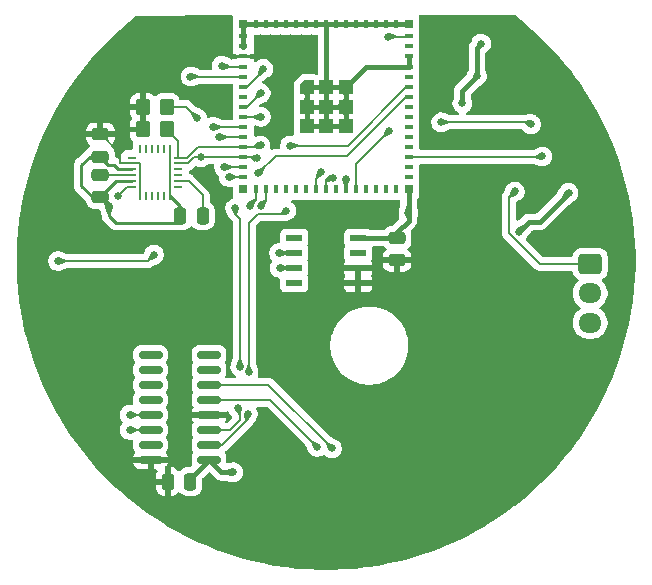
<source format=gbr>
%TF.GenerationSoftware,KiCad,Pcbnew,8.99.0-3406-g49ffbf5b50*%
%TF.CreationDate,2025-01-20T10:30:06+05:30*%
%TF.ProjectId,knob,6b6e6f62-2e6b-4696-9361-645f70636258,rev?*%
%TF.SameCoordinates,Original*%
%TF.FileFunction,Copper,L1,Top*%
%TF.FilePolarity,Positive*%
%FSLAX46Y46*%
G04 Gerber Fmt 4.6, Leading zero omitted, Abs format (unit mm)*
G04 Created by KiCad (PCBNEW 8.99.0-3406-g49ffbf5b50) date 2025-01-20 10:30:06*
%MOMM*%
%LPD*%
G01*
G04 APERTURE LIST*
G04 Aperture macros list*
%AMRoundRect*
0 Rectangle with rounded corners*
0 $1 Rounding radius*
0 $2 $3 $4 $5 $6 $7 $8 $9 X,Y pos of 4 corners*
0 Add a 4 corners polygon primitive as box body*
4,1,4,$2,$3,$4,$5,$6,$7,$8,$9,$2,$3,0*
0 Add four circle primitives for the rounded corners*
1,1,$1+$1,$2,$3*
1,1,$1+$1,$4,$5*
1,1,$1+$1,$6,$7*
1,1,$1+$1,$8,$9*
0 Add four rect primitives between the rounded corners*
20,1,$1+$1,$2,$3,$4,$5,0*
20,1,$1+$1,$4,$5,$6,$7,0*
20,1,$1+$1,$6,$7,$8,$9,0*
20,1,$1+$1,$8,$9,$2,$3,0*%
%AMOutline5P*
0 Free polygon, 5 corners , with rotation*
0 The origin of the aperture is its center*
0 number of corners: always 5*
0 $1 to $10 corner X, Y*
0 $11 Rotation angle, in degrees counterclockwise*
0 create outline with 5 corners*
4,1,5,$1,$2,$3,$4,$5,$6,$7,$8,$9,$10,$1,$2,$11*%
%AMOutline6P*
0 Free polygon, 6 corners , with rotation*
0 The origin of the aperture is its center*
0 number of corners: always 6*
0 $1 to $12 corner X, Y*
0 $13 Rotation angle, in degrees counterclockwise*
0 create outline with 6 corners*
4,1,6,$1,$2,$3,$4,$5,$6,$7,$8,$9,$10,$11,$12,$1,$2,$13*%
%AMOutline7P*
0 Free polygon, 7 corners , with rotation*
0 The origin of the aperture is its center*
0 number of corners: always 7*
0 $1 to $14 corner X, Y*
0 $15 Rotation angle, in degrees counterclockwise*
0 create outline with 7 corners*
4,1,7,$1,$2,$3,$4,$5,$6,$7,$8,$9,$10,$11,$12,$13,$14,$1,$2,$15*%
%AMOutline8P*
0 Free polygon, 8 corners , with rotation*
0 The origin of the aperture is its center*
0 number of corners: always 8*
0 $1 to $16 corner X, Y*
0 $17 Rotation angle, in degrees counterclockwise*
0 create outline with 8 corners*
4,1,8,$1,$2,$3,$4,$5,$6,$7,$8,$9,$10,$11,$12,$13,$14,$15,$16,$1,$2,$17*%
G04 Aperture macros list end*
%TA.AperFunction,SMDPad,CuDef*%
%ADD10RoundRect,0.250000X0.350000X0.450000X-0.350000X0.450000X-0.350000X-0.450000X0.350000X-0.450000X0*%
%TD*%
%TA.AperFunction,SMDPad,CuDef*%
%ADD11R,1.400000X0.600000*%
%TD*%
%TA.AperFunction,SMDPad,CuDef*%
%ADD12RoundRect,0.250000X-0.475000X0.250000X-0.475000X-0.250000X0.475000X-0.250000X0.475000X0.250000X0*%
%TD*%
%TA.AperFunction,SMDPad,CuDef*%
%ADD13RoundRect,0.250000X0.475000X-0.250000X0.475000X0.250000X-0.475000X0.250000X-0.475000X-0.250000X0*%
%TD*%
%TA.AperFunction,SMDPad,CuDef*%
%ADD14R,0.800000X0.400000*%
%TD*%
%TA.AperFunction,SMDPad,CuDef*%
%ADD15R,0.400000X0.800000*%
%TD*%
%TA.AperFunction,SMDPad,CuDef*%
%ADD16Outline5P,-0.600000X0.204000X-0.204000X0.600000X0.600000X0.600000X0.600000X-0.600000X-0.600000X-0.600000X0.000000*%
%TD*%
%TA.AperFunction,SMDPad,CuDef*%
%ADD17R,1.200000X1.200000*%
%TD*%
%TA.AperFunction,SMDPad,CuDef*%
%ADD18R,0.800000X0.800000*%
%TD*%
%TA.AperFunction,SMDPad,CuDef*%
%ADD19RoundRect,0.250000X-0.250000X-0.475000X0.250000X-0.475000X0.250000X0.475000X-0.250000X0.475000X0*%
%TD*%
%TA.AperFunction,SMDPad,CuDef*%
%ADD20RoundRect,0.250000X0.250000X0.475000X-0.250000X0.475000X-0.250000X-0.475000X0.250000X-0.475000X0*%
%TD*%
%TA.AperFunction,SMDPad,CuDef*%
%ADD21R,0.280000X0.790000*%
%TD*%
%TA.AperFunction,SMDPad,CuDef*%
%ADD22R,0.790000X0.280000*%
%TD*%
%TA.AperFunction,SMDPad,CuDef*%
%ADD23RoundRect,0.150000X0.825000X0.150000X-0.825000X0.150000X-0.825000X-0.150000X0.825000X-0.150000X0*%
%TD*%
%TA.AperFunction,ComponentPad*%
%ADD24RoundRect,0.250000X-0.725000X0.600000X-0.725000X-0.600000X0.725000X-0.600000X0.725000X0.600000X0*%
%TD*%
%TA.AperFunction,ComponentPad*%
%ADD25O,1.950000X1.700000*%
%TD*%
%TA.AperFunction,ViaPad*%
%ADD26C,0.660400*%
%TD*%
%TA.AperFunction,Conductor*%
%ADD27C,0.203200*%
%TD*%
%TA.AperFunction,Conductor*%
%ADD28C,0.200000*%
%TD*%
%TA.AperFunction,Conductor*%
%ADD29C,0.406400*%
%TD*%
%TA.AperFunction,Conductor*%
%ADD30C,0.190000*%
%TD*%
%TA.AperFunction,Conductor*%
%ADD31C,0.292100*%
%TD*%
G04 APERTURE END LIST*
D10*
%TO.P,R11,1*%
%TO.N,SDA*%
X86500000Y-88910000D03*
%TO.P,R11,2*%
%TO.N,3V3*%
X84500000Y-88910000D03*
%TD*%
D11*
%TO.P,U2,1,VDD5V*%
%TO.N,3V3*%
X102700000Y-101905000D03*
%TO.P,U2,2,VDD3V3*%
X102700000Y-100635000D03*
%TO.P,U2,3,OUT*%
%TO.N,unconnected-(U2-OUT-Pad3)*%
X102700000Y-99365000D03*
%TO.P,U2,4,GND*%
%TO.N,GND*%
X102700000Y-98095000D03*
%TO.P,U2,5,PGO*%
%TO.N,unconnected-(U2-PGO-Pad5)*%
X97300000Y-98095000D03*
%TO.P,U2,6,SDA*%
%TO.N,SDA*%
X97300000Y-99365000D03*
%TO.P,U2,7,SCL*%
%TO.N,SCL*%
X97300000Y-100635000D03*
%TO.P,U2,8,DIR*%
%TO.N,unconnected-(U2-DIR-Pad8)*%
X97300000Y-101905000D03*
%TD*%
D12*
%TO.P,C1,1,1*%
%TO.N,GND*%
X106000000Y-98095000D03*
%TO.P,C1,2,2*%
%TO.N,3V3*%
X106000000Y-99995000D03*
%TD*%
D13*
%TO.P,C9,1,1*%
%TO.N,GND*%
X80890000Y-94650000D03*
%TO.P,C9,2,2*%
%TO.N,Net-(U5-REGOUT)*%
X80890000Y-92750000D03*
%TD*%
D14*
%TO.P,U1,1,GND*%
%TO.N,GND*%
X93000000Y-81030000D03*
%TO.P,U1,2,GND*%
X93000000Y-81880000D03*
%TO.P,U1,3,3V3*%
%TO.N,3V3*%
X93000000Y-82730000D03*
%TO.P,U1,4,IO0*%
%TO.N,ESP_BOOT*%
X93000000Y-83580000D03*
%TO.P,U1,5,IO1*%
%TO.N,MPU_INT*%
X93000000Y-84430000D03*
%TO.P,U1,6,IO2*%
%TO.N,VL*%
X93000000Y-85280000D03*
%TO.P,U1,7,IO3*%
%TO.N,unconnected-(U1-IO3-Pad7)*%
X93000000Y-86130000D03*
%TO.P,U1,8,IO4*%
%TO.N,WL*%
X93000000Y-86980000D03*
%TO.P,U1,9,IO5*%
%TO.N,UL*%
X93000000Y-87830000D03*
%TO.P,U1,10,IO6*%
%TO.N,DIN*%
X93000000Y-88680000D03*
%TO.P,U1,11,IO7*%
%TO.N,CLK*%
X93000000Y-89530000D03*
%TO.P,U1,12,IO8*%
%TO.N,SDA*%
X93000000Y-90380000D03*
%TO.P,U1,13,IO9*%
%TO.N,SCL*%
X93000000Y-91230000D03*
%TO.P,U1,14,IO10*%
%TO.N,CS*%
X93000000Y-92080000D03*
%TO.P,U1,15,IO11*%
%TO.N,DC*%
X93000000Y-92930000D03*
D15*
%TO.P,U1,16,IO12*%
%TO.N,RST*%
X94050000Y-93980000D03*
%TO.P,U1,17,IO13*%
%TO.N,BL*%
X94900000Y-93980000D03*
%TO.P,U1,18,IO14*%
%TO.N,unconnected-(U1-IO14-Pad18)*%
X95750000Y-93980000D03*
%TO.P,U1,19,IO15*%
%TO.N,unconnected-(U1-IO15-Pad19)*%
X96600000Y-93980000D03*
%TO.P,U1,20,IO16*%
%TO.N,unconnected-(U1-IO16-Pad20)*%
X97450000Y-93980000D03*
%TO.P,U1,21,IO17*%
%TO.N,unconnected-(U1-IO17-Pad21)*%
X98300000Y-93980000D03*
%TO.P,U1,22,IO18*%
%TO.N,WH*%
X99150000Y-93980000D03*
%TO.P,U1,23,IO19*%
%TO.N,VH*%
X100000000Y-93980000D03*
%TO.P,U1,24,IO20*%
%TO.N,unconnected-(U1-IO20-Pad24)*%
X100850000Y-93980000D03*
%TO.P,U1,25,IO21*%
%TO.N,UH*%
X101700000Y-93980000D03*
%TO.P,U1,26,IO26*%
%TO.N,VIO*%
X102550000Y-93980000D03*
%TO.P,U1,27,IO47*%
%TO.N,unconnected-(U1-IO47-Pad27)*%
X103400000Y-93980000D03*
%TO.P,U1,28,IO33*%
%TO.N,unconnected-(U1-IO33-Pad28)*%
X104250000Y-93980000D03*
%TO.P,U1,29,IO34*%
%TO.N,unconnected-(U1-IO34-Pad29)*%
X105100000Y-93980000D03*
%TO.P,U1,30,IO48*%
%TO.N,unconnected-(U1-IO48-Pad30)*%
X105950000Y-93980000D03*
D14*
%TO.P,U1,31,IO35*%
%TO.N,unconnected-(U1-IO35-Pad31)*%
X107000000Y-92930000D03*
%TO.P,U1,32,IO36*%
%TO.N,unconnected-(U1-IO36-Pad32)*%
X107000000Y-92080000D03*
%TO.P,U1,33,IO37*%
%TO.N,TMC_DIAG*%
X107000000Y-91230000D03*
%TO.P,U1,34,IO38*%
%TO.N,unconnected-(U1-IO38-Pad34)*%
X107000000Y-90380000D03*
%TO.P,U1,35,IO39*%
%TO.N,unconnected-(U1-IO39-Pad35)*%
X107000000Y-89530000D03*
%TO.P,U1,36,IO40*%
%TO.N,unconnected-(U1-IO40-Pad36)*%
X107000000Y-88680000D03*
%TO.P,U1,37,IO41*%
%TO.N,unconnected-(U1-IO41-Pad37)*%
X107000000Y-87830000D03*
%TO.P,U1,38,IO42*%
%TO.N,unconnected-(U1-IO42-Pad38)*%
X107000000Y-86980000D03*
%TO.P,U1,39,TXD0*%
%TO.N,TX*%
X107000000Y-86130000D03*
%TO.P,U1,40,RXD0*%
%TO.N,RX*%
X107000000Y-85280000D03*
%TO.P,U1,41,IO45*%
%TO.N,unconnected-(U1-IO45-Pad41)*%
X107000000Y-84430000D03*
%TO.P,U1,42,GND*%
%TO.N,GND*%
X107000000Y-83580000D03*
%TO.P,U1,43,GND*%
X107000000Y-82730000D03*
%TO.P,U1,44,IO46*%
%TO.N,unconnected-(U1-IO46-Pad44)*%
X107000000Y-81880000D03*
%TO.P,U1,45,EN*%
%TO.N,ESP_EN*%
X107000000Y-81030000D03*
D15*
%TO.P,U1,46,GND*%
%TO.N,GND*%
X105950000Y-79980000D03*
%TO.P,U1,47,GND*%
X105100000Y-79980000D03*
%TO.P,U1,48,GND*%
X104250000Y-79980000D03*
%TO.P,U1,49,GND*%
X103400000Y-79980000D03*
%TO.P,U1,50,GND*%
X102550000Y-79980000D03*
%TO.P,U1,51,GND*%
X101700000Y-79980000D03*
%TO.P,U1,52,GND*%
X100850000Y-79980000D03*
%TO.P,U1,53,GND*%
X100000000Y-79980000D03*
%TO.P,U1,54,GND*%
X99150000Y-79980000D03*
%TO.P,U1,55,GND*%
X98300000Y-79980000D03*
%TO.P,U1,56,GND*%
X97450000Y-79980000D03*
%TO.P,U1,57,GND*%
X96600000Y-79980000D03*
%TO.P,U1,58,GND*%
X95750000Y-79980000D03*
%TO.P,U1,59,GND*%
X94900000Y-79980000D03*
%TO.P,U1,60,GND*%
X94050000Y-79980000D03*
D16*
%TO.P,U1,61,GND*%
X98350000Y-85330000D03*
D17*
X98350000Y-86980000D03*
X98350000Y-88630000D03*
X100000000Y-85330000D03*
X100000000Y-86980000D03*
X100000000Y-88630000D03*
X101650000Y-85330000D03*
X101650000Y-86980000D03*
X101650000Y-88630000D03*
D18*
%TO.P,U1,62,GND*%
X93000000Y-79980000D03*
%TO.P,U1,63,GND*%
X93000000Y-93980000D03*
%TO.P,U1,64,GND*%
X107000000Y-93980000D03*
%TO.P,U1,65,GND*%
X107000000Y-79980000D03*
%TD*%
D19*
%TO.P,C8,1,1*%
%TO.N,GND*%
X87650000Y-96210000D03*
%TO.P,C8,2,2*%
%TO.N,Net-(U5-CPOUT)*%
X89550000Y-96210000D03*
%TD*%
D20*
%TO.P,C5,1,1*%
%TO.N,GND*%
X88500000Y-118740000D03*
%TO.P,C5,2,2*%
%TO.N,3V3*%
X86600000Y-118740000D03*
%TD*%
D10*
%TO.P,R12,1*%
%TO.N,SCL*%
X86510000Y-87010000D03*
%TO.P,R12,2*%
%TO.N,3V3*%
X84510000Y-87010000D03*
%TD*%
D21*
%TO.P,U5,1,CLKIN*%
%TO.N,GND*%
X86750000Y-90570000D03*
%TO.P,U5,2,NC*%
%TO.N,Net-(U5-NC-Pad14)*%
X86250000Y-90570000D03*
%TO.P,U5,3,NC*%
X85750000Y-90570000D03*
%TO.P,U5,4,NC*%
X85250000Y-90570000D03*
%TO.P,U5,5,NC*%
X84750000Y-90570000D03*
%TO.P,U5,6,AUX_DA*%
%TO.N,unconnected-(U5-AUX_DA-Pad6)*%
X84250000Y-90570000D03*
D22*
%TO.P,U5,7,AUX_CL*%
%TO.N,unconnected-(U5-AUX_CL-Pad7)*%
X83530000Y-91290000D03*
%TO.P,U5,8,VLOGIC*%
%TO.N,3V3*%
X83530000Y-91790000D03*
%TO.P,U5,9,AD0*%
%TO.N,GND*%
X83530000Y-92290000D03*
%TO.P,U5,10,REGOUT*%
%TO.N,Net-(U5-REGOUT)*%
X83530000Y-92790000D03*
%TO.P,U5,11,FSYNC*%
%TO.N,GND*%
X83530000Y-93290000D03*
%TO.P,U5,12,INT*%
%TO.N,MPU_INT*%
X83530000Y-93790000D03*
D21*
%TO.P,U5,13,VDD*%
%TO.N,3V3*%
X84250000Y-94510000D03*
%TO.P,U5,14,NC*%
%TO.N,Net-(U5-NC-Pad14)*%
X84750000Y-94510000D03*
%TO.P,U5,15,NC*%
X85250000Y-94510000D03*
%TO.P,U5,16,NC*%
X85750000Y-94510000D03*
%TO.P,U5,17,NC*%
X86250000Y-94510000D03*
%TO.P,U5,18,GND*%
%TO.N,GND*%
X86750000Y-94510000D03*
D22*
%TO.P,U5,19,RESV*%
%TO.N,unconnected-(U5-RESV-Pad19)*%
X87470000Y-93790000D03*
%TO.P,U5,20,CPOUT*%
%TO.N,Net-(U5-CPOUT)*%
X87470000Y-93290000D03*
%TO.P,U5,21,RESV*%
%TO.N,unconnected-(U5-RESV-Pad21)*%
X87470000Y-92790000D03*
%TO.P,U5,22,RESV*%
%TO.N,unconnected-(U5-RESV-Pad22)*%
X87470000Y-92290000D03*
%TO.P,U5,23,SCL*%
%TO.N,SCL*%
X87470000Y-91790000D03*
%TO.P,U5,24,SDA*%
%TO.N,SDA*%
X87470000Y-91290000D03*
%TD*%
D23*
%TO.P,U4,1,GND*%
%TO.N,GND*%
X90085000Y-116885000D03*
%TO.P,U4,2,TXD*%
%TO.N,RX*%
X90085000Y-115615000D03*
%TO.P,U4,3,RXD*%
%TO.N,TX*%
X90085000Y-114345000D03*
%TO.P,U4,4,V3*%
%TO.N,3V3*%
X90085000Y-113075000D03*
%TO.P,U4,5,UD+*%
%TO.N,USB_D+*%
X90085000Y-111805000D03*
%TO.P,U4,6,UD-*%
%TO.N,USB_D-*%
X90085000Y-110535000D03*
%TO.P,U4,7,NC*%
%TO.N,unconnected-(U4-NC-Pad7)*%
X90085000Y-109265000D03*
%TO.P,U4,8,NC*%
%TO.N,unconnected-(U4-NC-Pad8)*%
X90085000Y-107995000D03*
%TO.P,U4,9,~{CTS}*%
%TO.N,unconnected-(U4-~{CTS}-Pad9)*%
X85135000Y-107995000D03*
%TO.P,U4,10,~{DSR}*%
%TO.N,unconnected-(U4-~{DSR}-Pad10)*%
X85135000Y-109265000D03*
%TO.P,U4,11,~{RI}*%
%TO.N,unconnected-(U4-~{RI}-Pad11)*%
X85135000Y-110535000D03*
%TO.P,U4,12,~{DCD}*%
%TO.N,unconnected-(U4-~{DCD}-Pad12)*%
X85135000Y-111805000D03*
%TO.P,U4,13,~{DTR}*%
%TO.N,DTR*%
X85135000Y-113075000D03*
%TO.P,U4,14,~{RTS}*%
%TO.N,RTS*%
X85135000Y-114345000D03*
%TO.P,U4,15,R232*%
%TO.N,unconnected-(U4-R232-Pad15)*%
X85135000Y-115615000D03*
%TO.P,U4,16,VCC*%
%TO.N,3V3*%
X85135000Y-116885000D03*
%TD*%
D13*
%TO.P,C10,1,1*%
%TO.N,GND*%
X80890000Y-91220000D03*
%TO.P,C10,2,2*%
%TO.N,3V3*%
X80890000Y-89320000D03*
%TD*%
D24*
%TO.P,J3,1,Pin_1*%
%TO.N,W*%
X122352500Y-100280000D03*
D25*
%TO.P,J3,2,Pin_2*%
%TO.N,V*%
X122352500Y-102780000D03*
%TO.P,J3,3,Pin_3*%
%TO.N,U*%
X122352500Y-105280000D03*
%TD*%
D26*
%TO.N,3V3*%
X112100000Y-105650000D03*
X100590000Y-105020000D03*
X87710000Y-120680000D03*
%TO.N,UH*%
X101700000Y-93120000D03*
%TO.N,UL*%
X94470000Y-87840000D03*
%TO.N,VH*%
X100561730Y-92976823D03*
%TO.N,VL*%
X94670000Y-83780000D03*
%TO.N,WH*%
X99560000Y-92520000D03*
%TO.N,WL*%
X94465002Y-85835000D03*
%TO.N,VIO*%
X105355000Y-89035000D03*
X117340000Y-88460000D03*
X109740000Y-88300000D03*
%TO.N,SDA*%
X94450000Y-90260000D03*
X96010000Y-99365000D03*
%TO.N,CS*%
X91354800Y-92080000D03*
%TO.N,SCL*%
X96060000Y-100635000D03*
X94150000Y-91360000D03*
X89393082Y-91264611D03*
X89090000Y-87960000D03*
%TO.N,TX*%
X92530000Y-112500000D03*
X92730000Y-108990000D03*
X92300000Y-95570000D03*
X94270000Y-92590000D03*
%TO.N,RX*%
X93440000Y-109480000D03*
X96640000Y-95790000D03*
X93360000Y-113000000D03*
X96940000Y-90270000D03*
%TO.N,TMC_DIAG*%
X118310000Y-91190000D03*
%TO.N,W*%
X115980000Y-94150000D03*
%TO.N,USB_D-*%
X100490000Y-115920000D03*
%TO.N,USB_D+*%
X99230000Y-115780000D03*
%TO.N,5V*%
X116340000Y-97560000D03*
X120530000Y-94280000D03*
%TO.N,RST*%
X93550000Y-95350000D03*
%TO.N,DTR*%
X83360000Y-113075000D03*
%TO.N,RTS*%
X83360000Y-114345000D03*
%TO.N,ESP_EN*%
X105230000Y-81040000D03*
X85420000Y-99510000D03*
X77300000Y-100050000D03*
%TO.N,ESP_BOOT*%
X91160000Y-83520000D03*
%TO.N,MPU_INT*%
X82420000Y-94520000D03*
X88510000Y-84430000D03*
%TO.N,DC*%
X91758000Y-92930000D03*
%TO.N,BL*%
X94520000Y-95360000D03*
%TO.N,GND*%
X80890000Y-91220000D03*
X101650000Y-85329998D03*
X112760000Y-84390000D03*
X92949431Y-93937093D03*
X111530000Y-86700000D03*
X106970000Y-96020000D03*
X87650002Y-96210000D03*
X113120000Y-81650000D03*
X100000000Y-86979998D03*
X99999998Y-85330000D03*
X101650000Y-87000000D03*
X92150000Y-117930000D03*
X98370000Y-88640000D03*
X100000002Y-88630000D03*
X101620000Y-88640000D03*
X81630000Y-95390000D03*
X98349998Y-85330000D03*
X98350000Y-86930000D03*
%TO.N,DIN*%
X90450000Y-88680000D03*
%TO.N,CLK*%
X90951600Y-89530000D03*
%TD*%
D27*
%TO.N,3V3*%
X84250000Y-91790000D02*
X83530000Y-91790000D01*
X84250000Y-94510000D02*
X84250000Y-91790000D01*
D28*
X82580000Y-91731000D02*
X82580000Y-90970000D01*
X80930000Y-89320000D02*
X80890000Y-89320000D01*
X83010000Y-91731000D02*
X82580000Y-91731000D01*
X83010000Y-91732600D02*
X83010000Y-91731000D01*
X82580000Y-90970000D02*
X80930000Y-89320000D01*
D29*
X102700000Y-100635000D02*
X102700000Y-101905000D01*
D27*
X80890000Y-89320000D02*
X81480000Y-89320000D01*
D29*
X84500000Y-88910000D02*
X84090000Y-89320000D01*
D27*
X83472600Y-91732600D02*
X83530000Y-91790000D01*
D29*
X84510000Y-87010000D02*
X84510000Y-88900000D01*
D27*
X83010000Y-91732600D02*
X83472600Y-91732600D01*
D29*
X102705000Y-100640000D02*
X102700000Y-100635000D01*
D27*
X86600000Y-118740000D02*
X86600000Y-118350000D01*
D29*
X106000000Y-99995000D02*
X106000000Y-100069200D01*
D30*
%TO.N,UH*%
X101700000Y-93980000D02*
X101700000Y-93390000D01*
X101700000Y-93390000D02*
X101700000Y-93120000D01*
%TO.N,UL*%
X93000000Y-87830000D02*
X94220000Y-87830000D01*
X94230000Y-87840000D02*
X94470000Y-87840000D01*
X94220000Y-87830000D02*
X94230000Y-87840000D01*
%TO.N,VH*%
X100000000Y-93270000D02*
X100100000Y-93170000D01*
X100000000Y-93980000D02*
X100000000Y-93270000D01*
X100100000Y-93170000D02*
X100368553Y-93170000D01*
X100368553Y-93170000D02*
X100561730Y-92976823D01*
%TO.N,VL*%
X93310000Y-85280000D02*
X94670000Y-83920000D01*
X94670000Y-83920000D02*
X94670000Y-83780000D01*
X93000000Y-85280000D02*
X93310000Y-85280000D01*
%TO.N,WH*%
X99560000Y-92520000D02*
X99560000Y-92680000D01*
X99150000Y-93090000D02*
X99150000Y-93980000D01*
X99560000Y-92680000D02*
X99150000Y-93090000D01*
%TO.N,WL*%
X93000000Y-86980000D02*
X93320000Y-86980000D01*
X93320000Y-86980000D02*
X94465002Y-85835000D01*
%TO.N,VIO*%
X102550000Y-91840000D02*
X105355000Y-89035000D01*
X109740000Y-88300000D02*
X109760000Y-88280000D01*
X117160000Y-88280000D02*
X117340000Y-88460000D01*
X102550000Y-93980000D02*
X102550000Y-91840000D01*
X109760000Y-88280000D02*
X117160000Y-88280000D01*
D27*
%TO.N,SDA*%
X88230000Y-91290000D02*
X87470000Y-91290000D01*
X93000000Y-90390000D02*
X89130000Y-90390000D01*
X89130000Y-90390000D02*
X88230000Y-91290000D01*
X87470000Y-89880000D02*
X86500000Y-88910000D01*
X97300000Y-99365000D02*
X96010000Y-99365000D01*
X94130000Y-90380000D02*
X93000000Y-90380000D01*
X87470000Y-91290000D02*
X87470000Y-89880000D01*
X94450000Y-90260000D02*
X94250000Y-90260000D01*
X94250000Y-90260000D02*
X94130000Y-90380000D01*
%TO.N,CS*%
X91354800Y-92080000D02*
X93000000Y-92080000D01*
%TO.N,SCL*%
X88300210Y-91790000D02*
X88850210Y-91240000D01*
X88850210Y-91240000D02*
X93000000Y-91240000D01*
X87470000Y-91740000D02*
X87470000Y-91790000D01*
X97300000Y-100635000D02*
X96060000Y-100635000D01*
X93000000Y-91230000D02*
X94020000Y-91230000D01*
X87520000Y-91740000D02*
X87470000Y-91740000D01*
D30*
X88140000Y-87010000D02*
X86510000Y-87010000D01*
X89090000Y-87960000D02*
X88140000Y-87010000D01*
D27*
X87470000Y-91790000D02*
X87520000Y-91740000D01*
X94020000Y-91230000D02*
X94150000Y-91360000D01*
X87470000Y-91790000D02*
X88300210Y-91790000D01*
D30*
%TO.N,TX*%
X91895000Y-114345000D02*
X90085000Y-114345000D01*
X92730000Y-108990000D02*
X92730000Y-96500000D01*
X92300000Y-96070000D02*
X92300000Y-95570000D01*
D28*
X107000000Y-86130000D02*
X106800000Y-86130000D01*
D30*
X92530000Y-112500000D02*
X92730000Y-112700000D01*
D28*
X106800000Y-86130000D02*
X101790000Y-91140000D01*
D30*
X92730000Y-96500000D02*
X92300000Y-96070000D01*
D28*
X95720000Y-91140000D02*
X94270000Y-92590000D01*
D30*
X92730000Y-113510000D02*
X91895000Y-114345000D01*
X92730000Y-112700000D02*
X92730000Y-113510000D01*
D28*
X101790000Y-91140000D02*
X95720000Y-91140000D01*
%TO.N,RX*%
X106800000Y-85280000D02*
X101810000Y-90270000D01*
D30*
X93440000Y-109480000D02*
X93440000Y-96820000D01*
X93360000Y-113461543D02*
X93360000Y-113000000D01*
X93440000Y-96820000D02*
X94210000Y-96050000D01*
X94210000Y-96050000D02*
X96380000Y-96050000D01*
X90085000Y-115615000D02*
X91206544Y-115615000D01*
X91206544Y-115615000D02*
X93360000Y-113461543D01*
X96380000Y-96050000D02*
X96640000Y-95790000D01*
D28*
X101810000Y-90270000D02*
X96940000Y-90270000D01*
X107000000Y-85280000D02*
X106800000Y-85280000D01*
D30*
%TO.N,TMC_DIAG*%
X118270000Y-91230000D02*
X118310000Y-91190000D01*
X107000000Y-91230000D02*
X118270000Y-91230000D01*
D27*
%TO.N,W*%
X118070000Y-100280000D02*
X122352500Y-100280000D01*
X115980000Y-94150000D02*
X115480000Y-94650000D01*
X115480000Y-94650000D02*
X115480000Y-97690000D01*
X115480000Y-97690000D02*
X118070000Y-100280000D01*
%TO.N,USB_D-*%
X100490000Y-115920000D02*
X95105000Y-110535000D01*
X95105000Y-110535000D02*
X90085000Y-110535000D01*
%TO.N,USB_D+*%
X99230000Y-115780000D02*
X95255000Y-111805000D01*
X95255000Y-111805000D02*
X90085000Y-111805000D01*
D29*
%TO.N,5V*%
X118080000Y-96730000D02*
X117170000Y-96730000D01*
X120530000Y-94280000D02*
X118080000Y-96730000D01*
X117170000Y-96730000D02*
X116340000Y-97560000D01*
D27*
%TO.N,RST*%
X94050000Y-93980000D02*
X94050000Y-94850000D01*
X94050000Y-94850000D02*
X93550000Y-95350000D01*
%TO.N,Net-(U5-CPOUT)*%
X88350000Y-93290000D02*
X89550000Y-94490000D01*
X87470000Y-93290000D02*
X88350000Y-93290000D01*
X89550000Y-94490000D02*
X89550000Y-96210000D01*
%TO.N,Net-(U5-REGOUT)*%
X83530000Y-92790000D02*
X80930000Y-92790000D01*
X80930000Y-92790000D02*
X80890000Y-92750000D01*
%TO.N,DTR*%
X85135000Y-113075000D02*
X83360000Y-113075000D01*
%TO.N,RTS*%
X85135000Y-114345000D02*
X83360000Y-114345000D01*
%TO.N,ESP_EN*%
X105230000Y-81040000D02*
X107000000Y-81040000D01*
X77300000Y-100050000D02*
X84880000Y-100050000D01*
X84880000Y-100050000D02*
X85420000Y-99510000D01*
%TO.N,ESP_BOOT*%
X91160000Y-83520000D02*
X91230000Y-83590000D01*
X91230000Y-83590000D02*
X93000000Y-83590000D01*
D30*
%TO.N,MPU_INT*%
X83530000Y-93790000D02*
X83150000Y-93790000D01*
X83150000Y-93790000D02*
X82420000Y-94520000D01*
X93000000Y-84430000D02*
X88510000Y-84430000D01*
D27*
%TO.N,DC*%
X93000000Y-92930000D02*
X91758000Y-92930000D01*
%TO.N,BL*%
X94900000Y-93980000D02*
X94900000Y-94980000D01*
X94900000Y-94980000D02*
X94520000Y-95360000D01*
D31*
%TO.N,GND*%
X83530000Y-93290000D02*
X83360000Y-93290000D01*
D29*
X99989998Y-85340000D02*
X99999998Y-85330000D01*
X93000000Y-79990000D02*
X107000000Y-79990000D01*
X93000000Y-81890000D02*
X93000000Y-79990000D01*
X107000000Y-93990000D02*
X107000000Y-95990000D01*
X102700000Y-98095000D02*
X106000000Y-98095000D01*
D31*
X83360000Y-93290000D02*
X83347050Y-93302950D01*
D29*
X100000002Y-88630000D02*
X100010002Y-88640000D01*
X101650000Y-88640000D02*
X101620000Y-88640000D01*
D31*
X80890000Y-91220000D02*
X81572950Y-91902950D01*
X80240000Y-94650000D02*
X80890000Y-94650000D01*
D29*
X98350000Y-86930000D02*
X98350000Y-85330002D01*
X100009998Y-85340000D02*
X99999998Y-85330000D01*
D31*
X87650002Y-96529998D02*
X87650002Y-96210000D01*
X79270000Y-93680000D02*
X80240000Y-94650000D01*
D29*
X91130000Y-117930000D02*
X90085000Y-116885000D01*
X106000000Y-98095000D02*
X106000000Y-97620000D01*
D31*
X81630000Y-95390000D02*
X81630000Y-96200000D01*
X82397050Y-92277050D02*
X83517050Y-92277050D01*
D29*
X100000000Y-79990000D02*
X100000000Y-86979998D01*
X100000000Y-88640000D02*
X100000000Y-86979998D01*
D31*
X81630000Y-96200000D02*
X82230000Y-96800000D01*
X87380000Y-96800000D02*
X87650002Y-96529998D01*
D29*
X88500000Y-118470000D02*
X88500000Y-118740000D01*
X107000000Y-96620000D02*
X107000000Y-96050000D01*
X112760000Y-82010000D02*
X112760000Y-84390000D01*
X107000000Y-83590000D02*
X103400000Y-83590000D01*
X98350000Y-86990000D02*
X101650000Y-86990000D01*
X100010002Y-88640000D02*
X101620000Y-88640000D01*
X98359998Y-85340000D02*
X99989998Y-85340000D01*
X98350000Y-85330002D02*
X98349998Y-85330000D01*
X107000000Y-95990000D02*
X106970000Y-96020000D01*
X98370000Y-88640000D02*
X98350000Y-88640000D01*
D31*
X80890000Y-91220000D02*
X79990000Y-91220000D01*
X83347050Y-93302950D02*
X82237050Y-93302950D01*
X83517050Y-92277050D02*
X83530000Y-92290000D01*
X80890000Y-94650000D02*
X81630000Y-95390000D01*
D29*
X98350000Y-86930000D02*
X98350000Y-88640000D01*
X101650000Y-85340000D02*
X100009998Y-85340000D01*
D31*
X87650000Y-96210000D02*
X87650000Y-95410000D01*
D27*
X86750000Y-90570000D02*
X86750000Y-94510000D01*
D31*
X87650000Y-95410000D02*
X86750000Y-94510000D01*
X82230000Y-96800000D02*
X87380000Y-96800000D01*
D29*
X113120000Y-81650000D02*
X112760000Y-82010000D01*
X103400000Y-83590000D02*
X101650000Y-85340000D01*
D31*
X81572950Y-91902950D02*
X82022950Y-91902950D01*
D29*
X111530000Y-86700000D02*
X111530000Y-85620000D01*
X99990002Y-88640000D02*
X100000002Y-88630000D01*
D31*
X79270000Y-91940000D02*
X79270000Y-93680000D01*
D29*
X106000000Y-97620000D02*
X107000000Y-96620000D01*
D31*
X79990000Y-91220000D02*
X79270000Y-91940000D01*
D29*
X107000000Y-96050000D02*
X106970000Y-96020000D01*
X92150000Y-117930000D02*
X91130000Y-117930000D01*
D31*
X82237050Y-93302950D02*
X80890000Y-94650000D01*
D29*
X90085000Y-116885000D02*
X88500000Y-118470000D01*
X98349998Y-85330000D02*
X98359998Y-85340000D01*
X101650000Y-87000000D02*
X101650000Y-88640000D01*
X111530000Y-85620000D02*
X112760000Y-84390000D01*
X101650000Y-87000000D02*
X101650000Y-85329998D01*
D31*
X82022950Y-91902950D02*
X82397050Y-92277050D01*
D29*
X101650000Y-85329998D02*
X101650000Y-85340000D01*
D31*
X87650000Y-96210000D02*
X87650002Y-96210000D01*
D29*
X98370000Y-88640000D02*
X99990002Y-88640000D01*
X107000000Y-82740000D02*
X107000000Y-83590000D01*
D27*
%TO.N,DIN*%
X90450000Y-88680000D02*
X93000000Y-88680000D01*
%TO.N,CLK*%
X93000000Y-89530000D02*
X90951600Y-89530000D01*
%TD*%
%TA.AperFunction,Conductor*%
%TO.N,RX*%
G36*
X96374482Y-95612565D02*
G01*
X96636939Y-95787296D01*
X96641926Y-95794733D01*
X96641937Y-95794787D01*
X96701825Y-96100609D01*
X96700052Y-96109386D01*
X96692591Y-96114339D01*
X96690939Y-96114542D01*
X96105937Y-96144372D01*
X96097500Y-96141371D01*
X96093656Y-96133283D01*
X96093641Y-96132687D01*
X96093641Y-95959023D01*
X96096116Y-95951827D01*
X96222349Y-95790000D01*
X96358774Y-95615106D01*
X96366563Y-95610692D01*
X96374482Y-95612565D01*
G37*
%TD.AperFunction*%
%TD*%
%TA.AperFunction,Conductor*%
%TO.N,GND*%
G36*
X81941261Y-95451875D02*
G01*
X81948690Y-95456871D01*
X81950411Y-95465659D01*
X81950145Y-95466720D01*
X81778560Y-96035733D01*
X81772890Y-96042664D01*
X81767358Y-96044055D01*
X81492642Y-96044055D01*
X81484369Y-96040628D01*
X81481440Y-96035733D01*
X81309854Y-95466720D01*
X81310747Y-95457810D01*
X81317678Y-95452140D01*
X81318718Y-95451879D01*
X81627683Y-95389468D01*
X81632317Y-95389468D01*
X81941261Y-95451875D01*
G37*
%TD.AperFunction*%
%TD*%
%TA.AperFunction,Conductor*%
%TO.N,CS*%
G36*
X91432083Y-91760994D02*
G01*
X92001282Y-91975545D01*
X92007814Y-91981670D01*
X92008855Y-91986493D01*
X92008855Y-92173506D01*
X92005428Y-92181779D01*
X92001282Y-92184454D01*
X91432090Y-92399003D01*
X91423140Y-92398714D01*
X91417015Y-92392182D01*
X91416495Y-92390372D01*
X91354268Y-92082317D01*
X91354268Y-92077683D01*
X91374900Y-91975545D01*
X91416495Y-91769625D01*
X91421492Y-91762197D01*
X91430280Y-91760476D01*
X91432083Y-91760994D01*
G37*
%TD.AperFunction*%
%TD*%
%TA.AperFunction,Conductor*%
%TO.N,UH*%
G36*
X102010238Y-93181668D02*
G01*
X102017668Y-93186665D01*
X102019389Y-93195453D01*
X102018828Y-93197369D01*
X101797898Y-93766588D01*
X101791710Y-93773061D01*
X101786991Y-93774055D01*
X101613009Y-93774055D01*
X101604736Y-93770628D01*
X101602102Y-93766588D01*
X101381171Y-93197369D01*
X101381372Y-93188417D01*
X101387845Y-93182229D01*
X101389754Y-93181669D01*
X101697683Y-93119468D01*
X101702317Y-93119468D01*
X102010238Y-93181668D01*
G37*
%TD.AperFunction*%
%TD*%
%TA.AperFunction,Conductor*%
%TO.N,GND*%
G36*
X101962359Y-87062096D02*
G01*
X101969788Y-87067093D01*
X101971509Y-87075881D01*
X101971503Y-87075910D01*
X101855114Y-87644701D01*
X101850099Y-87652119D01*
X101843652Y-87654055D01*
X101456348Y-87654055D01*
X101448075Y-87650628D01*
X101444886Y-87644701D01*
X101328496Y-87075910D01*
X101330194Y-87067117D01*
X101337610Y-87062102D01*
X101647683Y-86999468D01*
X101652317Y-86999468D01*
X101962359Y-87062096D01*
G37*
%TD.AperFunction*%
%TD*%
%TA.AperFunction,Conductor*%
%TO.N,SDA*%
G36*
X94272997Y-89995044D02*
G01*
X94448276Y-90255946D01*
X94450045Y-90264725D01*
X94450032Y-90264788D01*
X94387849Y-90572622D01*
X94382852Y-90580052D01*
X94374303Y-90581819D01*
X93828589Y-90483336D01*
X93821056Y-90478494D01*
X93818967Y-90471822D01*
X93818967Y-90284725D01*
X93822394Y-90276452D01*
X93824255Y-90274938D01*
X94256880Y-89991778D01*
X94265677Y-89990116D01*
X94272997Y-89995044D01*
G37*
%TD.AperFunction*%
%TD*%
%TA.AperFunction,Conductor*%
%TO.N,VIO*%
G36*
X105090270Y-88858275D02*
G01*
X105092019Y-88859232D01*
X105353740Y-89032987D01*
X105357014Y-89036261D01*
X105530765Y-89297977D01*
X105532486Y-89306765D01*
X105527489Y-89314195D01*
X105525737Y-89315154D01*
X104967017Y-89561430D01*
X104958065Y-89561631D01*
X104954025Y-89558997D01*
X104831002Y-89435974D01*
X104827575Y-89427701D01*
X104828568Y-89422984D01*
X105074846Y-88864260D01*
X105081318Y-88858074D01*
X105090270Y-88858275D01*
G37*
%TD.AperFunction*%
%TD*%
%TA.AperFunction,Conductor*%
%TO.N,DTR*%
G36*
X83437283Y-112755994D02*
G01*
X84006482Y-112970545D01*
X84013014Y-112976670D01*
X84014055Y-112981493D01*
X84014055Y-113168506D01*
X84010628Y-113176779D01*
X84006482Y-113179454D01*
X83437290Y-113394003D01*
X83428340Y-113393714D01*
X83422215Y-113387182D01*
X83421695Y-113385372D01*
X83359468Y-113077317D01*
X83359468Y-113072683D01*
X83380100Y-112970545D01*
X83421695Y-112764625D01*
X83426692Y-112757197D01*
X83435480Y-112755476D01*
X83437283Y-112755994D01*
G37*
%TD.AperFunction*%
%TD*%
%TA.AperFunction,Conductor*%
%TO.N,UL*%
G36*
X94401699Y-87521240D02*
G01*
X94407791Y-87527804D01*
X94408290Y-87529558D01*
X94470531Y-87837683D01*
X94470531Y-87842317D01*
X94408372Y-88150033D01*
X94403375Y-88157463D01*
X94394587Y-88159184D01*
X94392511Y-88158560D01*
X93823252Y-87927959D01*
X93816871Y-87921677D01*
X93815945Y-87917115D01*
X93815945Y-87743137D01*
X93819372Y-87734864D01*
X93823572Y-87732168D01*
X94392753Y-87520906D01*
X94401699Y-87521240D01*
G37*
%TD.AperFunction*%
%TD*%
%TA.AperFunction,Conductor*%
%TO.N,GND*%
G36*
X98425982Y-85008707D02*
G01*
X98994884Y-85134768D01*
X99002220Y-85139904D01*
X99004053Y-85146191D01*
X99004053Y-85533491D01*
X99000626Y-85541764D01*
X98994511Y-85544990D01*
X98425758Y-85651726D01*
X98416995Y-85649884D01*
X98412132Y-85642544D01*
X98392064Y-85543200D01*
X98349466Y-85332316D01*
X98349466Y-85327683D01*
X98412057Y-85017827D01*
X98417053Y-85010399D01*
X98425841Y-85008678D01*
X98425982Y-85008707D01*
G37*
%TD.AperFunction*%
%TD*%
%TA.AperFunction,Conductor*%
%TO.N,W*%
G36*
X115715260Y-93973246D02*
G01*
X115716902Y-93974155D01*
X115978740Y-94147987D01*
X115982014Y-94151261D01*
X116155841Y-94413091D01*
X116157562Y-94421879D01*
X116152565Y-94429309D01*
X116150917Y-94430221D01*
X115596729Y-94680991D01*
X115587779Y-94681280D01*
X115583633Y-94678605D01*
X115451394Y-94546366D01*
X115447967Y-94538093D01*
X115449007Y-94533273D01*
X115699779Y-93979080D01*
X115706310Y-93972957D01*
X115715260Y-93973246D01*
G37*
%TD.AperFunction*%
%TD*%
%TA.AperFunction,Conductor*%
%TO.N,WH*%
G36*
X99555915Y-92518352D02*
G01*
X99563373Y-92523308D01*
X99563408Y-92523362D01*
X99736970Y-92784792D01*
X99738691Y-92793580D01*
X99733694Y-92801010D01*
X99733683Y-92801018D01*
X99266929Y-93110112D01*
X99258139Y-93111823D01*
X99252196Y-93108630D01*
X99129098Y-92985532D01*
X99125671Y-92977259D01*
X99125925Y-92974835D01*
X99233752Y-92466850D01*
X99238822Y-92459470D01*
X99247450Y-92457800D01*
X99555915Y-92518352D01*
G37*
%TD.AperFunction*%
%TD*%
%TA.AperFunction,Conductor*%
%TO.N,GND*%
G36*
X101980475Y-84735501D02*
G01*
X102254339Y-85009365D01*
X102257766Y-85017638D01*
X102255755Y-85024197D01*
X101931050Y-85503845D01*
X101923574Y-85508775D01*
X101914890Y-85507033D01*
X101858398Y-85469528D01*
X101651259Y-85332010D01*
X101647987Y-85328738D01*
X101473113Y-85065331D01*
X101471392Y-85056543D01*
X101476389Y-85049113D01*
X101476439Y-85049079D01*
X101965870Y-84733936D01*
X101974679Y-84732339D01*
X101980475Y-84735501D01*
G37*
%TD.AperFunction*%
%TD*%
%TA.AperFunction,Conductor*%
%TO.N,5V*%
G36*
X120265193Y-94103020D02*
G01*
X120528740Y-94277987D01*
X120532014Y-94281261D01*
X120706961Y-94544778D01*
X120708682Y-94553566D01*
X120703685Y-94560996D01*
X120703661Y-94561013D01*
X120219166Y-94880909D01*
X120210373Y-94882607D01*
X120204446Y-94879418D01*
X119930581Y-94605553D01*
X119927154Y-94597280D01*
X119929088Y-94590837D01*
X120248987Y-94106336D01*
X120256404Y-94101323D01*
X120265193Y-94103020D01*
G37*
%TD.AperFunction*%
%TD*%
%TA.AperFunction,Conductor*%
%TO.N,GND*%
G36*
X87339642Y-96148230D02*
G01*
X87648392Y-96208838D01*
X87652668Y-96210610D01*
X87913645Y-96386113D01*
X87918598Y-96393574D01*
X87916825Y-96402351D01*
X87916003Y-96403432D01*
X87524153Y-96861012D01*
X87516169Y-96865067D01*
X87507656Y-96862289D01*
X87506993Y-96861675D01*
X87312970Y-96667652D01*
X87309543Y-96659379D01*
X87309548Y-96659049D01*
X87325702Y-96159333D01*
X87329394Y-96151176D01*
X87337774Y-96148018D01*
X87339642Y-96148230D01*
G37*
%TD.AperFunction*%
%TD*%
%TA.AperFunction,Conductor*%
%TO.N,GND*%
G36*
X101552882Y-88320194D02*
G01*
X101557897Y-88327612D01*
X101557903Y-88327641D01*
X101620531Y-88637683D01*
X101620531Y-88642317D01*
X101557903Y-88952358D01*
X101552906Y-88959788D01*
X101544118Y-88961509D01*
X101544089Y-88961503D01*
X100975299Y-88845114D01*
X100967881Y-88840099D01*
X100965945Y-88833652D01*
X100965945Y-88446347D01*
X100969372Y-88438074D01*
X100975296Y-88434886D01*
X101544090Y-88318496D01*
X101552882Y-88320194D01*
G37*
%TD.AperFunction*%
%TD*%
%TA.AperFunction,Conductor*%
%TO.N,SCL*%
G36*
X96137283Y-100315994D02*
G01*
X96706482Y-100530545D01*
X96713014Y-100536670D01*
X96714055Y-100541493D01*
X96714055Y-100728506D01*
X96710628Y-100736779D01*
X96706482Y-100739454D01*
X96137290Y-100954003D01*
X96128340Y-100953714D01*
X96122215Y-100947182D01*
X96121695Y-100945372D01*
X96059468Y-100637317D01*
X96059468Y-100632683D01*
X96080100Y-100530545D01*
X96121695Y-100324625D01*
X96126692Y-100317197D01*
X96135480Y-100315476D01*
X96137283Y-100315994D01*
G37*
%TD.AperFunction*%
%TD*%
%TA.AperFunction,Conductor*%
%TO.N,GND*%
G36*
X98551925Y-86279372D02*
G01*
X98555114Y-86285299D01*
X98671503Y-86854089D01*
X98669805Y-86862882D01*
X98662387Y-86867897D01*
X98662358Y-86867903D01*
X98352317Y-86930531D01*
X98347683Y-86930531D01*
X98037641Y-86867903D01*
X98030211Y-86862906D01*
X98028490Y-86854119D01*
X98144886Y-86285299D01*
X98149901Y-86277881D01*
X98156348Y-86275945D01*
X98543652Y-86275945D01*
X98551925Y-86279372D01*
G37*
%TD.AperFunction*%
%TD*%
%TA.AperFunction,Conductor*%
%TO.N,TX*%
G36*
X92825264Y-108339372D02*
G01*
X92827898Y-108343412D01*
X93048828Y-108912630D01*
X93048627Y-108921582D01*
X93042154Y-108927770D01*
X93040238Y-108928331D01*
X92732317Y-108990531D01*
X92727683Y-108990531D01*
X92419761Y-108928331D01*
X92412331Y-108923334D01*
X92410610Y-108914546D01*
X92411168Y-108912636D01*
X92632102Y-108343412D01*
X92638290Y-108336939D01*
X92643009Y-108335945D01*
X92816991Y-108335945D01*
X92825264Y-108339372D01*
G37*
%TD.AperFunction*%
%TD*%
%TA.AperFunction,Conductor*%
%TO.N,GND*%
G36*
X99932762Y-88310279D02*
G01*
X99937898Y-88317615D01*
X99937943Y-88317829D01*
X100000533Y-88627683D01*
X100000533Y-88632317D01*
X99937867Y-88942544D01*
X99932870Y-88949974D01*
X99924241Y-88951726D01*
X99355489Y-88844990D01*
X99347990Y-88840096D01*
X99345947Y-88833491D01*
X99345947Y-88446191D01*
X99349374Y-88437918D01*
X99355115Y-88434768D01*
X99923946Y-88308723D01*
X99932762Y-88310279D01*
G37*
%TD.AperFunction*%
%TD*%
%TA.AperFunction,Conductor*%
%TO.N,GND*%
G36*
X101851434Y-87989372D02*
G01*
X101854725Y-87995867D01*
X101942158Y-88564545D01*
X101940028Y-88573243D01*
X101932911Y-88577791D01*
X101622317Y-88640531D01*
X101617683Y-88640531D01*
X101308211Y-88578018D01*
X101300781Y-88573021D01*
X101299060Y-88564233D01*
X101299192Y-88563654D01*
X101444551Y-87994749D01*
X101449919Y-87987581D01*
X101455887Y-87985945D01*
X101843161Y-87985945D01*
X101851434Y-87989372D01*
G37*
%TD.AperFunction*%
%TD*%
%TA.AperFunction,Conductor*%
%TO.N,GND*%
G36*
X107201434Y-95369372D02*
G01*
X107204725Y-95375867D01*
X107292158Y-95944545D01*
X107290028Y-95953243D01*
X107282911Y-95957791D01*
X106972317Y-96020531D01*
X106967683Y-96020531D01*
X106658211Y-95958018D01*
X106650781Y-95953021D01*
X106649060Y-95944233D01*
X106649192Y-95943654D01*
X106794551Y-95374749D01*
X106799919Y-95367581D01*
X106805887Y-95365945D01*
X107193161Y-95365945D01*
X107201434Y-95369372D01*
G37*
%TD.AperFunction*%
%TD*%
%TA.AperFunction,Conductor*%
%TO.N,TX*%
G36*
X92843934Y-112562415D02*
G01*
X92851363Y-112567411D01*
X92853298Y-112574526D01*
X92834914Y-112908212D01*
X92834534Y-112910596D01*
X92829300Y-112930133D01*
X92829300Y-113009827D01*
X92829282Y-113010471D01*
X92825609Y-113077144D01*
X92821733Y-113085216D01*
X92813927Y-113088200D01*
X92640068Y-113088200D01*
X92631795Y-113084773D01*
X92631533Y-113084503D01*
X92561506Y-113009827D01*
X92264863Y-112693488D01*
X92261704Y-112685109D01*
X92265395Y-112676950D01*
X92266863Y-112675780D01*
X92525947Y-112501722D01*
X92534723Y-112499954D01*
X92843934Y-112562415D01*
G37*
%TD.AperFunction*%
%TD*%
%TA.AperFunction,Conductor*%
%TO.N,TX*%
G36*
X92611148Y-95631869D02*
G01*
X92618585Y-95636856D01*
X92620317Y-95645642D01*
X92620023Y-95646799D01*
X92476964Y-96108991D01*
X92474060Y-96113805D01*
X92352028Y-96235837D01*
X92343755Y-96239264D01*
X92335482Y-96235837D01*
X92333910Y-96233885D01*
X92256813Y-96113805D01*
X92031636Y-95763086D01*
X92030050Y-95754274D01*
X92034952Y-95747058D01*
X92295247Y-95572013D01*
X92304019Y-95570241D01*
X92611148Y-95631869D01*
G37*
%TD.AperFunction*%
%TD*%
%TA.AperFunction,Conductor*%
%TO.N,3V3*%
G36*
X115931111Y-79201508D02*
G01*
X115938016Y-79206252D01*
X115947387Y-79213167D01*
X115951030Y-79215963D01*
X116467770Y-79628049D01*
X116713460Y-79823981D01*
X116717031Y-79826939D01*
X117456213Y-80463056D01*
X117459670Y-80466147D01*
X118174487Y-81129400D01*
X118177827Y-81132617D01*
X118867382Y-81822172D01*
X118870599Y-81825512D01*
X119533852Y-82540329D01*
X119536943Y-82543786D01*
X120173060Y-83282968D01*
X120176018Y-83286539D01*
X120446306Y-83625469D01*
X120784030Y-84048961D01*
X120786823Y-84052600D01*
X121108395Y-84488315D01*
X121365902Y-84837225D01*
X121368586Y-84841007D01*
X121658132Y-85265693D01*
X121836885Y-85527876D01*
X121917927Y-85646742D01*
X121920462Y-85650615D01*
X122028472Y-85822511D01*
X122439285Y-86476317D01*
X122441678Y-86480289D01*
X122929260Y-87324805D01*
X122931503Y-87328864D01*
X123387157Y-88191003D01*
X123389247Y-88195142D01*
X123812356Y-89073737D01*
X123814290Y-89077952D01*
X124204263Y-89971779D01*
X124206037Y-89976064D01*
X124377244Y-90412292D01*
X124541715Y-90831358D01*
X124562287Y-90883773D01*
X124563898Y-90888113D01*
X124591642Y-90967399D01*
X124885990Y-91808599D01*
X124887439Y-91813004D01*
X125174867Y-92744825D01*
X125176151Y-92749281D01*
X125428546Y-93691230D01*
X125429662Y-93695731D01*
X125646656Y-94646445D01*
X125647603Y-94650985D01*
X125828895Y-95609137D01*
X125829672Y-95613709D01*
X125975015Y-96577991D01*
X125975620Y-96582588D01*
X126084803Y-97551616D01*
X126085236Y-97556234D01*
X126158109Y-98528668D01*
X126158369Y-98533297D01*
X126194832Y-99507773D01*
X126194919Y-99512410D01*
X126194919Y-100487589D01*
X126194832Y-100492226D01*
X126158369Y-101466702D01*
X126158109Y-101471331D01*
X126085236Y-102443765D01*
X126084803Y-102448383D01*
X125975620Y-103417411D01*
X125975015Y-103422008D01*
X125829672Y-104386290D01*
X125828895Y-104390862D01*
X125647603Y-105349014D01*
X125646656Y-105353554D01*
X125429662Y-106304268D01*
X125428546Y-106308769D01*
X125176151Y-107250718D01*
X125174867Y-107255174D01*
X124887439Y-108186995D01*
X124885990Y-108191400D01*
X124563901Y-109111879D01*
X124562287Y-109116226D01*
X124206037Y-110023935D01*
X124204263Y-110028220D01*
X123814290Y-110922047D01*
X123812356Y-110926262D01*
X123389247Y-111804857D01*
X123387157Y-111808996D01*
X122931503Y-112671135D01*
X122929260Y-112675194D01*
X122441678Y-113519710D01*
X122439285Y-113523682D01*
X121920467Y-114349377D01*
X121917927Y-114353257D01*
X121368586Y-115158992D01*
X121365902Y-115162774D01*
X120786838Y-115947379D01*
X120784015Y-115951058D01*
X120176018Y-116713460D01*
X120173060Y-116717031D01*
X119536943Y-117456213D01*
X119533852Y-117459670D01*
X118870599Y-118174487D01*
X118867382Y-118177827D01*
X118177827Y-118867382D01*
X118174487Y-118870599D01*
X117459670Y-119533852D01*
X117456213Y-119536943D01*
X116717031Y-120173060D01*
X116713460Y-120176018D01*
X115951058Y-120784015D01*
X115947379Y-120786838D01*
X115162774Y-121365902D01*
X115158992Y-121368586D01*
X114353257Y-121917927D01*
X114349377Y-121920467D01*
X113523682Y-122439285D01*
X113519710Y-122441678D01*
X112675194Y-122929260D01*
X112671135Y-122931503D01*
X111808996Y-123387157D01*
X111804857Y-123389247D01*
X110926262Y-123812356D01*
X110922047Y-123814290D01*
X110028220Y-124204263D01*
X110023935Y-124206037D01*
X109116226Y-124562287D01*
X109111879Y-124563901D01*
X108191400Y-124885990D01*
X108186995Y-124887439D01*
X107255174Y-125174867D01*
X107250718Y-125176151D01*
X106308769Y-125428546D01*
X106304268Y-125429662D01*
X105353554Y-125646656D01*
X105349014Y-125647603D01*
X104390862Y-125828895D01*
X104386290Y-125829672D01*
X103422008Y-125975015D01*
X103417411Y-125975620D01*
X102448383Y-126084803D01*
X102443765Y-126085236D01*
X101471331Y-126158109D01*
X101466702Y-126158369D01*
X100492226Y-126194832D01*
X100487589Y-126194919D01*
X99512411Y-126194919D01*
X99507774Y-126194832D01*
X98533297Y-126158369D01*
X98528668Y-126158109D01*
X97556234Y-126085236D01*
X97551616Y-126084803D01*
X96582588Y-125975620D01*
X96577991Y-125975015D01*
X95613709Y-125829672D01*
X95609137Y-125828895D01*
X94650985Y-125647603D01*
X94646445Y-125646656D01*
X93695731Y-125429662D01*
X93691230Y-125428546D01*
X92749281Y-125176151D01*
X92744825Y-125174867D01*
X91813004Y-124887439D01*
X91808599Y-124885990D01*
X90888120Y-124563901D01*
X90883773Y-124562287D01*
X89976064Y-124206037D01*
X89971779Y-124204263D01*
X89077952Y-123814290D01*
X89073737Y-123812356D01*
X88195142Y-123389247D01*
X88191003Y-123387157D01*
X87328864Y-122931503D01*
X87324805Y-122929260D01*
X86480289Y-122441678D01*
X86476317Y-122439285D01*
X85650622Y-121920467D01*
X85646742Y-121917927D01*
X84841007Y-121368586D01*
X84837225Y-121365902D01*
X84490650Y-121110118D01*
X84052600Y-120786823D01*
X84048961Y-120784030D01*
X83659785Y-120473672D01*
X83286539Y-120176018D01*
X83282968Y-120173060D01*
X82543786Y-119536943D01*
X82540329Y-119533852D01*
X82250560Y-119264986D01*
X85600001Y-119264986D01*
X85610494Y-119367697D01*
X85665641Y-119534119D01*
X85665643Y-119534124D01*
X85757684Y-119683345D01*
X85881654Y-119807315D01*
X86030875Y-119899356D01*
X86030880Y-119899358D01*
X86197302Y-119954505D01*
X86197309Y-119954506D01*
X86300019Y-119964999D01*
X86349999Y-119964998D01*
X86350000Y-119964998D01*
X86350000Y-118990000D01*
X85600001Y-118990000D01*
X85600001Y-119264986D01*
X82250560Y-119264986D01*
X81996810Y-119029540D01*
X81996808Y-119029539D01*
X81825485Y-118870574D01*
X81822172Y-118867382D01*
X81132617Y-118177827D01*
X81129400Y-118174487D01*
X80466147Y-117459670D01*
X80463057Y-117456213D01*
X80218078Y-117171543D01*
X80218075Y-117171540D01*
X80186631Y-117135001D01*
X83662704Y-117135001D01*
X83662899Y-117137486D01*
X83708718Y-117295198D01*
X83792314Y-117436552D01*
X83792321Y-117436561D01*
X83908438Y-117552678D01*
X83908447Y-117552685D01*
X84049803Y-117636282D01*
X84049806Y-117636283D01*
X84207504Y-117682099D01*
X84207510Y-117682100D01*
X84244350Y-117684999D01*
X84244366Y-117685000D01*
X84885000Y-117685000D01*
X85385000Y-117685000D01*
X85604378Y-117685000D01*
X85671417Y-117704685D01*
X85717172Y-117757489D01*
X85727116Y-117826647D01*
X85709917Y-117874096D01*
X85665645Y-117945871D01*
X85665641Y-117945880D01*
X85610494Y-118112302D01*
X85610493Y-118112309D01*
X85600000Y-118215013D01*
X85600000Y-118490000D01*
X86350000Y-118490000D01*
X86350000Y-117509000D01*
X86369685Y-117441961D01*
X86422489Y-117396206D01*
X86474000Y-117385000D01*
X86508173Y-117385000D01*
X86508173Y-117384999D01*
X86561281Y-117295198D01*
X86607100Y-117137486D01*
X86607295Y-117135001D01*
X86607295Y-117135000D01*
X85385000Y-117135000D01*
X85385000Y-117685000D01*
X84885000Y-117685000D01*
X84885000Y-117135000D01*
X83662705Y-117135000D01*
X83662704Y-117135001D01*
X80186631Y-117135001D01*
X79826939Y-116717031D01*
X79823981Y-116713460D01*
X79561485Y-116384301D01*
X79215963Y-115951030D01*
X79213182Y-115947407D01*
X78715067Y-115272484D01*
X78634097Y-115162774D01*
X78631413Y-115158992D01*
X78356244Y-114755393D01*
X78082059Y-114353237D01*
X78079545Y-114349397D01*
X77560713Y-113523680D01*
X77558321Y-113519710D01*
X77538395Y-113485198D01*
X77348806Y-113156819D01*
X82529299Y-113156819D01*
X82561222Y-113317300D01*
X82561224Y-113317306D01*
X82623844Y-113468484D01*
X82636141Y-113486888D01*
X82714754Y-113604542D01*
X82732531Y-113622319D01*
X82766016Y-113683642D01*
X82761032Y-113753334D01*
X82732531Y-113797681D01*
X82714755Y-113815456D01*
X82714754Y-113815457D01*
X82623843Y-113951517D01*
X82561224Y-114102693D01*
X82561222Y-114102699D01*
X82529300Y-114263180D01*
X82529300Y-114263183D01*
X82529300Y-114426817D01*
X82529300Y-114426819D01*
X82529299Y-114426819D01*
X82561222Y-114587300D01*
X82561224Y-114587306D01*
X82623844Y-114738484D01*
X82669298Y-114806512D01*
X82714754Y-114874542D01*
X82830457Y-114990245D01*
X82830460Y-114990247D01*
X82966516Y-115081156D01*
X83117694Y-115143776D01*
X83117698Y-115143776D01*
X83117699Y-115143777D01*
X83278180Y-115175700D01*
X83278183Y-115175700D01*
X83441818Y-115175700D01*
X83495085Y-115165104D01*
X83533286Y-115157505D01*
X83602877Y-115163732D01*
X83658055Y-115206594D01*
X83681300Y-115272484D01*
X83676555Y-115313716D01*
X83662401Y-115362432D01*
X83659500Y-115399298D01*
X83659500Y-115830701D01*
X83662401Y-115867567D01*
X83662402Y-115867573D01*
X83708254Y-116025393D01*
X83708255Y-116025396D01*
X83791917Y-116166862D01*
X83796702Y-116173031D01*
X83794369Y-116174840D01*
X83821210Y-116223995D01*
X83816226Y-116293687D01*
X83795470Y-116326021D01*
X83797097Y-116327283D01*
X83792313Y-116333449D01*
X83708718Y-116474801D01*
X83662899Y-116632513D01*
X83662704Y-116634998D01*
X83662705Y-116635000D01*
X86607295Y-116635000D01*
X86607295Y-116634998D01*
X86607100Y-116632513D01*
X86561281Y-116474801D01*
X86477685Y-116333447D01*
X86472900Y-116327278D01*
X86475366Y-116325364D01*
X86448802Y-116276776D01*
X86453749Y-116207082D01*
X86474856Y-116174232D01*
X86473301Y-116173026D01*
X86478077Y-116166868D01*
X86478081Y-116166865D01*
X86561744Y-116025398D01*
X86607598Y-115867569D01*
X86610500Y-115830694D01*
X86610500Y-115399306D01*
X86607598Y-115362431D01*
X86561744Y-115204602D01*
X86478081Y-115063135D01*
X86478078Y-115063132D01*
X86473298Y-115056969D01*
X86475750Y-115055066D01*
X86449155Y-115006421D01*
X86454104Y-114936726D01*
X86474940Y-114904304D01*
X86473298Y-114903031D01*
X86478075Y-114896870D01*
X86478081Y-114896865D01*
X86561744Y-114755398D01*
X86607598Y-114597569D01*
X86610500Y-114560694D01*
X86610500Y-114129306D01*
X86607598Y-114092431D01*
X86561744Y-113934602D01*
X86478081Y-113793135D01*
X86478078Y-113793132D01*
X86473298Y-113786969D01*
X86475750Y-113785066D01*
X86449155Y-113736421D01*
X86454104Y-113666726D01*
X86474940Y-113634304D01*
X86473298Y-113633031D01*
X86478075Y-113626870D01*
X86478081Y-113626865D01*
X86561744Y-113485398D01*
X86607598Y-113327569D01*
X86610500Y-113290694D01*
X86610500Y-112859306D01*
X86607598Y-112822431D01*
X86594718Y-112778099D01*
X86561745Y-112664606D01*
X86561744Y-112664603D01*
X86561744Y-112664602D01*
X86478081Y-112523135D01*
X86478078Y-112523132D01*
X86473298Y-112516969D01*
X86475750Y-112515066D01*
X86449155Y-112466421D01*
X86454104Y-112396726D01*
X86474940Y-112364304D01*
X86473298Y-112363031D01*
X86478075Y-112356870D01*
X86478081Y-112356865D01*
X86561744Y-112215398D01*
X86607598Y-112057569D01*
X86610500Y-112020694D01*
X86610500Y-111589306D01*
X86607598Y-111552431D01*
X86561744Y-111394602D01*
X86478081Y-111253135D01*
X86478078Y-111253132D01*
X86473298Y-111246969D01*
X86475750Y-111245066D01*
X86449155Y-111196421D01*
X86454104Y-111126726D01*
X86474940Y-111094304D01*
X86473298Y-111093031D01*
X86478075Y-111086870D01*
X86478081Y-111086865D01*
X86561744Y-110945398D01*
X86607598Y-110787569D01*
X86610500Y-110750694D01*
X86610500Y-110319306D01*
X86607598Y-110282431D01*
X86600471Y-110257901D01*
X86561745Y-110124606D01*
X86561744Y-110124603D01*
X86561744Y-110124602D01*
X86478081Y-109983135D01*
X86478078Y-109983132D01*
X86473298Y-109976969D01*
X86475750Y-109975066D01*
X86449155Y-109926421D01*
X86454104Y-109856726D01*
X86474940Y-109824304D01*
X86473298Y-109823031D01*
X86478075Y-109816870D01*
X86478081Y-109816865D01*
X86561744Y-109675398D01*
X86607025Y-109519542D01*
X86607597Y-109517573D01*
X86607598Y-109517567D01*
X86610499Y-109480701D01*
X86610500Y-109480694D01*
X86610500Y-109049306D01*
X86607598Y-109012431D01*
X86561744Y-108854602D01*
X86478081Y-108713135D01*
X86478078Y-108713132D01*
X86473298Y-108706969D01*
X86475750Y-108705066D01*
X86449155Y-108656421D01*
X86454104Y-108586726D01*
X86474940Y-108554304D01*
X86473298Y-108553031D01*
X86478075Y-108546870D01*
X86478081Y-108546865D01*
X86561744Y-108405398D01*
X86595505Y-108289191D01*
X86607597Y-108247573D01*
X86607598Y-108247567D01*
X86610499Y-108210701D01*
X86610500Y-108210694D01*
X86610500Y-107779306D01*
X86607598Y-107742431D01*
X86561744Y-107584602D01*
X86478081Y-107443135D01*
X86478079Y-107443133D01*
X86478076Y-107443129D01*
X86361870Y-107326923D01*
X86361862Y-107326917D01*
X86236793Y-107252952D01*
X86220398Y-107243256D01*
X86220397Y-107243255D01*
X86220396Y-107243255D01*
X86220393Y-107243254D01*
X86062573Y-107197402D01*
X86062567Y-107197401D01*
X86025701Y-107194500D01*
X86025694Y-107194500D01*
X84244306Y-107194500D01*
X84244298Y-107194500D01*
X84207432Y-107197401D01*
X84207426Y-107197402D01*
X84049606Y-107243254D01*
X84049603Y-107243255D01*
X83908137Y-107326917D01*
X83908129Y-107326923D01*
X83791923Y-107443129D01*
X83791917Y-107443137D01*
X83708255Y-107584603D01*
X83708254Y-107584606D01*
X83662402Y-107742426D01*
X83662401Y-107742432D01*
X83659500Y-107779298D01*
X83659500Y-108210701D01*
X83662401Y-108247567D01*
X83662402Y-108247573D01*
X83708254Y-108405393D01*
X83708255Y-108405396D01*
X83791917Y-108546862D01*
X83796702Y-108553031D01*
X83794256Y-108554927D01*
X83820857Y-108603642D01*
X83815873Y-108673334D01*
X83795069Y-108705703D01*
X83796702Y-108706969D01*
X83791917Y-108713137D01*
X83708255Y-108854603D01*
X83708254Y-108854606D01*
X83662402Y-109012426D01*
X83662401Y-109012432D01*
X83659500Y-109049298D01*
X83659500Y-109480701D01*
X83662401Y-109517567D01*
X83662402Y-109517573D01*
X83708254Y-109675393D01*
X83708255Y-109675396D01*
X83791917Y-109816862D01*
X83796702Y-109823031D01*
X83794256Y-109824927D01*
X83820857Y-109873642D01*
X83815873Y-109943334D01*
X83795069Y-109975703D01*
X83796702Y-109976969D01*
X83791917Y-109983137D01*
X83708255Y-110124603D01*
X83708254Y-110124606D01*
X83662402Y-110282426D01*
X83662401Y-110282432D01*
X83659500Y-110319298D01*
X83659500Y-110750701D01*
X83662401Y-110787567D01*
X83662402Y-110787573D01*
X83708254Y-110945393D01*
X83708255Y-110945396D01*
X83791917Y-111086862D01*
X83796702Y-111093031D01*
X83794256Y-111094927D01*
X83820857Y-111143642D01*
X83815873Y-111213334D01*
X83795069Y-111245703D01*
X83796702Y-111246969D01*
X83791917Y-111253137D01*
X83708255Y-111394603D01*
X83708254Y-111394606D01*
X83662402Y-111552426D01*
X83662401Y-111552432D01*
X83659500Y-111589298D01*
X83659500Y-112020701D01*
X83662401Y-112057567D01*
X83662402Y-112057573D01*
X83676329Y-112105507D01*
X83676321Y-112108011D01*
X83677588Y-112110176D01*
X83676222Y-112142767D01*
X83676130Y-112175376D01*
X83674768Y-112177480D01*
X83674664Y-112179985D01*
X83655897Y-112206662D01*
X83638188Y-112234046D01*
X83635905Y-112235080D01*
X83634463Y-112237131D01*
X83604252Y-112249427D01*
X83574550Y-112262890D01*
X83571352Y-112262818D01*
X83569749Y-112263471D01*
X83535632Y-112262019D01*
X83534485Y-112261994D01*
X83533982Y-112261900D01*
X83482027Y-112252124D01*
X83481724Y-112252139D01*
X83474298Y-112250752D01*
X83474073Y-112250637D01*
X83472876Y-112250478D01*
X83467592Y-112249427D01*
X83441817Y-112244300D01*
X83278183Y-112244300D01*
X83278181Y-112244300D01*
X83117699Y-112276222D01*
X83117693Y-112276224D01*
X82966517Y-112338843D01*
X82830457Y-112429754D01*
X82714754Y-112545457D01*
X82623843Y-112681517D01*
X82561224Y-112832693D01*
X82561222Y-112832699D01*
X82529300Y-112993180D01*
X82529300Y-112993183D01*
X82529300Y-113156817D01*
X82529300Y-113156819D01*
X82529299Y-113156819D01*
X77348806Y-113156819D01*
X77348805Y-113156817D01*
X77286609Y-113049091D01*
X77149564Y-112811722D01*
X77070732Y-112675182D01*
X77068496Y-112671135D01*
X77065148Y-112664801D01*
X76612836Y-111808984D01*
X76610752Y-111804857D01*
X76187636Y-110926246D01*
X76185709Y-110922047D01*
X76127036Y-110787567D01*
X75795728Y-110028201D01*
X75793962Y-110023935D01*
X75777950Y-109983137D01*
X75437698Y-109116189D01*
X75436111Y-109111915D01*
X75114002Y-108191380D01*
X75112560Y-108186995D01*
X75061944Y-108022902D01*
X74825126Y-107255154D01*
X74823848Y-107250718D01*
X74821848Y-107243255D01*
X74571448Y-106308752D01*
X74570337Y-106304268D01*
X74543559Y-106186946D01*
X74353338Y-105353530D01*
X74352396Y-105349014D01*
X74333951Y-105251532D01*
X74171104Y-104390862D01*
X74170327Y-104386290D01*
X74149769Y-104249896D01*
X74024979Y-103421970D01*
X74024384Y-103417449D01*
X73915193Y-102448357D01*
X73914765Y-102443792D01*
X73841889Y-101471313D01*
X73841630Y-101466701D01*
X73837746Y-101362908D01*
X73805168Y-100492225D01*
X73805081Y-100487589D01*
X73805081Y-100131819D01*
X76469299Y-100131819D01*
X76501222Y-100292300D01*
X76501224Y-100292306D01*
X76563844Y-100443484D01*
X76596412Y-100492226D01*
X76654754Y-100579542D01*
X76770457Y-100695245D01*
X76770460Y-100695247D01*
X76906516Y-100786156D01*
X77057694Y-100848776D01*
X77057698Y-100848776D01*
X77057699Y-100848777D01*
X77218180Y-100880700D01*
X77218183Y-100880700D01*
X77381819Y-100880700D01*
X77489785Y-100859223D01*
X77542306Y-100848776D01*
X77587574Y-100830025D01*
X77591165Y-100828604D01*
X78038285Y-100660068D01*
X78082021Y-100652100D01*
X84959266Y-100652100D01*
X84959268Y-100652100D01*
X85112402Y-100611067D01*
X85249698Y-100531800D01*
X85292778Y-100488718D01*
X85329339Y-100463426D01*
X85766381Y-100265666D01*
X85813484Y-100246156D01*
X85828542Y-100236094D01*
X85835680Y-100232512D01*
X85837328Y-100231600D01*
X85915556Y-100178163D01*
X85915555Y-100178163D01*
X85921652Y-100173999D01*
X85921668Y-100174023D01*
X85923235Y-100172822D01*
X85949540Y-100155247D01*
X86065247Y-100039540D01*
X86156156Y-99903484D01*
X86218776Y-99752306D01*
X86243105Y-99629998D01*
X86250700Y-99591819D01*
X86250700Y-99428180D01*
X86218777Y-99267699D01*
X86218776Y-99267698D01*
X86218776Y-99267694D01*
X86156156Y-99116516D01*
X86065247Y-98980460D01*
X86065245Y-98980457D01*
X85949542Y-98864754D01*
X85850684Y-98798700D01*
X85813484Y-98773844D01*
X85662306Y-98711224D01*
X85662300Y-98711222D01*
X85501819Y-98679300D01*
X85501817Y-98679300D01*
X85338183Y-98679300D01*
X85338181Y-98679300D01*
X85177699Y-98711222D01*
X85177693Y-98711224D01*
X85026517Y-98773843D01*
X84890457Y-98864754D01*
X84774754Y-98980457D01*
X84683844Y-99116516D01*
X84665131Y-99161691D01*
X84663544Y-99165354D01*
X84568672Y-99375019D01*
X84523100Y-99427982D01*
X84456130Y-99447899D01*
X84455699Y-99447900D01*
X78082023Y-99447900D01*
X78038287Y-99439931D01*
X78001010Y-99425880D01*
X77866078Y-99375019D01*
X77591221Y-99271415D01*
X77587507Y-99269946D01*
X77542306Y-99251224D01*
X77542301Y-99251222D01*
X77532057Y-99249185D01*
X77519273Y-99245808D01*
X77519265Y-99245837D01*
X77517963Y-99245462D01*
X77517244Y-99245273D01*
X77516864Y-99245147D01*
X77515076Y-99244633D01*
X77515046Y-99244626D01*
X77414830Y-99225769D01*
X77414835Y-99225739D01*
X77412876Y-99225478D01*
X77381817Y-99219300D01*
X77218183Y-99219300D01*
X77218181Y-99219300D01*
X77057699Y-99251222D01*
X77057693Y-99251224D01*
X76906517Y-99313843D01*
X76770457Y-99404754D01*
X76654754Y-99520457D01*
X76563843Y-99656517D01*
X76501224Y-99807693D01*
X76501222Y-99807699D01*
X76469300Y-99968180D01*
X76469300Y-99968183D01*
X76469300Y-100131817D01*
X76469300Y-100131819D01*
X76469299Y-100131819D01*
X73805081Y-100131819D01*
X73805081Y-99512410D01*
X73805168Y-99507774D01*
X73807449Y-99446817D01*
X73841631Y-98533279D01*
X73841890Y-98528668D01*
X73843852Y-98502486D01*
X73914765Y-97556202D01*
X73915193Y-97551647D01*
X74024384Y-96582543D01*
X74024978Y-96578036D01*
X74170328Y-95613701D01*
X74171104Y-95609137D01*
X74174792Y-95589648D01*
X74352403Y-94650951D01*
X74353335Y-94646480D01*
X74570344Y-93695701D01*
X74571445Y-93691259D01*
X74823857Y-92749247D01*
X74825122Y-92744859D01*
X75112572Y-91812967D01*
X75113997Y-91808635D01*
X75436117Y-90888066D01*
X75437691Y-90883827D01*
X75793977Y-89976026D01*
X75795720Y-89971816D01*
X76185725Y-89077916D01*
X76187643Y-89073738D01*
X76213516Y-89020013D01*
X79665000Y-89020013D01*
X79665000Y-89070000D01*
X80640000Y-89070000D01*
X81140000Y-89070000D01*
X82114999Y-89070000D01*
X82114999Y-89020028D01*
X82114998Y-89020013D01*
X82104505Y-88917302D01*
X82049358Y-88750880D01*
X82049356Y-88750875D01*
X81957315Y-88601654D01*
X81833345Y-88477684D01*
X81723634Y-88410013D01*
X83400000Y-88410013D01*
X83400000Y-88660000D01*
X84250000Y-88660000D01*
X84250000Y-87641362D01*
X84260000Y-87607306D01*
X84260000Y-87260000D01*
X83410001Y-87260000D01*
X83410001Y-87509986D01*
X83420494Y-87612697D01*
X83475641Y-87779119D01*
X83475643Y-87779124D01*
X83542056Y-87886796D01*
X83560496Y-87954189D01*
X83542056Y-88016989D01*
X83465645Y-88140871D01*
X83465641Y-88140880D01*
X83410494Y-88307302D01*
X83410493Y-88307309D01*
X83400000Y-88410013D01*
X81723634Y-88410013D01*
X81684124Y-88385643D01*
X81684119Y-88385641D01*
X81517697Y-88330494D01*
X81517690Y-88330493D01*
X81414986Y-88320000D01*
X81140000Y-88320000D01*
X81140000Y-89070000D01*
X80640000Y-89070000D01*
X80640000Y-88320000D01*
X80365029Y-88320000D01*
X80365012Y-88320001D01*
X80262302Y-88330494D01*
X80095880Y-88385641D01*
X80095875Y-88385643D01*
X79946654Y-88477684D01*
X79822684Y-88601654D01*
X79730643Y-88750875D01*
X79730641Y-88750880D01*
X79675494Y-88917302D01*
X79675493Y-88917309D01*
X79665000Y-89020013D01*
X76213516Y-89020013D01*
X76610768Y-88195109D01*
X76612824Y-88191036D01*
X77068515Y-87328828D01*
X77070719Y-87324839D01*
X77541160Y-86510013D01*
X83410000Y-86510013D01*
X83410000Y-86760000D01*
X84260000Y-86760000D01*
X84260000Y-85810000D01*
X84110027Y-85810000D01*
X84110012Y-85810001D01*
X84007302Y-85820494D01*
X83840880Y-85875641D01*
X83840875Y-85875643D01*
X83691654Y-85967684D01*
X83567684Y-86091654D01*
X83475643Y-86240875D01*
X83475641Y-86240880D01*
X83420494Y-86407302D01*
X83420493Y-86407309D01*
X83410000Y-86510013D01*
X77541160Y-86510013D01*
X77558336Y-86480263D01*
X77560698Y-86476342D01*
X78079561Y-85650577D01*
X78082042Y-85646786D01*
X78631426Y-84840988D01*
X78634083Y-84837244D01*
X79213202Y-84052566D01*
X79215942Y-84048994D01*
X79823991Y-83286525D01*
X79826939Y-83282968D01*
X80463072Y-82543767D01*
X80466130Y-82540347D01*
X81129427Y-81825483D01*
X81132590Y-81822199D01*
X81822199Y-81132590D01*
X81825483Y-81129427D01*
X82540347Y-80466130D01*
X82543767Y-80463072D01*
X83282980Y-79826928D01*
X83286525Y-79823991D01*
X83936399Y-79305734D01*
X84001083Y-79279328D01*
X84013313Y-79278685D01*
X92008285Y-79254422D01*
X92075382Y-79273903D01*
X92121297Y-79326567D01*
X92131450Y-79395695D01*
X92124842Y-79421752D01*
X92105908Y-79472517D01*
X92099501Y-79532116D01*
X92099501Y-79532123D01*
X92099500Y-79532135D01*
X92099500Y-80427870D01*
X92099501Y-80427876D01*
X92105908Y-80487483D01*
X92133577Y-80561667D01*
X92138561Y-80631358D01*
X92133577Y-80648331D01*
X92105910Y-80722511D01*
X92105909Y-80722515D01*
X92105909Y-80722517D01*
X92099500Y-80782127D01*
X92099500Y-80782134D01*
X92099500Y-80782135D01*
X92099500Y-81277870D01*
X92099501Y-81277876D01*
X92105908Y-81337483D01*
X92133577Y-81411667D01*
X92138561Y-81481358D01*
X92133577Y-81498331D01*
X92105910Y-81572511D01*
X92105909Y-81572515D01*
X92105909Y-81572517D01*
X92099500Y-81632127D01*
X92099500Y-81632135D01*
X92099500Y-81632136D01*
X92099500Y-82127870D01*
X92099501Y-82127876D01*
X92105909Y-82187485D01*
X92133843Y-82262382D01*
X92138827Y-82332074D01*
X92133844Y-82349046D01*
X92106402Y-82422623D01*
X92106401Y-82422627D01*
X92100000Y-82482155D01*
X92100000Y-82530000D01*
X92351931Y-82530000D01*
X92360616Y-82532550D01*
X92369578Y-82531262D01*
X92395263Y-82537817D01*
X92492517Y-82574091D01*
X92552127Y-82580500D01*
X92852116Y-82580499D01*
X92876309Y-82582882D01*
X92930691Y-82593700D01*
X92930692Y-82593700D01*
X93069309Y-82593700D01*
X93123691Y-82582882D01*
X93147884Y-82580499D01*
X93447871Y-82580499D01*
X93447872Y-82580499D01*
X93507483Y-82574091D01*
X93604736Y-82537817D01*
X93615753Y-82537030D01*
X93648069Y-82530000D01*
X93900000Y-82530000D01*
X93900000Y-82482172D01*
X93899999Y-82482155D01*
X93893598Y-82422623D01*
X93866155Y-82349047D01*
X93861171Y-82279355D01*
X93866148Y-82262399D01*
X93894091Y-82187483D01*
X93900500Y-82127873D01*
X93900499Y-81632128D01*
X93894091Y-81572517D01*
X93866421Y-81498332D01*
X93861438Y-81428642D01*
X93866422Y-81411667D01*
X93894091Y-81337483D01*
X93900500Y-81277873D01*
X93900499Y-81004497D01*
X93920183Y-80937460D01*
X93972987Y-80891705D01*
X94024499Y-80880499D01*
X94297871Y-80880499D01*
X94297872Y-80880499D01*
X94357483Y-80874091D01*
X94431667Y-80846421D01*
X94501358Y-80841438D01*
X94518327Y-80846420D01*
X94592517Y-80874091D01*
X94652127Y-80880500D01*
X95147872Y-80880499D01*
X95207483Y-80874091D01*
X95281667Y-80846421D01*
X95351358Y-80841438D01*
X95368327Y-80846420D01*
X95442517Y-80874091D01*
X95502127Y-80880500D01*
X95997872Y-80880499D01*
X96057483Y-80874091D01*
X96131667Y-80846421D01*
X96201358Y-80841438D01*
X96218327Y-80846420D01*
X96292517Y-80874091D01*
X96352127Y-80880500D01*
X96847872Y-80880499D01*
X96907483Y-80874091D01*
X96981667Y-80846421D01*
X97051358Y-80841438D01*
X97068327Y-80846420D01*
X97142517Y-80874091D01*
X97202127Y-80880500D01*
X97697872Y-80880499D01*
X97757483Y-80874091D01*
X97831667Y-80846421D01*
X97901358Y-80841438D01*
X97918327Y-80846420D01*
X97992517Y-80874091D01*
X98052127Y-80880500D01*
X98547872Y-80880499D01*
X98607483Y-80874091D01*
X98681667Y-80846421D01*
X98751358Y-80841438D01*
X98768327Y-80846420D01*
X98842517Y-80874091D01*
X98902127Y-80880500D01*
X99172301Y-80880499D01*
X99239339Y-80900183D01*
X99285094Y-80952987D01*
X99296300Y-81004499D01*
X99296300Y-84146388D01*
X99276615Y-84213427D01*
X99223811Y-84259182D01*
X99154653Y-84269126D01*
X99128968Y-84262570D01*
X99057485Y-84235909D01*
X99057483Y-84235908D01*
X98997883Y-84229501D01*
X98997864Y-84229499D01*
X98105025Y-84229499D01*
X98020953Y-84240059D01*
X98020949Y-84240060D01*
X97887984Y-84295136D01*
X97821065Y-84347121D01*
X97821059Y-84347126D01*
X97367128Y-84801057D01*
X97367111Y-84801076D01*
X97315136Y-84867981D01*
X97315135Y-84867982D01*
X97260061Y-85000946D01*
X97260059Y-85000953D01*
X97249500Y-85085019D01*
X97249500Y-85977870D01*
X97249501Y-85977876D01*
X97255908Y-86037483D01*
X97283577Y-86111667D01*
X97288561Y-86181358D01*
X97283577Y-86198331D01*
X97255909Y-86272514D01*
X97255908Y-86272516D01*
X97252253Y-86306519D01*
X97249501Y-86332123D01*
X97249500Y-86332135D01*
X97249500Y-87627870D01*
X97249501Y-87627876D01*
X97255908Y-87687483D01*
X97283577Y-87761667D01*
X97288561Y-87831358D01*
X97283577Y-87848331D01*
X97255909Y-87922514D01*
X97255908Y-87922516D01*
X97251341Y-87965000D01*
X97249501Y-87982123D01*
X97249500Y-87982135D01*
X97249500Y-89277870D01*
X97249501Y-89277876D01*
X97254105Y-89320702D01*
X97249336Y-89347126D01*
X97248188Y-89373949D01*
X97243227Y-89380987D01*
X97241698Y-89389461D01*
X97223404Y-89409109D01*
X97207934Y-89431057D01*
X97199954Y-89434296D01*
X97194087Y-89440598D01*
X97168072Y-89447237D01*
X97143194Y-89457336D01*
X97130636Y-89456791D01*
X97126388Y-89457876D01*
X97107933Y-89455825D01*
X97107810Y-89455802D01*
X97107718Y-89455784D01*
X97106297Y-89455517D01*
X97062020Y-89447157D01*
X97061821Y-89447166D01*
X97054466Y-89445786D01*
X97054261Y-89445681D01*
X97053158Y-89445534D01*
X97047356Y-89444380D01*
X97021817Y-89439300D01*
X96858183Y-89439300D01*
X96858181Y-89439300D01*
X96697699Y-89471222D01*
X96697693Y-89471224D01*
X96546517Y-89533843D01*
X96410457Y-89624754D01*
X96294754Y-89740457D01*
X96203843Y-89876517D01*
X96141224Y-90027693D01*
X96141222Y-90027699D01*
X96109300Y-90188180D01*
X96109300Y-90188183D01*
X96109300Y-90351817D01*
X96109300Y-90351819D01*
X96109299Y-90351819D01*
X96117155Y-90391308D01*
X96115277Y-90412292D01*
X96118276Y-90433147D01*
X96112225Y-90446394D01*
X96110928Y-90460900D01*
X96098003Y-90477537D01*
X96089251Y-90496703D01*
X96076998Y-90504577D01*
X96068065Y-90516077D01*
X96048198Y-90523085D01*
X96030473Y-90534477D01*
X96005890Y-90538011D01*
X96002176Y-90539322D01*
X95995538Y-90539500D01*
X95806670Y-90539500D01*
X95806654Y-90539499D01*
X95799058Y-90539499D01*
X95640943Y-90539499D01*
X95564579Y-90559961D01*
X95488214Y-90580423D01*
X95488211Y-90580425D01*
X95437163Y-90609897D01*
X95369263Y-90626368D01*
X95303236Y-90603515D01*
X95260047Y-90548593D01*
X95253406Y-90479040D01*
X95253548Y-90478317D01*
X95280700Y-90341819D01*
X95280700Y-90178180D01*
X95248777Y-90017699D01*
X95248776Y-90017698D01*
X95248776Y-90017694D01*
X95186156Y-89866516D01*
X95095247Y-89730460D01*
X95095245Y-89730457D01*
X94979542Y-89614754D01*
X94858450Y-89533844D01*
X94843484Y-89523844D01*
X94816814Y-89512797D01*
X94692306Y-89461224D01*
X94692300Y-89461222D01*
X94531819Y-89429300D01*
X94531817Y-89429300D01*
X94368183Y-89429300D01*
X94368181Y-89429300D01*
X94207699Y-89461222D01*
X94207689Y-89461225D01*
X94071951Y-89517450D01*
X94002482Y-89524919D01*
X93940003Y-89493644D01*
X93904351Y-89433555D01*
X93900499Y-89402889D01*
X93900499Y-89282129D01*
X93900498Y-89282123D01*
X93900041Y-89277876D01*
X93894091Y-89222517D01*
X93866421Y-89148332D01*
X93861438Y-89078642D01*
X93866420Y-89061672D01*
X93894091Y-88987483D01*
X93900500Y-88927873D01*
X93900499Y-88688825D01*
X93909334Y-88658734D01*
X93916350Y-88628165D01*
X93919099Y-88625477D01*
X93920183Y-88621787D01*
X93943888Y-88601246D01*
X93966314Y-88579325D01*
X93970080Y-88578550D01*
X93972987Y-88576032D01*
X94004035Y-88571567D01*
X94034752Y-88565251D01*
X94039673Y-88566443D01*
X94042146Y-88566088D01*
X94069152Y-88573145D01*
X94075917Y-88575756D01*
X94076516Y-88576156D01*
X94227694Y-88638776D01*
X94246688Y-88642554D01*
X94247000Y-88642664D01*
X94249076Y-88643288D01*
X94307590Y-88654668D01*
X94362964Y-88665683D01*
X94388182Y-88670700D01*
X94388183Y-88670700D01*
X94551819Y-88670700D01*
X94698531Y-88641516D01*
X94712306Y-88638776D01*
X94863484Y-88576156D01*
X94999540Y-88485247D01*
X95115247Y-88369540D01*
X95206156Y-88233484D01*
X95268776Y-88082306D01*
X95292110Y-87965000D01*
X95300700Y-87921819D01*
X95300700Y-87758180D01*
X95268777Y-87597699D01*
X95268776Y-87597698D01*
X95268776Y-87597694D01*
X95206156Y-87446516D01*
X95115247Y-87310460D01*
X95115245Y-87310457D01*
X94999542Y-87194754D01*
X94885899Y-87118821D01*
X94863484Y-87103844D01*
X94712306Y-87041224D01*
X94712300Y-87041222D01*
X94551819Y-87009300D01*
X94551817Y-87009300D01*
X94449241Y-87009300D01*
X94382202Y-86989615D01*
X94336447Y-86936811D01*
X94326503Y-86867653D01*
X94355528Y-86804097D01*
X94399227Y-86771834D01*
X94489291Y-86732135D01*
X94792389Y-86598534D01*
X94858486Y-86571156D01*
X94874124Y-86560706D01*
X94878455Y-86558572D01*
X94880207Y-86557613D01*
X94880324Y-86557533D01*
X94880327Y-86557532D01*
X94963979Y-86500672D01*
X94964798Y-86500120D01*
X94994542Y-86480247D01*
X95110249Y-86364540D01*
X95201158Y-86228484D01*
X95263778Y-86077306D01*
X95285662Y-85967289D01*
X95295702Y-85916819D01*
X95295702Y-85753180D01*
X95263779Y-85592699D01*
X95263778Y-85592698D01*
X95263778Y-85592694D01*
X95201158Y-85441516D01*
X95110249Y-85305460D01*
X95110247Y-85305457D01*
X94994544Y-85189754D01*
X94907005Y-85131263D01*
X94858486Y-85098844D01*
X94707308Y-85036224D01*
X94707303Y-85036222D01*
X94675126Y-85029822D01*
X94666122Y-85025111D01*
X94655985Y-85024387D01*
X94635683Y-85009189D01*
X94613216Y-84997436D01*
X94608187Y-84988605D01*
X94600052Y-84982515D01*
X94591190Y-84958756D01*
X94578642Y-84936720D01*
X94579186Y-84926571D01*
X94575635Y-84917051D01*
X94581025Y-84892272D01*
X94582383Y-84866951D01*
X94588722Y-84856890D01*
X94590487Y-84848778D01*
X94611634Y-84820528D01*
X94643455Y-84788707D01*
X94664903Y-84771561D01*
X95113298Y-84488315D01*
X95119759Y-84484164D01*
X95119981Y-84484019D01*
X95166543Y-84449651D01*
X95166546Y-84449648D01*
X95169695Y-84446796D01*
X95184051Y-84435595D01*
X95199540Y-84425247D01*
X95315247Y-84309540D01*
X95406156Y-84173484D01*
X95468776Y-84022306D01*
X95480838Y-83961666D01*
X95500700Y-83861819D01*
X95500700Y-83698180D01*
X95468777Y-83537699D01*
X95468776Y-83537698D01*
X95468776Y-83537694D01*
X95406156Y-83386516D01*
X95315247Y-83250460D01*
X95315245Y-83250457D01*
X95199542Y-83134754D01*
X95076139Y-83052300D01*
X95063484Y-83043844D01*
X95062412Y-83043400D01*
X94912306Y-82981224D01*
X94912300Y-82981222D01*
X94751819Y-82949300D01*
X94751817Y-82949300D01*
X94588183Y-82949300D01*
X94588181Y-82949300D01*
X94427699Y-82981222D01*
X94427693Y-82981224D01*
X94276517Y-83043843D01*
X94140457Y-83134754D01*
X94091892Y-83183319D01*
X94030569Y-83216803D01*
X93960877Y-83211818D01*
X93904944Y-83169946D01*
X93880528Y-83104482D01*
X93888031Y-83052300D01*
X93893598Y-83037374D01*
X93899999Y-82977844D01*
X93900000Y-82977827D01*
X93900000Y-82930000D01*
X93648069Y-82930000D01*
X93636349Y-82927885D01*
X93630422Y-82928738D01*
X93623465Y-82925561D01*
X93604736Y-82922182D01*
X93507482Y-82885908D01*
X93507483Y-82885908D01*
X93447883Y-82879501D01*
X93447881Y-82879500D01*
X93447873Y-82879500D01*
X93447865Y-82879500D01*
X92552129Y-82879500D01*
X92552123Y-82879501D01*
X92492516Y-82885908D01*
X92395264Y-82922182D01*
X92351931Y-82930000D01*
X92100000Y-82930000D01*
X92078419Y-82951581D01*
X92017096Y-82985066D01*
X91990738Y-82987900D01*
X91974955Y-82987900D01*
X91917851Y-82973969D01*
X91748112Y-82885909D01*
X91585512Y-82801552D01*
X91572705Y-82795314D01*
X91558111Y-82786936D01*
X91553481Y-82783842D01*
X91402306Y-82721224D01*
X91402300Y-82721222D01*
X91241819Y-82689300D01*
X91241817Y-82689300D01*
X91078183Y-82689300D01*
X91078181Y-82689300D01*
X90917699Y-82721222D01*
X90917693Y-82721224D01*
X90766517Y-82783843D01*
X90630457Y-82874754D01*
X90514754Y-82990457D01*
X90423843Y-83126517D01*
X90361224Y-83277693D01*
X90361222Y-83277699D01*
X90329300Y-83438180D01*
X90329300Y-83601821D01*
X90346106Y-83686309D01*
X90339879Y-83755900D01*
X90297016Y-83811078D01*
X90231126Y-83834322D01*
X90224489Y-83834500D01*
X89294817Y-83834500D01*
X89249950Y-83826098D01*
X88820891Y-83659567D01*
X88820867Y-83659558D01*
X88818393Y-83658598D01*
X88752306Y-83631224D01*
X88733893Y-83627561D01*
X88729383Y-83626029D01*
X88727470Y-83625469D01*
X88727289Y-83625434D01*
X88727288Y-83625434D01*
X88692283Y-83618757D01*
X88632000Y-83607258D01*
X88631997Y-83607258D01*
X88628207Y-83606535D01*
X88627299Y-83606358D01*
X88604471Y-83601817D01*
X88591818Y-83599300D01*
X88591817Y-83599300D01*
X88428183Y-83599300D01*
X88428181Y-83599300D01*
X88267699Y-83631222D01*
X88267693Y-83631224D01*
X88116517Y-83693843D01*
X87980457Y-83784754D01*
X87864754Y-83900457D01*
X87773843Y-84036517D01*
X87711224Y-84187693D01*
X87711222Y-84187699D01*
X87679300Y-84348180D01*
X87679300Y-84348183D01*
X87679300Y-84511817D01*
X87679300Y-84511819D01*
X87679299Y-84511819D01*
X87711222Y-84672300D01*
X87711224Y-84672306D01*
X87757274Y-84783482D01*
X87773844Y-84823484D01*
X87803576Y-84867981D01*
X87864754Y-84959542D01*
X87980457Y-85075245D01*
X87980460Y-85075247D01*
X88116516Y-85166156D01*
X88267694Y-85228776D01*
X88267698Y-85228776D01*
X88267699Y-85228777D01*
X88428180Y-85260700D01*
X88428183Y-85260700D01*
X88591819Y-85260700D01*
X88752301Y-85228777D01*
X88752301Y-85228776D01*
X88752306Y-85228776D01*
X88817188Y-85201899D01*
X88819707Y-85200889D01*
X89249947Y-85033901D01*
X89294814Y-85025500D01*
X91975500Y-85025500D01*
X92042539Y-85045185D01*
X92088294Y-85097989D01*
X92099500Y-85149500D01*
X92099500Y-85527869D01*
X92099501Y-85527876D01*
X92105908Y-85587483D01*
X92133577Y-85661667D01*
X92138561Y-85731358D01*
X92133577Y-85748331D01*
X92105910Y-85822511D01*
X92105909Y-85822515D01*
X92105909Y-85822517D01*
X92099500Y-85882127D01*
X92099500Y-85882134D01*
X92099500Y-85882135D01*
X92099500Y-86377870D01*
X92099501Y-86377876D01*
X92105908Y-86437483D01*
X92133577Y-86511667D01*
X92138561Y-86581358D01*
X92133577Y-86598331D01*
X92105910Y-86672511D01*
X92105909Y-86672515D01*
X92105909Y-86672517D01*
X92099500Y-86732127D01*
X92099500Y-86732134D01*
X92099500Y-86732135D01*
X92099500Y-87227870D01*
X92099501Y-87227876D01*
X92105908Y-87287483D01*
X92133577Y-87361667D01*
X92138561Y-87431358D01*
X92133577Y-87448331D01*
X92105910Y-87522511D01*
X92105909Y-87522515D01*
X92105909Y-87522517D01*
X92099500Y-87582127D01*
X92099500Y-87826133D01*
X92099501Y-87953900D01*
X92079817Y-88020939D01*
X92027013Y-88066694D01*
X91975501Y-88077900D01*
X91232023Y-88077900D01*
X91188287Y-88069931D01*
X91179699Y-88066694D01*
X91090849Y-88033203D01*
X90742445Y-87901876D01*
X90742404Y-87901861D01*
X90739365Y-87900716D01*
X90692306Y-87881224D01*
X90674525Y-87877687D01*
X90666866Y-87875148D01*
X90666600Y-87875071D01*
X90666590Y-87875068D01*
X90665076Y-87874633D01*
X90665046Y-87874626D01*
X90564830Y-87855769D01*
X90564835Y-87855739D01*
X90562876Y-87855478D01*
X90531817Y-87849300D01*
X90368183Y-87849300D01*
X90368181Y-87849300D01*
X90207699Y-87881222D01*
X90207689Y-87881225D01*
X90082697Y-87932998D01*
X90013227Y-87940467D01*
X89950748Y-87909191D01*
X89915097Y-87849102D01*
X89913628Y-87842629D01*
X89888777Y-87717699D01*
X89888776Y-87717698D01*
X89888776Y-87717694D01*
X89826156Y-87566516D01*
X89735247Y-87430460D01*
X89735245Y-87430457D01*
X89619542Y-87314754D01*
X89483483Y-87223843D01*
X89418659Y-87196992D01*
X89416099Y-87195897D01*
X88993800Y-87009753D01*
X88956133Y-86983968D01*
X88505647Y-86533482D01*
X88505646Y-86533481D01*
X88464960Y-86509991D01*
X88369855Y-86455082D01*
X88369854Y-86455081D01*
X88369853Y-86455081D01*
X88357436Y-86451754D01*
X88337849Y-86446505D01*
X88278123Y-86430502D01*
X88218399Y-86414499D01*
X88061601Y-86414499D01*
X88054005Y-86414499D01*
X88053989Y-86414500D01*
X87691958Y-86414500D01*
X87624919Y-86394815D01*
X87579164Y-86342011D01*
X87574252Y-86329504D01*
X87544814Y-86240666D01*
X87452712Y-86091344D01*
X87328656Y-85967288D01*
X87190600Y-85882135D01*
X87179336Y-85875187D01*
X87179331Y-85875185D01*
X87177862Y-85874698D01*
X87012797Y-85820001D01*
X87012795Y-85820000D01*
X86910010Y-85809500D01*
X86109998Y-85809500D01*
X86109980Y-85809501D01*
X86007203Y-85820000D01*
X86007200Y-85820001D01*
X85840668Y-85875185D01*
X85840663Y-85875187D01*
X85691345Y-85967287D01*
X85597327Y-86061305D01*
X85536003Y-86094789D01*
X85466312Y-86089805D01*
X85421965Y-86061304D01*
X85328345Y-85967684D01*
X85179124Y-85875643D01*
X85179119Y-85875641D01*
X85012697Y-85820494D01*
X85012690Y-85820493D01*
X84909986Y-85810000D01*
X84760000Y-85810000D01*
X84760000Y-88278638D01*
X84750000Y-88312693D01*
X84750000Y-88786000D01*
X84730315Y-88853039D01*
X84677511Y-88898794D01*
X84626000Y-88910000D01*
X84500000Y-88910000D01*
X84500000Y-89036000D01*
X84480315Y-89103039D01*
X84427511Y-89148794D01*
X84376000Y-89160000D01*
X83400001Y-89160000D01*
X83400001Y-89409986D01*
X83410494Y-89512697D01*
X83465641Y-89679119D01*
X83465643Y-89679124D01*
X83557684Y-89828345D01*
X83608714Y-89879375D01*
X83642199Y-89940698D01*
X83637216Y-90010387D01*
X83615908Y-90067517D01*
X83609501Y-90127116D01*
X83609500Y-90127135D01*
X83609500Y-90525500D01*
X83589815Y-90592539D01*
X83537011Y-90638294D01*
X83485500Y-90649500D01*
X83087129Y-90649500D01*
X83087123Y-90649501D01*
X83027516Y-90655908D01*
X82892671Y-90706202D01*
X82892664Y-90706206D01*
X82777455Y-90792452D01*
X82777452Y-90792455D01*
X82691206Y-90907664D01*
X82691202Y-90907671D01*
X82640910Y-91042513D01*
X82640909Y-91042517D01*
X82634500Y-91102127D01*
X82634500Y-91102134D01*
X82634500Y-91102135D01*
X82634500Y-91302208D01*
X82614815Y-91369247D01*
X82562011Y-91415002D01*
X82492853Y-91424946D01*
X82441400Y-91402278D01*
X82440166Y-91404126D01*
X82329212Y-91329988D01*
X82329199Y-91329981D01*
X82211546Y-91281248D01*
X82205710Y-91279478D01*
X82206363Y-91277324D01*
X82153373Y-91249588D01*
X82118815Y-91188863D01*
X82115499Y-91160378D01*
X82115499Y-90919998D01*
X82115498Y-90919981D01*
X82104999Y-90817203D01*
X82104998Y-90817200D01*
X82068218Y-90706206D01*
X82049814Y-90650666D01*
X81957712Y-90501344D01*
X81833656Y-90377288D01*
X81830342Y-90375243D01*
X81828546Y-90373248D01*
X81827989Y-90372807D01*
X81828064Y-90372711D01*
X81783618Y-90323297D01*
X81772397Y-90254334D01*
X81800240Y-90190252D01*
X81830348Y-90164165D01*
X81833342Y-90162318D01*
X81957315Y-90038345D01*
X82049356Y-89889124D01*
X82049358Y-89889119D01*
X82104505Y-89722697D01*
X82104506Y-89722690D01*
X82114999Y-89619986D01*
X82115000Y-89619973D01*
X82115000Y-89570000D01*
X79665001Y-89570000D01*
X79665001Y-89619986D01*
X79675494Y-89722697D01*
X79730641Y-89889119D01*
X79730643Y-89889124D01*
X79822684Y-90038345D01*
X79946655Y-90162316D01*
X79946659Y-90162319D01*
X79949656Y-90164168D01*
X79951279Y-90165972D01*
X79952323Y-90166798D01*
X79952181Y-90166976D01*
X79996381Y-90216116D01*
X80007602Y-90285079D01*
X79979759Y-90349161D01*
X79949661Y-90375241D01*
X79946349Y-90377283D01*
X79946343Y-90377288D01*
X79822287Y-90501344D01*
X79770176Y-90585829D01*
X79718228Y-90632553D01*
X79712096Y-90635290D01*
X79683740Y-90647036D01*
X79577850Y-90717789D01*
X79577843Y-90717795D01*
X78965660Y-91329981D01*
X78857849Y-91437792D01*
X78830142Y-91465499D01*
X78767790Y-91527850D01*
X78697038Y-91633737D01*
X78697031Y-91633750D01*
X78648298Y-91751403D01*
X78648295Y-91751413D01*
X78623450Y-91876317D01*
X78623450Y-91876320D01*
X78623450Y-93743680D01*
X78623450Y-93743682D01*
X78623449Y-93743682D01*
X78634994Y-93801717D01*
X78642756Y-93840736D01*
X78645295Y-93853500D01*
X78648297Y-93868592D01*
X78648298Y-93868596D01*
X78697031Y-93986249D01*
X78697038Y-93986262D01*
X78767791Y-94092150D01*
X78767794Y-94092154D01*
X79637727Y-94962086D01*
X79671212Y-95023409D01*
X79673404Y-95037165D01*
X79675001Y-95052797D01*
X79730186Y-95219334D01*
X79822288Y-95368656D01*
X79946344Y-95492712D01*
X80095666Y-95584814D01*
X80262203Y-95639999D01*
X80364991Y-95650500D01*
X80745165Y-95650499D01*
X80812204Y-95670183D01*
X80857959Y-95722987D01*
X80863885Y-95738699D01*
X80924040Y-95938181D01*
X80978002Y-96117131D01*
X80978170Y-96117686D01*
X80983450Y-96153486D01*
X80983450Y-96263680D01*
X80983450Y-96263682D01*
X80983449Y-96263682D01*
X81000296Y-96348375D01*
X81005092Y-96372481D01*
X81008297Y-96388592D01*
X81008298Y-96388594D01*
X81008298Y-96388596D01*
X81057031Y-96506249D01*
X81057038Y-96506262D01*
X81127791Y-96612150D01*
X81127794Y-96612154D01*
X81727792Y-97212151D01*
X81792240Y-97276599D01*
X81817850Y-97302209D01*
X81923737Y-97372961D01*
X81923750Y-97372968D01*
X82041403Y-97421701D01*
X82041408Y-97421703D01*
X82041412Y-97421703D01*
X82041413Y-97421704D01*
X82166317Y-97446550D01*
X82166320Y-97446550D01*
X87443681Y-97446550D01*
X87465957Y-97442118D01*
X87487253Y-97437881D01*
X87511446Y-97435499D01*
X87950002Y-97435499D01*
X87950008Y-97435499D01*
X88052797Y-97424999D01*
X88219334Y-97369814D01*
X88368656Y-97277712D01*
X88492712Y-97153656D01*
X88494461Y-97150819D01*
X88496169Y-97149283D01*
X88497193Y-97147989D01*
X88497414Y-97148163D01*
X88546406Y-97104096D01*
X88615368Y-97092872D01*
X88679451Y-97120713D01*
X88705537Y-97150817D01*
X88707288Y-97153656D01*
X88831344Y-97277712D01*
X88980666Y-97369814D01*
X89147203Y-97424999D01*
X89249991Y-97435500D01*
X89850008Y-97435499D01*
X89850016Y-97435498D01*
X89850019Y-97435498D01*
X89906302Y-97429748D01*
X89952797Y-97424999D01*
X90119334Y-97369814D01*
X90268656Y-97277712D01*
X90392712Y-97153656D01*
X90484814Y-97004334D01*
X90539999Y-96837797D01*
X90550500Y-96735009D01*
X90550499Y-95684992D01*
X90546249Y-95643391D01*
X90539999Y-95582203D01*
X90539998Y-95582200D01*
X90514520Y-95505313D01*
X90484814Y-95415666D01*
X90392712Y-95266344D01*
X90268656Y-95142288D01*
X90268655Y-95142287D01*
X90211002Y-95106726D01*
X90164278Y-95054778D01*
X90152100Y-95001188D01*
X90152100Y-94410733D01*
X90147982Y-94395365D01*
X90111067Y-94257598D01*
X90031800Y-94120302D01*
X89919698Y-94008200D01*
X88719698Y-92808200D01*
X88706780Y-92800742D01*
X88706780Y-92800741D01*
X88706778Y-92800741D01*
X88705236Y-92799851D01*
X88617646Y-92749281D01*
X88582404Y-92728934D01*
X88582403Y-92728933D01*
X88534732Y-92716159D01*
X88455209Y-92694851D01*
X88436913Y-92683698D01*
X88416582Y-92676931D01*
X88407672Y-92665875D01*
X88395551Y-92658486D01*
X88386189Y-92639213D01*
X88372742Y-92622526D01*
X88366831Y-92599363D01*
X88365022Y-92595639D01*
X88364017Y-92588345D01*
X88360245Y-92553251D01*
X88360245Y-92526748D01*
X88362583Y-92505000D01*
X88365494Y-92477927D01*
X88392229Y-92413381D01*
X88449620Y-92373532D01*
X88456659Y-92371418D01*
X88532612Y-92351067D01*
X88669908Y-92271800D01*
X88782010Y-92159698D01*
X88899534Y-92042172D01*
X88960855Y-92008688D01*
X89030547Y-92013672D01*
X89034664Y-92015291D01*
X89150776Y-92063387D01*
X89150780Y-92063387D01*
X89150781Y-92063388D01*
X89311262Y-92095311D01*
X89311265Y-92095311D01*
X89474901Y-92095311D01*
X89597181Y-92070987D01*
X89635388Y-92063387D01*
X89786566Y-92000767D01*
X89922622Y-91909858D01*
X89924811Y-91907669D01*
X89954062Y-91878419D01*
X90015385Y-91844934D01*
X90041743Y-91842100D01*
X90404052Y-91842100D01*
X90471091Y-91861785D01*
X90516846Y-91914589D01*
X90526790Y-91983747D01*
X90525670Y-91990290D01*
X90524100Y-91998183D01*
X90524100Y-92161817D01*
X90524100Y-92161819D01*
X90524099Y-92161819D01*
X90556022Y-92322300D01*
X90556024Y-92322306D01*
X90593748Y-92413381D01*
X90618644Y-92473484D01*
X90635021Y-92497994D01*
X90709554Y-92609542D01*
X90825254Y-92725242D01*
X90825259Y-92725246D01*
X90825260Y-92725247D01*
X90872190Y-92756604D01*
X90916995Y-92810215D01*
X90927300Y-92859706D01*
X90927300Y-93011817D01*
X90927300Y-93011819D01*
X90927299Y-93011819D01*
X90959222Y-93172300D01*
X90959224Y-93172306D01*
X91021844Y-93323484D01*
X91040378Y-93351222D01*
X91112754Y-93459542D01*
X91228457Y-93575245D01*
X91228460Y-93575247D01*
X91364516Y-93666156D01*
X91515694Y-93728776D01*
X91515698Y-93728776D01*
X91515699Y-93728777D01*
X91676180Y-93760700D01*
X91676183Y-93760700D01*
X91839818Y-93760700D01*
X91863513Y-93755986D01*
X91951309Y-93738522D01*
X92020899Y-93744749D01*
X92076077Y-93787611D01*
X92099322Y-93853500D01*
X92099500Y-93860139D01*
X92099500Y-94427870D01*
X92099501Y-94427876D01*
X92105909Y-94487484D01*
X92150177Y-94606176D01*
X92155161Y-94675867D01*
X92121675Y-94737190D01*
X92063392Y-94769014D01*
X92063526Y-94769455D01*
X92061411Y-94770096D01*
X92060352Y-94770675D01*
X92058198Y-94771123D01*
X92057703Y-94771221D01*
X92057693Y-94771224D01*
X91906517Y-94833843D01*
X91770457Y-94924754D01*
X91654754Y-95040457D01*
X91563843Y-95176517D01*
X91501224Y-95327693D01*
X91501222Y-95327699D01*
X91469300Y-95488180D01*
X91469300Y-95488183D01*
X91469300Y-95651817D01*
X91469300Y-95651819D01*
X91469299Y-95651819D01*
X91501222Y-95812300D01*
X91501224Y-95812306D01*
X91536589Y-95897686D01*
X91563844Y-95963484D01*
X91581549Y-95989981D01*
X91587440Y-95998798D01*
X91589905Y-96002639D01*
X91593953Y-96009210D01*
X91606263Y-96036194D01*
X91713446Y-96203135D01*
X91714054Y-96204121D01*
X91714641Y-96206271D01*
X91728265Y-96237092D01*
X91729122Y-96240292D01*
X91729122Y-96240297D01*
X91745081Y-96299853D01*
X91745081Y-96299854D01*
X91745082Y-96299855D01*
X91802088Y-96398592D01*
X91802089Y-96398593D01*
X91823480Y-96435645D01*
X92098181Y-96710346D01*
X92131666Y-96771669D01*
X92134500Y-96798027D01*
X92134500Y-108205181D01*
X92126098Y-108250049D01*
X91959544Y-108679160D01*
X91959526Y-108679207D01*
X91958574Y-108681662D01*
X91931224Y-108747694D01*
X91927547Y-108766178D01*
X91925951Y-108770881D01*
X91925393Y-108772791D01*
X91925384Y-108772836D01*
X91925382Y-108772843D01*
X91906555Y-108871689D01*
X91906362Y-108872679D01*
X91899300Y-108908183D01*
X91899300Y-109071817D01*
X91899300Y-109071819D01*
X91899299Y-109071819D01*
X91931222Y-109232300D01*
X91931224Y-109232306D01*
X91993844Y-109383484D01*
X92019317Y-109421607D01*
X92084754Y-109519542D01*
X92200457Y-109635245D01*
X92200460Y-109635247D01*
X92306047Y-109705797D01*
X92350853Y-109759409D01*
X92359560Y-109828734D01*
X92329406Y-109891762D01*
X92269963Y-109928482D01*
X92237157Y-109932900D01*
X91576853Y-109932900D01*
X91509814Y-109913215D01*
X91464059Y-109860411D01*
X91454115Y-109791253D01*
X91470121Y-109745779D01*
X91481726Y-109726156D01*
X91511744Y-109675398D01*
X91557025Y-109519542D01*
X91557597Y-109517573D01*
X91557598Y-109517567D01*
X91560499Y-109480701D01*
X91560500Y-109480694D01*
X91560500Y-109049306D01*
X91557598Y-109012431D01*
X91511744Y-108854602D01*
X91428081Y-108713135D01*
X91428078Y-108713132D01*
X91423298Y-108706969D01*
X91425750Y-108705066D01*
X91399155Y-108656421D01*
X91404104Y-108586726D01*
X91424940Y-108554304D01*
X91423298Y-108553031D01*
X91428075Y-108546870D01*
X91428081Y-108546865D01*
X91511744Y-108405398D01*
X91545505Y-108289191D01*
X91557597Y-108247573D01*
X91557598Y-108247567D01*
X91560499Y-108210701D01*
X91560500Y-108210694D01*
X91560500Y-107779306D01*
X91557598Y-107742431D01*
X91511744Y-107584602D01*
X91428081Y-107443135D01*
X91428079Y-107443133D01*
X91428076Y-107443129D01*
X91311870Y-107326923D01*
X91311862Y-107326917D01*
X91186793Y-107252952D01*
X91170398Y-107243256D01*
X91170397Y-107243255D01*
X91170396Y-107243255D01*
X91170393Y-107243254D01*
X91012573Y-107197402D01*
X91012567Y-107197401D01*
X90975701Y-107194500D01*
X90975694Y-107194500D01*
X89194306Y-107194500D01*
X89194298Y-107194500D01*
X89157432Y-107197401D01*
X89157426Y-107197402D01*
X88999606Y-107243254D01*
X88999603Y-107243255D01*
X88858137Y-107326917D01*
X88858129Y-107326923D01*
X88741923Y-107443129D01*
X88741917Y-107443137D01*
X88658255Y-107584603D01*
X88658254Y-107584606D01*
X88612402Y-107742426D01*
X88612401Y-107742432D01*
X88609500Y-107779298D01*
X88609500Y-108210701D01*
X88612401Y-108247567D01*
X88612402Y-108247573D01*
X88658254Y-108405393D01*
X88658255Y-108405396D01*
X88741917Y-108546862D01*
X88746702Y-108553031D01*
X88744256Y-108554927D01*
X88770857Y-108603642D01*
X88765873Y-108673334D01*
X88745069Y-108705703D01*
X88746702Y-108706969D01*
X88741917Y-108713137D01*
X88658255Y-108854603D01*
X88658254Y-108854606D01*
X88612402Y-109012426D01*
X88612401Y-109012432D01*
X88609500Y-109049298D01*
X88609500Y-109480701D01*
X88612401Y-109517567D01*
X88612402Y-109517573D01*
X88658254Y-109675393D01*
X88658255Y-109675396D01*
X88741917Y-109816862D01*
X88746702Y-109823031D01*
X88744256Y-109824927D01*
X88770857Y-109873642D01*
X88765873Y-109943334D01*
X88745069Y-109975703D01*
X88746702Y-109976969D01*
X88741917Y-109983137D01*
X88658255Y-110124603D01*
X88658254Y-110124606D01*
X88612402Y-110282426D01*
X88612401Y-110282432D01*
X88609500Y-110319298D01*
X88609500Y-110750701D01*
X88612401Y-110787567D01*
X88612402Y-110787573D01*
X88658254Y-110945393D01*
X88658255Y-110945396D01*
X88741917Y-111086862D01*
X88746702Y-111093031D01*
X88744256Y-111094927D01*
X88770857Y-111143642D01*
X88765873Y-111213334D01*
X88745069Y-111245703D01*
X88746702Y-111246969D01*
X88741917Y-111253137D01*
X88658255Y-111394603D01*
X88658254Y-111394606D01*
X88612402Y-111552426D01*
X88612401Y-111552432D01*
X88609500Y-111589298D01*
X88609500Y-112020701D01*
X88612401Y-112057567D01*
X88612402Y-112057573D01*
X88658254Y-112215393D01*
X88658255Y-112215396D01*
X88658256Y-112215398D01*
X88686300Y-112262818D01*
X88741917Y-112356862D01*
X88746702Y-112363031D01*
X88744369Y-112364840D01*
X88771210Y-112413995D01*
X88766226Y-112483687D01*
X88745470Y-112516021D01*
X88747097Y-112517283D01*
X88742313Y-112523449D01*
X88658718Y-112664801D01*
X88612899Y-112822513D01*
X88612704Y-112824998D01*
X88612705Y-112825000D01*
X91557294Y-112825000D01*
X91569568Y-112811722D01*
X91629530Y-112775855D01*
X91699363Y-112778099D01*
X91756898Y-112817742D01*
X91775186Y-112848440D01*
X91793843Y-112893482D01*
X91884754Y-113029542D01*
X91884755Y-113029543D01*
X91919501Y-113064288D01*
X91922273Y-113067150D01*
X92037779Y-113190325D01*
X92069277Y-113252692D01*
X92062057Y-113322187D01*
X92035008Y-113362826D01*
X91684654Y-113713181D01*
X91623331Y-113746666D01*
X91596973Y-113749500D01*
X91572369Y-113749500D01*
X91505330Y-113729815D01*
X91459575Y-113677011D01*
X91449631Y-113607853D01*
X91465637Y-113562379D01*
X91511281Y-113485198D01*
X91557100Y-113327486D01*
X91557295Y-113325001D01*
X91557295Y-113325000D01*
X88612705Y-113325000D01*
X88612704Y-113325001D01*
X88612899Y-113327486D01*
X88658718Y-113485198D01*
X88742314Y-113626552D01*
X88747100Y-113632722D01*
X88744640Y-113634629D01*
X88771210Y-113683288D01*
X88766226Y-113752980D01*
X88745162Y-113785781D01*
X88746699Y-113786974D01*
X88741915Y-113793140D01*
X88658255Y-113934603D01*
X88658254Y-113934606D01*
X88612402Y-114092426D01*
X88612401Y-114092432D01*
X88609500Y-114129298D01*
X88609500Y-114560701D01*
X88612401Y-114597567D01*
X88612402Y-114597573D01*
X88658254Y-114755393D01*
X88658255Y-114755396D01*
X88741917Y-114896862D01*
X88746702Y-114903031D01*
X88744256Y-114904927D01*
X88770857Y-114953642D01*
X88765873Y-115023334D01*
X88745069Y-115055703D01*
X88746702Y-115056969D01*
X88741917Y-115063137D01*
X88658255Y-115204603D01*
X88658254Y-115204606D01*
X88612402Y-115362426D01*
X88612401Y-115362432D01*
X88609500Y-115399298D01*
X88609500Y-115830701D01*
X88612401Y-115867567D01*
X88612402Y-115867573D01*
X88658254Y-116025393D01*
X88658255Y-116025396D01*
X88741917Y-116166862D01*
X88746702Y-116173031D01*
X88744256Y-116174927D01*
X88770857Y-116223642D01*
X88765873Y-116293334D01*
X88745069Y-116325703D01*
X88746702Y-116326969D01*
X88741917Y-116333137D01*
X88658255Y-116474603D01*
X88658254Y-116474606D01*
X88612402Y-116632426D01*
X88612401Y-116632432D01*
X88609500Y-116669298D01*
X88609500Y-117100701D01*
X88612401Y-117137567D01*
X88612402Y-117137573D01*
X88642560Y-117241375D01*
X88642522Y-117254668D01*
X88647168Y-117267124D01*
X88642424Y-117288929D01*
X88642361Y-117311244D01*
X88634811Y-117323927D01*
X88632316Y-117335397D01*
X88611165Y-117363651D01*
X88496635Y-117478181D01*
X88435312Y-117511666D01*
X88408955Y-117514500D01*
X88199999Y-117514500D01*
X88199980Y-117514501D01*
X88097203Y-117525000D01*
X88097200Y-117525001D01*
X87930668Y-117580185D01*
X87930663Y-117580187D01*
X87781342Y-117672289D01*
X87657288Y-117796343D01*
X87657283Y-117796349D01*
X87655241Y-117799661D01*
X87653247Y-117801453D01*
X87652807Y-117802011D01*
X87652711Y-117801935D01*
X87603291Y-117846383D01*
X87534328Y-117857602D01*
X87470247Y-117829755D01*
X87444168Y-117799656D01*
X87442319Y-117796659D01*
X87442316Y-117796655D01*
X87318345Y-117672684D01*
X87169124Y-117580643D01*
X87169119Y-117580641D01*
X87002697Y-117525494D01*
X87002690Y-117525493D01*
X86899986Y-117515000D01*
X86850000Y-117515000D01*
X86850000Y-119964999D01*
X86899972Y-119964999D01*
X86899986Y-119964998D01*
X87002697Y-119954505D01*
X87169119Y-119899358D01*
X87169124Y-119899356D01*
X87318345Y-119807315D01*
X87442318Y-119683342D01*
X87444165Y-119680348D01*
X87445969Y-119678724D01*
X87446798Y-119677677D01*
X87446976Y-119677818D01*
X87496110Y-119633621D01*
X87565073Y-119622396D01*
X87629156Y-119650236D01*
X87655243Y-119680341D01*
X87657288Y-119683656D01*
X87781344Y-119807712D01*
X87930666Y-119899814D01*
X88097203Y-119954999D01*
X88199991Y-119965500D01*
X88800008Y-119965499D01*
X88800016Y-119965498D01*
X88800019Y-119965498D01*
X88856302Y-119959748D01*
X88902797Y-119954999D01*
X89069334Y-119899814D01*
X89218656Y-119807712D01*
X89342712Y-119683656D01*
X89434814Y-119534334D01*
X89489999Y-119367797D01*
X89500500Y-119265009D01*
X89500499Y-118516042D01*
X89520183Y-118449004D01*
X89536813Y-118428367D01*
X89997322Y-117967859D01*
X90058641Y-117934377D01*
X90128333Y-117939361D01*
X90172680Y-117967862D01*
X90580274Y-118375456D01*
X90580303Y-118375487D01*
X90681414Y-118476598D01*
X90681417Y-118476600D01*
X90775267Y-118539308D01*
X90796673Y-118553611D01*
X90848902Y-118575245D01*
X90924735Y-118606656D01*
X90924736Y-118606656D01*
X90924738Y-118606657D01*
X90924742Y-118606657D01*
X90924743Y-118606658D01*
X91060688Y-118633701D01*
X91060691Y-118633701D01*
X91205422Y-118633701D01*
X91205442Y-118633700D01*
X91407765Y-118633700D01*
X91432623Y-118636217D01*
X91972780Y-118746747D01*
X92027571Y-118754861D01*
X92027586Y-118754860D01*
X92033219Y-118755132D01*
X92051454Y-118757372D01*
X92063787Y-118759825D01*
X92068182Y-118760700D01*
X92068183Y-118760700D01*
X92231819Y-118760700D01*
X92339785Y-118739223D01*
X92392306Y-118728776D01*
X92543484Y-118666156D01*
X92679540Y-118575247D01*
X92795247Y-118459540D01*
X92886156Y-118323484D01*
X92948776Y-118172306D01*
X92980700Y-118011817D01*
X92980700Y-117848183D01*
X92980700Y-117848180D01*
X92948777Y-117687699D01*
X92948776Y-117687698D01*
X92948776Y-117687694D01*
X92886156Y-117536516D01*
X92795247Y-117400460D01*
X92795245Y-117400457D01*
X92679542Y-117284754D01*
X92611512Y-117239298D01*
X92543484Y-117193844D01*
X92489637Y-117171540D01*
X92392306Y-117131224D01*
X92392300Y-117131222D01*
X92231819Y-117099300D01*
X92231817Y-117099300D01*
X92068183Y-117099300D01*
X92068178Y-117099300D01*
X92017057Y-117109469D01*
X92000188Y-117111635D01*
X91972751Y-117113258D01*
X91972747Y-117113258D01*
X91972743Y-117113259D01*
X91709358Y-117167154D01*
X91639733Y-117161308D01*
X91584322Y-117118749D01*
X91560716Y-117052987D01*
X91560500Y-117045671D01*
X91560500Y-116669313D01*
X91560499Y-116669298D01*
X91557598Y-116632432D01*
X91557597Y-116632426D01*
X91511745Y-116474606D01*
X91511744Y-116474603D01*
X91511744Y-116474602D01*
X91428081Y-116333135D01*
X91424110Y-116326420D01*
X91426095Y-116325246D01*
X91404796Y-116271003D01*
X91418473Y-116202486D01*
X91466310Y-116152648D01*
X91572190Y-116091519D01*
X91683063Y-115980646D01*
X91683063Y-115980644D01*
X91693267Y-115970441D01*
X91693271Y-115970435D01*
X93715436Y-113948269D01*
X93715441Y-113948266D01*
X93725644Y-113938062D01*
X93725646Y-113938062D01*
X93836519Y-113827189D01*
X93914918Y-113691398D01*
X93922232Y-113664098D01*
X93941070Y-113624166D01*
X94039026Y-113486888D01*
X94043037Y-113481183D01*
X94043069Y-113481138D01*
X94043254Y-113480871D01*
X94074970Y-113428608D01*
X94074972Y-113428600D01*
X94076723Y-113424920D01*
X94085615Y-113409259D01*
X94096156Y-113393484D01*
X94158776Y-113242306D01*
X94190700Y-113081817D01*
X94190700Y-112918183D01*
X94190700Y-112918180D01*
X94158777Y-112757699D01*
X94158776Y-112757698D01*
X94158776Y-112757694D01*
X94096156Y-112606516D01*
X94091795Y-112599989D01*
X94070918Y-112533314D01*
X94089402Y-112465934D01*
X94141381Y-112419243D01*
X94194898Y-112407100D01*
X94954240Y-112407100D01*
X95021279Y-112426785D01*
X95041921Y-112443419D01*
X98251277Y-115652775D01*
X98276568Y-115689336D01*
X98472984Y-116123404D01*
X98474349Y-116126420D01*
X98493844Y-116173484D01*
X98503900Y-116188535D01*
X98507487Y-116195680D01*
X98507632Y-116195943D01*
X98507634Y-116195946D01*
X98508395Y-116197322D01*
X98508398Y-116197327D01*
X98508399Y-116197328D01*
X98561836Y-116275556D01*
X98561838Y-116275558D01*
X98565980Y-116281621D01*
X98565955Y-116281637D01*
X98567162Y-116283214D01*
X98584752Y-116309539D01*
X98584755Y-116309543D01*
X98700457Y-116425245D01*
X98700460Y-116425247D01*
X98836516Y-116516156D01*
X98987694Y-116578776D01*
X98987698Y-116578776D01*
X98987699Y-116578777D01*
X99148180Y-116610700D01*
X99148183Y-116610700D01*
X99311819Y-116610700D01*
X99419785Y-116589223D01*
X99472306Y-116578776D01*
X99623484Y-116516156D01*
X99711445Y-116457382D01*
X99778122Y-116436505D01*
X99845502Y-116454990D01*
X99868016Y-116472804D01*
X99960457Y-116565245D01*
X99960460Y-116565247D01*
X100096516Y-116656156D01*
X100247694Y-116718776D01*
X100247698Y-116718776D01*
X100247699Y-116718777D01*
X100408180Y-116750700D01*
X100408183Y-116750700D01*
X100571819Y-116750700D01*
X100679785Y-116729223D01*
X100732306Y-116718776D01*
X100883484Y-116656156D01*
X101019540Y-116565247D01*
X101135247Y-116449540D01*
X101226156Y-116313484D01*
X101288776Y-116162306D01*
X101302857Y-116091516D01*
X101320700Y-116001819D01*
X101320700Y-115838180D01*
X101288777Y-115677699D01*
X101288776Y-115677698D01*
X101288776Y-115677694D01*
X101226156Y-115526516D01*
X101135247Y-115390460D01*
X101135245Y-115390457D01*
X101019542Y-115274754D01*
X100883481Y-115183842D01*
X100838243Y-115165104D01*
X100834576Y-115163515D01*
X100399338Y-114966570D01*
X100362777Y-114941279D01*
X95474697Y-110053199D01*
X95451241Y-110039657D01*
X95427786Y-110026115D01*
X95337408Y-109973935D01*
X95337403Y-109973933D01*
X95286357Y-109960255D01*
X95184268Y-109932900D01*
X95184266Y-109932900D01*
X94337124Y-109932900D01*
X94270085Y-109913215D01*
X94224330Y-109860411D01*
X94214386Y-109791253D01*
X94222563Y-109761447D01*
X94229053Y-109745779D01*
X94238776Y-109722306D01*
X94270700Y-109561817D01*
X94270700Y-109398183D01*
X94270700Y-109398180D01*
X94238777Y-109237699D01*
X94238776Y-109237698D01*
X94238776Y-109237694D01*
X94211899Y-109172809D01*
X94210896Y-109170306D01*
X94055868Y-108770881D01*
X94043902Y-108740051D01*
X94035500Y-108695184D01*
X94035500Y-107057857D01*
X100359500Y-107057857D01*
X100359500Y-107068638D01*
X100359500Y-107382143D01*
X100369054Y-107479152D01*
X100391284Y-107704857D01*
X100391287Y-107704874D01*
X100454545Y-108022902D01*
X100454548Y-108022913D01*
X100548686Y-108333247D01*
X100672786Y-108632849D01*
X100672788Y-108632854D01*
X100825646Y-108918830D01*
X100825657Y-108918848D01*
X101005811Y-109188467D01*
X101005821Y-109188481D01*
X101211546Y-109439158D01*
X101440841Y-109668453D01*
X101440846Y-109668457D01*
X101440847Y-109668458D01*
X101691524Y-109874183D01*
X101961158Y-110054347D01*
X101961167Y-110054352D01*
X101961169Y-110054353D01*
X102247145Y-110207211D01*
X102247147Y-110207211D01*
X102247153Y-110207215D01*
X102546754Y-110331314D01*
X102857077Y-110425449D01*
X102857083Y-110425450D01*
X102857086Y-110425451D01*
X102857097Y-110425454D01*
X103056528Y-110465122D01*
X103175132Y-110488714D01*
X103497857Y-110520500D01*
X103497860Y-110520500D01*
X103822140Y-110520500D01*
X103822143Y-110520500D01*
X104144868Y-110488714D01*
X104302295Y-110457399D01*
X104462902Y-110425454D01*
X104462913Y-110425451D01*
X104462913Y-110425450D01*
X104462923Y-110425449D01*
X104773246Y-110331314D01*
X105072847Y-110207215D01*
X105358842Y-110054347D01*
X105628476Y-109874183D01*
X105879153Y-109668458D01*
X106108458Y-109439153D01*
X106314183Y-109188476D01*
X106494347Y-108918842D01*
X106647215Y-108632847D01*
X106771314Y-108333246D01*
X106865449Y-108022923D01*
X106865451Y-108022913D01*
X106865454Y-108022902D01*
X106913909Y-107779298D01*
X106928714Y-107704868D01*
X106960500Y-107382143D01*
X106960500Y-107057857D01*
X106928714Y-106735132D01*
X106901287Y-106597246D01*
X106865454Y-106417097D01*
X106865451Y-106417086D01*
X106865450Y-106417083D01*
X106865449Y-106417077D01*
X106771314Y-106106754D01*
X106647215Y-105807153D01*
X106494347Y-105521158D01*
X106314183Y-105251524D01*
X106108458Y-105000847D01*
X106108457Y-105000846D01*
X106108453Y-105000841D01*
X105879158Y-104771546D01*
X105628481Y-104565821D01*
X105628480Y-104565820D01*
X105628476Y-104565817D01*
X105358842Y-104385653D01*
X105358837Y-104385650D01*
X105358830Y-104385646D01*
X105072854Y-104232788D01*
X105072849Y-104232786D01*
X104773247Y-104108686D01*
X104462913Y-104014548D01*
X104462902Y-104014545D01*
X104144874Y-103951287D01*
X104144857Y-103951284D01*
X103900812Y-103927248D01*
X103822143Y-103919500D01*
X103497857Y-103919500D01*
X103425099Y-103926666D01*
X103175142Y-103951284D01*
X103175125Y-103951287D01*
X102857097Y-104014545D01*
X102857086Y-104014548D01*
X102546752Y-104108686D01*
X102247150Y-104232786D01*
X102247145Y-104232788D01*
X101961169Y-104385646D01*
X101961151Y-104385657D01*
X101691532Y-104565811D01*
X101691518Y-104565821D01*
X101440841Y-104771546D01*
X101211546Y-105000841D01*
X101005821Y-105251518D01*
X101005811Y-105251532D01*
X100825657Y-105521151D01*
X100825646Y-105521169D01*
X100672788Y-105807145D01*
X100672786Y-105807150D01*
X100548686Y-106106752D01*
X100454548Y-106417086D01*
X100454545Y-106417097D01*
X100391287Y-106735125D01*
X100391284Y-106735142D01*
X100366666Y-106985099D01*
X100359500Y-107057857D01*
X94035500Y-107057857D01*
X94035500Y-99446819D01*
X95179299Y-99446819D01*
X95211222Y-99607300D01*
X95211224Y-99607306D01*
X95273843Y-99758482D01*
X95364754Y-99894542D01*
X95407818Y-99937606D01*
X95441303Y-99998929D01*
X95436319Y-100068621D01*
X95418065Y-100100348D01*
X95418137Y-100100396D01*
X95417429Y-100101455D01*
X95415998Y-100103943D01*
X95414753Y-100105459D01*
X95323843Y-100241516D01*
X95261224Y-100392693D01*
X95261222Y-100392699D01*
X95229300Y-100553180D01*
X95229300Y-100553183D01*
X95229300Y-100716817D01*
X95229300Y-100716819D01*
X95229299Y-100716819D01*
X95261222Y-100877300D01*
X95261224Y-100877306D01*
X95304947Y-100982864D01*
X95323844Y-101028484D01*
X95333198Y-101042483D01*
X95414754Y-101164542D01*
X95530457Y-101280245D01*
X95530460Y-101280247D01*
X95666516Y-101371156D01*
X95817694Y-101433776D01*
X95817698Y-101433776D01*
X95817699Y-101433777D01*
X95978180Y-101465700D01*
X95984243Y-101466297D01*
X95984054Y-101468211D01*
X96042539Y-101485385D01*
X96088294Y-101538189D01*
X96099500Y-101589700D01*
X96099500Y-102252870D01*
X96099501Y-102252876D01*
X96105908Y-102312483D01*
X96156202Y-102447328D01*
X96156206Y-102447335D01*
X96242452Y-102562544D01*
X96242455Y-102562547D01*
X96357664Y-102648793D01*
X96357671Y-102648797D01*
X96492517Y-102699091D01*
X96492516Y-102699091D01*
X96499444Y-102699835D01*
X96552127Y-102705500D01*
X98047872Y-102705499D01*
X98107483Y-102699091D01*
X98242331Y-102648796D01*
X98357546Y-102562546D01*
X98443796Y-102447331D01*
X98494091Y-102312483D01*
X98500500Y-102252873D01*
X98500500Y-102252844D01*
X101500000Y-102252844D01*
X101506401Y-102312372D01*
X101506403Y-102312379D01*
X101556645Y-102447086D01*
X101556649Y-102447093D01*
X101642809Y-102562187D01*
X101642812Y-102562190D01*
X101757906Y-102648350D01*
X101757913Y-102648354D01*
X101892620Y-102698596D01*
X101892627Y-102698598D01*
X101952155Y-102704999D01*
X101952172Y-102705000D01*
X102450000Y-102705000D01*
X102950000Y-102705000D01*
X103447828Y-102705000D01*
X103447844Y-102704999D01*
X103507372Y-102698598D01*
X103507379Y-102698596D01*
X103642086Y-102648354D01*
X103642093Y-102648350D01*
X103757187Y-102562190D01*
X103757190Y-102562187D01*
X103843350Y-102447093D01*
X103843354Y-102447086D01*
X103893596Y-102312379D01*
X103893598Y-102312372D01*
X103899999Y-102252844D01*
X103900000Y-102252827D01*
X103900000Y-102155000D01*
X102950000Y-102155000D01*
X102950000Y-102705000D01*
X102450000Y-102705000D01*
X102450000Y-102155000D01*
X101500000Y-102155000D01*
X101500000Y-102252844D01*
X98500500Y-102252844D01*
X98500499Y-101900215D01*
X98500499Y-101557129D01*
X98500498Y-101557123D01*
X98494091Y-101497516D01*
X98443797Y-101362670D01*
X98443796Y-101362669D01*
X98433306Y-101348657D01*
X98430053Y-101344311D01*
X98405635Y-101278850D01*
X98420485Y-101210576D01*
X98430050Y-101195691D01*
X98443796Y-101177331D01*
X98443888Y-101177086D01*
X98455052Y-101147150D01*
X98494091Y-101042483D01*
X98500500Y-100982873D01*
X98500500Y-100982844D01*
X101500000Y-100982844D01*
X101506401Y-101042372D01*
X101506403Y-101042379D01*
X101556645Y-101177086D01*
X101556646Y-101177087D01*
X101570572Y-101195691D01*
X101594987Y-101261156D01*
X101580134Y-101329429D01*
X101570572Y-101344309D01*
X101556646Y-101362912D01*
X101556645Y-101362913D01*
X101506403Y-101497620D01*
X101506401Y-101497627D01*
X101500000Y-101557155D01*
X101500000Y-101655000D01*
X102450000Y-101655000D01*
X102950000Y-101655000D01*
X103900000Y-101655000D01*
X103900000Y-101557172D01*
X103899999Y-101557155D01*
X103893598Y-101497627D01*
X103893597Y-101497623D01*
X103843351Y-101362908D01*
X103829430Y-101344313D01*
X103805011Y-101278849D01*
X103819861Y-101210576D01*
X103829430Y-101195687D01*
X103843351Y-101177091D01*
X103893597Y-101042376D01*
X103893598Y-101042372D01*
X103899999Y-100982844D01*
X103900000Y-100982827D01*
X103900000Y-100885000D01*
X102950000Y-100885000D01*
X102950000Y-101655000D01*
X102450000Y-101655000D01*
X102450000Y-100885000D01*
X101500000Y-100885000D01*
X101500000Y-100982844D01*
X98500500Y-100982844D01*
X98500499Y-100611067D01*
X98500499Y-100287129D01*
X98500498Y-100287123D01*
X98494091Y-100227516D01*
X98443797Y-100092670D01*
X98443796Y-100092669D01*
X98430053Y-100074311D01*
X98405635Y-100008850D01*
X98420485Y-99940576D01*
X98430050Y-99925691D01*
X98443796Y-99907331D01*
X98494091Y-99772483D01*
X98500500Y-99712873D01*
X98500499Y-99017128D01*
X98494091Y-98957517D01*
X98487464Y-98939749D01*
X98443797Y-98822670D01*
X98443796Y-98822669D01*
X98439801Y-98817333D01*
X98430053Y-98804311D01*
X98405635Y-98738850D01*
X98420485Y-98670576D01*
X98430050Y-98655691D01*
X98443796Y-98637331D01*
X98446962Y-98628844D01*
X98470318Y-98566222D01*
X98494091Y-98502483D01*
X98500500Y-98442873D01*
X98500499Y-97747128D01*
X98494091Y-97687517D01*
X98443796Y-97552669D01*
X98443795Y-97552668D01*
X98443793Y-97552664D01*
X98357547Y-97437455D01*
X98357544Y-97437452D01*
X98242335Y-97351206D01*
X98242328Y-97351202D01*
X98107482Y-97300908D01*
X98107483Y-97300908D01*
X98047883Y-97294501D01*
X98047881Y-97294500D01*
X98047873Y-97294500D01*
X98047864Y-97294500D01*
X96552129Y-97294500D01*
X96552123Y-97294501D01*
X96492516Y-97300908D01*
X96357671Y-97351202D01*
X96357664Y-97351206D01*
X96242455Y-97437452D01*
X96242452Y-97437455D01*
X96156206Y-97552664D01*
X96156202Y-97552671D01*
X96105910Y-97687513D01*
X96105909Y-97687517D01*
X96099500Y-97747127D01*
X96099500Y-98089540D01*
X96099501Y-98410300D01*
X96079817Y-98477339D01*
X96027013Y-98523094D01*
X95975501Y-98534300D01*
X95928181Y-98534300D01*
X95767699Y-98566222D01*
X95767693Y-98566224D01*
X95616517Y-98628843D01*
X95480457Y-98719754D01*
X95364754Y-98835457D01*
X95273843Y-98971517D01*
X95211224Y-99122693D01*
X95211222Y-99122699D01*
X95179300Y-99283180D01*
X95179300Y-99283183D01*
X95179300Y-99446817D01*
X95179300Y-99446819D01*
X95179299Y-99446819D01*
X94035500Y-99446819D01*
X94035500Y-97118026D01*
X94055185Y-97050987D01*
X94071819Y-97030345D01*
X94420345Y-96681819D01*
X94481668Y-96648334D01*
X94508026Y-96645500D01*
X96091337Y-96645500D01*
X96131680Y-96649216D01*
X96204555Y-96645500D01*
X96293989Y-96645500D01*
X96294005Y-96645501D01*
X96301601Y-96645501D01*
X96458397Y-96645501D01*
X96458399Y-96645501D01*
X96505396Y-96632907D01*
X96531162Y-96628845D01*
X96680182Y-96621247D01*
X96687756Y-96620861D01*
X96694069Y-96620700D01*
X96721812Y-96620700D01*
X96721817Y-96620700D01*
X96727714Y-96619526D01*
X96730829Y-96618907D01*
X96744299Y-96616987D01*
X96752592Y-96616268D01*
X96754244Y-96616065D01*
X96842195Y-96597194D01*
X96842199Y-96597191D01*
X96848337Y-96595875D01*
X96853285Y-96594548D01*
X96882306Y-96588776D01*
X97033484Y-96526156D01*
X97169540Y-96435247D01*
X97285247Y-96319540D01*
X97376156Y-96183484D01*
X97438776Y-96032306D01*
X97439971Y-96026300D01*
X97470700Y-95871819D01*
X97470700Y-95708180D01*
X97438777Y-95547699D01*
X97438776Y-95547698D01*
X97438776Y-95547694D01*
X97376156Y-95396516D01*
X97285247Y-95260460D01*
X97285245Y-95260457D01*
X97169542Y-95144754D01*
X97111513Y-95105981D01*
X97066707Y-95052368D01*
X97058000Y-94983044D01*
X97088154Y-94920016D01*
X97147597Y-94883296D01*
X97193657Y-94879589D01*
X97202127Y-94880500D01*
X97697872Y-94880499D01*
X97757483Y-94874091D01*
X97831667Y-94846421D01*
X97901358Y-94841438D01*
X97918327Y-94846420D01*
X97979010Y-94869053D01*
X97991610Y-94873753D01*
X97992517Y-94874091D01*
X98052127Y-94880500D01*
X98547872Y-94880499D01*
X98607483Y-94874091D01*
X98681667Y-94846421D01*
X98751358Y-94841438D01*
X98768327Y-94846420D01*
X98829010Y-94869053D01*
X98841610Y-94873753D01*
X98842517Y-94874091D01*
X98902127Y-94880500D01*
X99397872Y-94880499D01*
X99457483Y-94874091D01*
X99531667Y-94846421D01*
X99601358Y-94841438D01*
X99618327Y-94846420D01*
X99679010Y-94869053D01*
X99691610Y-94873753D01*
X99692517Y-94874091D01*
X99752127Y-94880500D01*
X100247872Y-94880499D01*
X100307483Y-94874091D01*
X100381667Y-94846421D01*
X100451358Y-94841438D01*
X100468327Y-94846420D01*
X100529010Y-94869053D01*
X100541610Y-94873753D01*
X100542517Y-94874091D01*
X100602127Y-94880500D01*
X101097872Y-94880499D01*
X101157483Y-94874091D01*
X101231667Y-94846421D01*
X101301358Y-94841438D01*
X101318327Y-94846420D01*
X101379010Y-94869053D01*
X101391610Y-94873753D01*
X101392517Y-94874091D01*
X101452127Y-94880500D01*
X101947872Y-94880499D01*
X102007483Y-94874091D01*
X102081667Y-94846421D01*
X102151358Y-94841438D01*
X102168327Y-94846420D01*
X102229010Y-94869053D01*
X102241610Y-94873753D01*
X102242517Y-94874091D01*
X102302127Y-94880500D01*
X102797872Y-94880499D01*
X102857483Y-94874091D01*
X102931667Y-94846421D01*
X103001358Y-94841438D01*
X103018327Y-94846420D01*
X103079010Y-94869053D01*
X103091610Y-94873753D01*
X103092517Y-94874091D01*
X103152127Y-94880500D01*
X103647872Y-94880499D01*
X103707483Y-94874091D01*
X103781667Y-94846421D01*
X103851358Y-94841438D01*
X103868327Y-94846420D01*
X103929010Y-94869053D01*
X103941610Y-94873753D01*
X103942517Y-94874091D01*
X104002127Y-94880500D01*
X104497872Y-94880499D01*
X104557483Y-94874091D01*
X104631667Y-94846421D01*
X104701358Y-94841438D01*
X104718327Y-94846420D01*
X104779010Y-94869053D01*
X104791610Y-94873753D01*
X104792517Y-94874091D01*
X104852127Y-94880500D01*
X105347872Y-94880499D01*
X105407483Y-94874091D01*
X105481667Y-94846421D01*
X105551358Y-94841438D01*
X105568327Y-94846420D01*
X105629010Y-94869053D01*
X105641610Y-94873753D01*
X105642517Y-94874091D01*
X105702127Y-94880500D01*
X106172300Y-94880499D01*
X106239339Y-94900183D01*
X106285094Y-94952987D01*
X106296300Y-95004499D01*
X106296300Y-95267229D01*
X106292440Y-95297926D01*
X106159434Y-95818482D01*
X106156340Y-95831284D01*
X106156204Y-95831878D01*
X106145707Y-95897689D01*
X106145571Y-95900218D01*
X106143369Y-95917723D01*
X106139300Y-95938181D01*
X106139300Y-95938183D01*
X106139300Y-96101817D01*
X106139300Y-96101819D01*
X106139299Y-96101819D01*
X106171222Y-96262300D01*
X106171225Y-96262310D01*
X106195543Y-96321019D01*
X106203012Y-96390488D01*
X106171736Y-96452967D01*
X106168663Y-96456152D01*
X105566635Y-97058181D01*
X105505312Y-97091666D01*
X105478971Y-97094500D01*
X105475006Y-97094500D01*
X105474981Y-97094501D01*
X105372202Y-97105001D01*
X105372200Y-97105001D01*
X105205668Y-97160185D01*
X105205663Y-97160187D01*
X105056342Y-97252289D01*
X104953651Y-97354981D01*
X104892328Y-97388466D01*
X104865970Y-97391300D01*
X103737164Y-97391300D01*
X103670125Y-97371615D01*
X103662853Y-97366566D01*
X103642335Y-97351206D01*
X103642328Y-97351202D01*
X103507482Y-97300908D01*
X103507483Y-97300908D01*
X103447883Y-97294501D01*
X103447881Y-97294500D01*
X103447873Y-97294500D01*
X103447864Y-97294500D01*
X101952129Y-97294500D01*
X101952123Y-97294501D01*
X101892516Y-97300908D01*
X101757671Y-97351202D01*
X101757664Y-97351206D01*
X101642455Y-97437452D01*
X101642452Y-97437455D01*
X101556206Y-97552664D01*
X101556202Y-97552671D01*
X101505910Y-97687513D01*
X101505909Y-97687517D01*
X101499500Y-97747127D01*
X101499500Y-97747134D01*
X101499500Y-97747135D01*
X101499500Y-98442870D01*
X101499501Y-98442876D01*
X101505908Y-98502483D01*
X101556202Y-98637328D01*
X101556205Y-98637334D01*
X101569947Y-98655691D01*
X101594363Y-98721156D01*
X101579510Y-98789429D01*
X101569947Y-98804309D01*
X101556205Y-98822665D01*
X101556202Y-98822671D01*
X101505910Y-98957513D01*
X101505909Y-98957517D01*
X101499500Y-99017127D01*
X101499500Y-99017134D01*
X101499500Y-99017135D01*
X101499500Y-99712870D01*
X101499501Y-99712876D01*
X101505908Y-99772483D01*
X101556202Y-99907328D01*
X101556204Y-99907332D01*
X101566506Y-99921093D01*
X101570255Y-99926101D01*
X101570257Y-99926103D01*
X101594676Y-99991567D01*
X101579826Y-100059840D01*
X101570260Y-100074726D01*
X101556646Y-100092911D01*
X101556645Y-100092913D01*
X101506403Y-100227620D01*
X101506401Y-100227627D01*
X101500000Y-100287155D01*
X101500000Y-100385000D01*
X103900000Y-100385000D01*
X103900000Y-100294986D01*
X104775001Y-100294986D01*
X104785494Y-100397697D01*
X104840641Y-100564119D01*
X104840643Y-100564124D01*
X104932684Y-100713345D01*
X105056654Y-100837315D01*
X105205875Y-100929356D01*
X105205880Y-100929358D01*
X105372302Y-100984505D01*
X105372309Y-100984506D01*
X105475019Y-100994999D01*
X105749999Y-100994999D01*
X106250000Y-100994999D01*
X106524972Y-100994999D01*
X106524986Y-100994998D01*
X106627697Y-100984505D01*
X106794119Y-100929358D01*
X106794124Y-100929356D01*
X106943345Y-100837315D01*
X107067315Y-100713345D01*
X107159356Y-100564124D01*
X107159358Y-100564119D01*
X107214505Y-100397697D01*
X107214506Y-100397690D01*
X107224999Y-100294986D01*
X107225000Y-100294973D01*
X107225000Y-100245000D01*
X106250000Y-100245000D01*
X106250000Y-100994999D01*
X105749999Y-100994999D01*
X105750000Y-100994998D01*
X105750000Y-100245000D01*
X104775001Y-100245000D01*
X104775001Y-100294986D01*
X103900000Y-100294986D01*
X103900000Y-100287164D01*
X103899999Y-100287155D01*
X103893943Y-100230834D01*
X103815283Y-100049841D01*
X103812673Y-100028971D01*
X103805323Y-100009264D01*
X103808426Y-99994997D01*
X103806615Y-99980511D01*
X103815703Y-99961542D01*
X103820174Y-99940991D01*
X103829732Y-99926117D01*
X103843796Y-99907331D01*
X103894091Y-99772483D01*
X103900500Y-99712873D01*
X103900499Y-99017128D01*
X103894091Y-98957517D01*
X103894090Y-98957513D01*
X103892602Y-98951216D01*
X103896342Y-98881446D01*
X103937209Y-98824775D01*
X104002227Y-98799193D01*
X104013279Y-98798700D01*
X104865970Y-98798700D01*
X104894046Y-98806944D01*
X104922783Y-98812481D01*
X104929429Y-98817333D01*
X104933009Y-98818385D01*
X104951534Y-98832951D01*
X104952584Y-98833952D01*
X105056344Y-98937712D01*
X105070719Y-98946578D01*
X105080123Y-98955544D01*
X105091356Y-98974998D01*
X105106379Y-98991699D01*
X105108490Y-99004669D01*
X105115062Y-99016051D01*
X105113994Y-99038490D01*
X105117603Y-99060661D01*
X105112366Y-99072713D01*
X105111742Y-99085842D01*
X105098711Y-99104142D01*
X105089761Y-99124744D01*
X105074830Y-99137683D01*
X105071217Y-99142758D01*
X105067048Y-99144427D01*
X105059665Y-99150826D01*
X105056660Y-99152679D01*
X105056655Y-99152683D01*
X104932684Y-99276654D01*
X104840643Y-99425875D01*
X104840641Y-99425880D01*
X104785494Y-99592302D01*
X104785493Y-99592309D01*
X104775000Y-99695013D01*
X104775000Y-99745000D01*
X107224999Y-99745000D01*
X107224999Y-99695028D01*
X107224998Y-99695013D01*
X107214505Y-99592302D01*
X107159358Y-99425880D01*
X107159356Y-99425875D01*
X107067315Y-99276654D01*
X106943344Y-99152683D01*
X106943341Y-99152681D01*
X106940339Y-99150829D01*
X106938713Y-99149021D01*
X106937677Y-99148202D01*
X106937817Y-99148024D01*
X106893617Y-99098880D01*
X106882397Y-99029917D01*
X106910243Y-98965836D01*
X106940344Y-98939754D01*
X106943656Y-98937712D01*
X107067712Y-98813656D01*
X107159814Y-98664334D01*
X107214999Y-98497797D01*
X107225500Y-98395009D01*
X107225499Y-97794992D01*
X107220610Y-97747136D01*
X107214999Y-97692203D01*
X107214998Y-97692200D01*
X107166375Y-97545466D01*
X107163973Y-97475638D01*
X107196400Y-97418781D01*
X107226715Y-97388466D01*
X107546600Y-97068583D01*
X107563616Y-97043117D01*
X107623611Y-96953327D01*
X107656602Y-96873680D01*
X107676658Y-96825261D01*
X107694609Y-96735016D01*
X107703701Y-96689310D01*
X107703701Y-96545581D01*
X107703700Y-96545555D01*
X107703700Y-96529977D01*
X107707766Y-96498485D01*
X107733995Y-96398593D01*
X107779632Y-96224789D01*
X107783109Y-96210730D01*
X107783262Y-96210071D01*
X107794227Y-96142131D01*
X107794226Y-96142121D01*
X107794331Y-96140217D01*
X107796531Y-96122771D01*
X107800700Y-96101819D01*
X107800700Y-96101817D01*
X107800700Y-95938183D01*
X107794311Y-95906066D01*
X107791936Y-95883097D01*
X107791787Y-95867728D01*
X107722284Y-95415668D01*
X107705140Y-95304160D01*
X107703700Y-95285317D01*
X107703700Y-94839924D01*
X107723385Y-94772885D01*
X107753386Y-94740659D01*
X107757546Y-94737546D01*
X107843796Y-94622331D01*
X107863041Y-94570732D01*
X114877900Y-94570732D01*
X114877900Y-97769268D01*
X114905255Y-97871357D01*
X114918933Y-97922403D01*
X114934397Y-97949187D01*
X114954007Y-97983152D01*
X114998200Y-98059698D01*
X117588200Y-100649698D01*
X117700302Y-100761800D01*
X117837598Y-100841067D01*
X117990732Y-100882100D01*
X118149268Y-100882100D01*
X120760129Y-100882100D01*
X120827168Y-100901785D01*
X120872923Y-100954589D01*
X120883487Y-100993500D01*
X120887500Y-101032796D01*
X120887501Y-101032799D01*
X120941479Y-101195691D01*
X120942686Y-101199334D01*
X121032109Y-101344313D01*
X121034789Y-101348657D01*
X121158844Y-101472712D01*
X121313620Y-101568178D01*
X121360345Y-101620126D01*
X121371568Y-101689088D01*
X121343724Y-101753171D01*
X121336206Y-101761398D01*
X121197389Y-101900215D01*
X121072451Y-102072179D01*
X120975944Y-102261585D01*
X120910253Y-102463760D01*
X120877000Y-102673713D01*
X120877000Y-102886286D01*
X120910253Y-103096239D01*
X120975944Y-103298414D01*
X121072451Y-103487820D01*
X121197390Y-103659786D01*
X121347709Y-103810105D01*
X121347714Y-103810109D01*
X121512293Y-103929682D01*
X121554959Y-103985011D01*
X121560938Y-104054625D01*
X121528333Y-104116420D01*
X121512293Y-104130318D01*
X121347714Y-104249890D01*
X121347709Y-104249894D01*
X121197390Y-104400213D01*
X121072451Y-104572179D01*
X120975944Y-104761585D01*
X120910253Y-104963760D01*
X120877000Y-105173713D01*
X120877000Y-105386286D01*
X120898361Y-105521158D01*
X120910254Y-105596243D01*
X120930280Y-105657877D01*
X120975944Y-105798414D01*
X121072451Y-105987820D01*
X121197390Y-106159786D01*
X121347713Y-106310109D01*
X121519679Y-106435048D01*
X121519681Y-106435049D01*
X121519684Y-106435051D01*
X121709088Y-106531557D01*
X121911257Y-106597246D01*
X122121213Y-106630500D01*
X122121214Y-106630500D01*
X122583786Y-106630500D01*
X122583787Y-106630500D01*
X122793743Y-106597246D01*
X122995912Y-106531557D01*
X123185316Y-106435051D01*
X123210055Y-106417077D01*
X123357286Y-106310109D01*
X123357288Y-106310106D01*
X123357292Y-106310104D01*
X123507604Y-106159792D01*
X123507606Y-106159788D01*
X123507609Y-106159786D01*
X123632548Y-105987820D01*
X123632547Y-105987820D01*
X123632551Y-105987816D01*
X123729057Y-105798412D01*
X123794746Y-105596243D01*
X123828000Y-105386287D01*
X123828000Y-105173713D01*
X123794746Y-104963757D01*
X123729057Y-104761588D01*
X123632551Y-104572184D01*
X123632549Y-104572181D01*
X123632548Y-104572179D01*
X123507609Y-104400213D01*
X123357292Y-104249896D01*
X123333742Y-104232786D01*
X123192704Y-104130316D01*
X123150040Y-104074989D01*
X123144061Y-104005376D01*
X123176666Y-103943580D01*
X123192699Y-103929686D01*
X123357292Y-103810104D01*
X123507604Y-103659792D01*
X123507606Y-103659788D01*
X123507609Y-103659786D01*
X123632548Y-103487820D01*
X123632547Y-103487820D01*
X123632551Y-103487816D01*
X123729057Y-103298412D01*
X123794746Y-103096243D01*
X123828000Y-102886287D01*
X123828000Y-102673713D01*
X123794746Y-102463757D01*
X123729057Y-102261588D01*
X123632551Y-102072184D01*
X123632549Y-102072181D01*
X123632548Y-102072179D01*
X123507609Y-101900213D01*
X123368794Y-101761398D01*
X123335309Y-101700075D01*
X123340293Y-101630383D01*
X123382165Y-101574450D01*
X123391379Y-101568178D01*
X123396831Y-101564814D01*
X123396834Y-101564814D01*
X123546156Y-101472712D01*
X123670212Y-101348656D01*
X123762314Y-101199334D01*
X123817499Y-101032797D01*
X123828000Y-100930009D01*
X123827999Y-99629992D01*
X123817499Y-99527203D01*
X123762314Y-99360666D01*
X123670212Y-99211344D01*
X123546156Y-99087288D01*
X123432419Y-99017135D01*
X123396836Y-98995187D01*
X123396831Y-98995185D01*
X123386311Y-98991699D01*
X123230297Y-98940001D01*
X123230295Y-98940000D01*
X123127510Y-98929500D01*
X121577498Y-98929500D01*
X121577481Y-98929501D01*
X121474703Y-98940000D01*
X121474700Y-98940001D01*
X121308168Y-98995185D01*
X121308163Y-98995187D01*
X121158842Y-99087289D01*
X121034789Y-99211342D01*
X120942687Y-99360663D01*
X120942685Y-99360668D01*
X120921078Y-99425875D01*
X120887501Y-99527203D01*
X120887501Y-99527204D01*
X120887500Y-99527204D01*
X120883486Y-99566503D01*
X120857090Y-99631194D01*
X120799909Y-99671346D01*
X120760128Y-99677900D01*
X118370760Y-99677900D01*
X118303721Y-99658215D01*
X118283079Y-99641581D01*
X116945823Y-98304325D01*
X116944367Y-98301660D01*
X116941774Y-98300080D01*
X116927730Y-98271190D01*
X116912338Y-98243002D01*
X116912554Y-98239973D01*
X116911227Y-98237242D01*
X116915030Y-98205354D01*
X116917322Y-98173310D01*
X116919251Y-98169967D01*
X116919502Y-98167864D01*
X116926057Y-98158175D01*
X116937863Y-98137722D01*
X116941630Y-98133156D01*
X116985247Y-98089540D01*
X117017689Y-98040985D01*
X117021672Y-98036159D01*
X117022275Y-98035749D01*
X117024614Y-98032723D01*
X117042858Y-98012188D01*
X117346630Y-97552111D01*
X117362424Y-97532756D01*
X117425165Y-97470017D01*
X117486489Y-97436533D01*
X117512845Y-97433700D01*
X118004558Y-97433700D01*
X118004578Y-97433701D01*
X118010692Y-97433701D01*
X118149310Y-97433701D01*
X118240768Y-97415507D01*
X118285262Y-97406657D01*
X118413327Y-97353611D01*
X118425276Y-97345627D01*
X118528583Y-97276600D01*
X118626600Y-97178583D01*
X118626601Y-97178581D01*
X118633667Y-97171515D01*
X118633670Y-97171511D01*
X120502755Y-95302425D01*
X120522108Y-95286632D01*
X120558587Y-95262546D01*
X120982190Y-94982856D01*
X120995849Y-94973513D01*
X120995873Y-94973496D01*
X121026676Y-94949850D01*
X121026681Y-94949843D01*
X121029912Y-94946863D01*
X121045127Y-94934876D01*
X121059540Y-94925247D01*
X121175247Y-94809540D01*
X121266156Y-94673484D01*
X121328776Y-94522306D01*
X121354027Y-94395365D01*
X121360700Y-94361819D01*
X121360700Y-94198180D01*
X121328777Y-94037699D01*
X121328776Y-94037698D01*
X121328776Y-94037694D01*
X121266156Y-93886516D01*
X121175247Y-93750460D01*
X121175245Y-93750457D01*
X121059542Y-93634754D01*
X120929207Y-93547668D01*
X120923484Y-93543844D01*
X120920280Y-93542517D01*
X120772306Y-93481224D01*
X120772300Y-93481222D01*
X120611819Y-93449300D01*
X120611817Y-93449300D01*
X120448183Y-93449300D01*
X120448181Y-93449300D01*
X120287699Y-93481222D01*
X120287693Y-93481224D01*
X120136517Y-93543843D01*
X120000457Y-93634754D01*
X119884757Y-93750454D01*
X119884751Y-93750461D01*
X119855793Y-93793798D01*
X119845399Y-93807255D01*
X119827145Y-93827803D01*
X119523360Y-94287897D01*
X119507562Y-94307254D01*
X117824837Y-95989981D01*
X117763514Y-96023466D01*
X117737156Y-96026300D01*
X117100689Y-96026300D01*
X117050951Y-96036194D01*
X117017238Y-96042900D01*
X116975180Y-96051265D01*
X116964737Y-96053343D01*
X116964733Y-96053344D01*
X116836676Y-96106386D01*
X116721416Y-96183400D01*
X116694746Y-96210071D01*
X116623400Y-96281417D01*
X116623397Y-96281420D01*
X116367253Y-96537563D01*
X116347897Y-96553360D01*
X116274425Y-96601872D01*
X116207634Y-96622385D01*
X116140356Y-96603531D01*
X116093951Y-96551297D01*
X116082100Y-96498394D01*
X116082100Y-95096196D01*
X116087182Y-95078887D01*
X116087245Y-95060849D01*
X116096821Y-95046060D01*
X116101785Y-95029157D01*
X116115416Y-95017344D01*
X116125223Y-95002202D01*
X116154277Y-94983672D01*
X116154589Y-94983402D01*
X116154671Y-94983364D01*
X116324586Y-94906478D01*
X116328173Y-94904923D01*
X116373484Y-94886156D01*
X116382141Y-94880370D01*
X116393513Y-94873753D01*
X116393496Y-94873721D01*
X116394979Y-94872899D01*
X116395435Y-94872634D01*
X116395680Y-94872512D01*
X116397328Y-94871600D01*
X116475556Y-94818163D01*
X116475555Y-94818163D01*
X116481652Y-94813999D01*
X116481668Y-94814023D01*
X116483235Y-94812822D01*
X116509540Y-94795247D01*
X116625247Y-94679540D01*
X116716156Y-94543484D01*
X116778776Y-94392306D01*
X116799545Y-94287897D01*
X116810700Y-94231819D01*
X116810700Y-94068180D01*
X116778777Y-93907699D01*
X116778776Y-93907698D01*
X116778776Y-93907694D01*
X116716156Y-93756516D01*
X116625247Y-93620460D01*
X116625245Y-93620457D01*
X116509542Y-93504754D01*
X116426548Y-93449300D01*
X116373484Y-93413844D01*
X116222306Y-93351224D01*
X116222300Y-93351222D01*
X116061819Y-93319300D01*
X116061817Y-93319300D01*
X115898183Y-93319300D01*
X115898181Y-93319300D01*
X115737699Y-93351222D01*
X115737693Y-93351224D01*
X115586517Y-93413843D01*
X115450457Y-93504754D01*
X115334754Y-93620457D01*
X115243844Y-93756516D01*
X115225120Y-93801717D01*
X115223532Y-93805381D01*
X115026568Y-94240663D01*
X115001282Y-94277219D01*
X114998201Y-94280299D01*
X114998201Y-94280300D01*
X114918934Y-94417595D01*
X114918933Y-94417596D01*
X114891927Y-94518384D01*
X114877900Y-94570732D01*
X107863041Y-94570732D01*
X107894091Y-94487483D01*
X107900500Y-94427873D01*
X107900499Y-93532128D01*
X107894091Y-93472517D01*
X107866421Y-93398332D01*
X107861438Y-93328642D01*
X107866420Y-93311672D01*
X107894091Y-93237483D01*
X107900500Y-93177873D01*
X107900499Y-92682128D01*
X107894091Y-92622517D01*
X107866421Y-92548332D01*
X107861438Y-92478642D01*
X107866422Y-92461667D01*
X107894091Y-92387483D01*
X107900500Y-92327873D01*
X107900499Y-91949499D01*
X107920183Y-91882461D01*
X107972987Y-91836706D01*
X108024499Y-91825500D01*
X117541983Y-91825500D01*
X117579805Y-91831408D01*
X118055968Y-91983919D01*
X118067694Y-91988776D01*
X118076767Y-91990580D01*
X118078941Y-91991277D01*
X118105755Y-91999056D01*
X118107007Y-91999382D01*
X118187837Y-92013545D01*
X118190873Y-92014077D01*
X118202393Y-92015569D01*
X118206298Y-92016346D01*
X118228180Y-92020700D01*
X118228183Y-92020700D01*
X118391819Y-92020700D01*
X118505015Y-91998183D01*
X118552306Y-91988776D01*
X118703484Y-91926156D01*
X118839540Y-91835247D01*
X118955247Y-91719540D01*
X119046156Y-91583484D01*
X119108776Y-91432306D01*
X119129129Y-91329988D01*
X119140700Y-91271819D01*
X119140700Y-91108180D01*
X119108777Y-90947699D01*
X119108776Y-90947698D01*
X119108776Y-90947694D01*
X119046156Y-90796516D01*
X118955247Y-90660460D01*
X118955245Y-90660457D01*
X118839542Y-90544754D01*
X118741193Y-90479040D01*
X118703484Y-90453844D01*
X118552306Y-90391224D01*
X118552300Y-90391222D01*
X118391819Y-90359300D01*
X118391817Y-90359300D01*
X118228183Y-90359300D01*
X118228181Y-90359300D01*
X118067699Y-90391222D01*
X118067693Y-90391224D01*
X117916515Y-90453844D01*
X117916511Y-90453846D01*
X117915515Y-90454512D01*
X117899071Y-90463768D01*
X117558032Y-90622873D01*
X117505607Y-90634500D01*
X108024500Y-90634500D01*
X107957461Y-90614815D01*
X107911706Y-90562011D01*
X107900500Y-90510500D01*
X107900499Y-90132130D01*
X107900498Y-90132123D01*
X107894091Y-90072518D01*
X107894091Y-90072517D01*
X107866421Y-89998332D01*
X107861438Y-89928642D01*
X107866422Y-89911667D01*
X107894091Y-89837483D01*
X107900500Y-89777873D01*
X107900499Y-89282128D01*
X107894091Y-89222517D01*
X107866421Y-89148332D01*
X107861438Y-89078642D01*
X107866420Y-89061672D01*
X107894091Y-88987483D01*
X107900500Y-88927873D01*
X107900499Y-88432128D01*
X107895091Y-88381819D01*
X108909299Y-88381819D01*
X108941222Y-88542300D01*
X108941224Y-88542306D01*
X108994406Y-88670700D01*
X109003844Y-88693484D01*
X109047470Y-88758775D01*
X109094754Y-88829542D01*
X109210457Y-88945245D01*
X109210460Y-88945247D01*
X109346516Y-89036156D01*
X109497694Y-89098776D01*
X109497698Y-89098776D01*
X109497699Y-89098777D01*
X109658180Y-89130700D01*
X109658183Y-89130700D01*
X109821819Y-89130700D01*
X109937750Y-89107639D01*
X109982306Y-89098776D01*
X110133484Y-89036156D01*
X110133487Y-89036154D01*
X110138862Y-89033281D01*
X110139019Y-89033576D01*
X110150796Y-89027215D01*
X110485388Y-88885338D01*
X110533795Y-88875500D01*
X116496440Y-88875500D01*
X116563479Y-88895185D01*
X116576774Y-88905042D01*
X116800792Y-89095579D01*
X116810460Y-89105247D01*
X116818382Y-89110540D01*
X116819059Y-89111116D01*
X116823514Y-89114695D01*
X116841149Y-89128863D01*
X116842166Y-89129634D01*
X116842174Y-89129639D01*
X116842188Y-89129650D01*
X116912204Y-89174194D01*
X116912206Y-89174194D01*
X116915267Y-89176142D01*
X116924522Y-89181461D01*
X116946514Y-89196155D01*
X116946515Y-89196155D01*
X116946516Y-89196156D01*
X117097694Y-89258776D01*
X117097698Y-89258776D01*
X117097699Y-89258777D01*
X117258180Y-89290700D01*
X117258183Y-89290700D01*
X117421819Y-89290700D01*
X117529785Y-89269223D01*
X117582306Y-89258776D01*
X117733484Y-89196156D01*
X117869540Y-89105247D01*
X117985247Y-88989540D01*
X118076156Y-88853484D01*
X118138776Y-88702306D01*
X118158083Y-88605245D01*
X118170700Y-88541819D01*
X118170700Y-88378180D01*
X118138777Y-88217699D01*
X118138776Y-88217698D01*
X118138776Y-88217694D01*
X118076156Y-88066516D01*
X117985247Y-87930460D01*
X117985245Y-87930457D01*
X117869542Y-87814754D01*
X117801512Y-87769298D01*
X117733484Y-87723844D01*
X117718634Y-87717693D01*
X117582306Y-87661224D01*
X117582300Y-87661222D01*
X117421819Y-87629300D01*
X117421817Y-87629300D01*
X117258183Y-87629300D01*
X117258179Y-87629300D01*
X117248138Y-87631297D01*
X117224152Y-87633022D01*
X117224162Y-87633547D01*
X117219734Y-87633628D01*
X116699054Y-87680583D01*
X116674329Y-87683592D01*
X116659352Y-87684500D01*
X111947319Y-87684500D01*
X111880280Y-87664815D01*
X111834525Y-87612011D01*
X111824581Y-87542853D01*
X111853606Y-87479297D01*
X111899867Y-87445939D01*
X111923480Y-87436158D01*
X111923481Y-87436157D01*
X111923484Y-87436156D01*
X112059540Y-87345247D01*
X112175247Y-87229540D01*
X112266156Y-87093484D01*
X112328776Y-86942306D01*
X112360700Y-86781817D01*
X112360700Y-86618183D01*
X112360700Y-86618180D01*
X112328777Y-86457699D01*
X112328776Y-86457698D01*
X112328776Y-86457694D01*
X112266156Y-86306516D01*
X112261876Y-86300111D01*
X112254596Y-86289214D01*
X112233720Y-86222536D01*
X112233700Y-86220326D01*
X112233700Y-85962843D01*
X112253385Y-85895804D01*
X112270015Y-85875166D01*
X112918411Y-85226769D01*
X112979732Y-85193286D01*
X112981826Y-85192849D01*
X113002306Y-85188776D01*
X113153484Y-85126156D01*
X113289540Y-85035247D01*
X113405247Y-84919540D01*
X113496156Y-84783484D01*
X113558776Y-84632306D01*
X113582743Y-84511819D01*
X113590700Y-84471819D01*
X113590700Y-84308180D01*
X113558777Y-84147699D01*
X113558776Y-84147695D01*
X113558776Y-84147694D01*
X113496156Y-83996516D01*
X113491876Y-83990111D01*
X113484596Y-83979214D01*
X113463720Y-83912536D01*
X113463700Y-83910326D01*
X113463700Y-82485700D01*
X113483385Y-82418661D01*
X113518810Y-82382597D01*
X113649540Y-82295247D01*
X113765247Y-82179540D01*
X113856156Y-82043484D01*
X113918776Y-81892306D01*
X113929424Y-81838775D01*
X113950700Y-81731819D01*
X113950700Y-81568180D01*
X113918777Y-81407699D01*
X113918776Y-81407698D01*
X113918776Y-81407694D01*
X113856156Y-81256516D01*
X113765247Y-81120460D01*
X113765245Y-81120457D01*
X113649542Y-81004754D01*
X113548828Y-80937460D01*
X113513484Y-80913844D01*
X113480503Y-80900183D01*
X113362306Y-80851224D01*
X113362300Y-80851222D01*
X113201819Y-80819300D01*
X113201817Y-80819300D01*
X113038183Y-80819300D01*
X113038181Y-80819300D01*
X112877699Y-80851222D01*
X112877693Y-80851224D01*
X112726517Y-80913843D01*
X112590457Y-81004754D01*
X112474754Y-81120457D01*
X112383843Y-81256517D01*
X112321225Y-81407691D01*
X112321225Y-81407693D01*
X112317165Y-81428100D01*
X112310802Y-81441439D01*
X112309365Y-81453117D01*
X112295497Y-81473527D01*
X112290890Y-81483189D01*
X112287249Y-81487566D01*
X112213400Y-81561417D01*
X112166153Y-81632128D01*
X112162550Y-81637519D01*
X112162546Y-81637525D01*
X112136389Y-81676672D01*
X112136385Y-81676679D01*
X112083343Y-81804735D01*
X112083341Y-81804743D01*
X112056299Y-81940689D01*
X112056299Y-82085421D01*
X112056300Y-82085442D01*
X112056300Y-83910326D01*
X112036615Y-83977365D01*
X112035404Y-83979214D01*
X112023848Y-83996509D01*
X112023842Y-83996519D01*
X111961223Y-84147695D01*
X111961223Y-84147696D01*
X111957164Y-84168101D01*
X111924777Y-84230012D01*
X111923228Y-84231588D01*
X111488360Y-84666457D01*
X111081420Y-85073397D01*
X111081417Y-85073400D01*
X111056828Y-85097989D01*
X110983398Y-85171418D01*
X110920407Y-85265691D01*
X110920408Y-85265692D01*
X110906390Y-85286671D01*
X110906387Y-85286676D01*
X110853342Y-85414739D01*
X110853341Y-85414743D01*
X110826299Y-85550689D01*
X110826299Y-85695421D01*
X110826300Y-85695442D01*
X110826300Y-86220326D01*
X110806615Y-86287365D01*
X110805404Y-86289214D01*
X110793848Y-86306509D01*
X110793842Y-86306519D01*
X110731224Y-86457693D01*
X110731222Y-86457699D01*
X110699300Y-86618180D01*
X110699300Y-86618183D01*
X110699300Y-86781817D01*
X110699300Y-86781819D01*
X110699299Y-86781819D01*
X110731222Y-86942300D01*
X110731224Y-86942306D01*
X110793844Y-87093484D01*
X110810774Y-87118821D01*
X110884754Y-87229542D01*
X111000457Y-87345245D01*
X111136519Y-87436158D01*
X111160133Y-87445939D01*
X111214537Y-87489780D01*
X111236602Y-87556074D01*
X111219323Y-87623773D01*
X111168186Y-87671384D01*
X111112681Y-87684500D01*
X110516366Y-87684500D01*
X110474965Y-87677384D01*
X110411073Y-87654753D01*
X110335161Y-87627864D01*
X110013998Y-87514105D01*
X110013984Y-87514100D01*
X110009898Y-87512653D01*
X109982306Y-87501224D01*
X109966799Y-87498139D01*
X109959312Y-87495782D01*
X109959261Y-87495765D01*
X109951770Y-87493407D01*
X109950190Y-87492971D01*
X109950175Y-87492967D01*
X109856021Y-87475745D01*
X109850690Y-87475043D01*
X109844613Y-87473834D01*
X109821817Y-87469300D01*
X109658183Y-87469300D01*
X109658181Y-87469300D01*
X109497699Y-87501222D01*
X109497693Y-87501224D01*
X109346517Y-87563843D01*
X109210457Y-87654754D01*
X109094754Y-87770457D01*
X109003843Y-87906517D01*
X108941224Y-88057693D01*
X108941222Y-88057699D01*
X108909300Y-88218180D01*
X108909300Y-88218183D01*
X108909300Y-88381817D01*
X108909300Y-88381819D01*
X108909299Y-88381819D01*
X107895091Y-88381819D01*
X107894091Y-88372517D01*
X107866421Y-88298332D01*
X107864536Y-88271975D01*
X107858920Y-88246155D01*
X107861757Y-88233110D01*
X107861438Y-88228642D01*
X107866422Y-88211667D01*
X107894091Y-88137483D01*
X107900500Y-88077873D01*
X107900499Y-87582128D01*
X107894091Y-87522517D01*
X107866421Y-87448332D01*
X107861438Y-87378642D01*
X107866422Y-87361667D01*
X107894091Y-87287483D01*
X107900500Y-87227873D01*
X107900499Y-86732128D01*
X107894091Y-86672517D01*
X107866421Y-86598332D01*
X107861438Y-86528642D01*
X107866422Y-86511667D01*
X107894091Y-86437483D01*
X107900500Y-86377873D01*
X107900499Y-85882128D01*
X107894091Y-85822517D01*
X107866421Y-85748332D01*
X107861438Y-85678642D01*
X107866422Y-85661667D01*
X107894091Y-85587483D01*
X107900500Y-85527873D01*
X107900499Y-85032128D01*
X107894091Y-84972517D01*
X107866421Y-84898332D01*
X107861438Y-84828642D01*
X107866420Y-84811672D01*
X107894091Y-84737483D01*
X107900500Y-84677873D01*
X107900499Y-84182128D01*
X107894091Y-84122517D01*
X107866421Y-84048332D01*
X107861438Y-83978642D01*
X107866420Y-83961672D01*
X107894091Y-83887483D01*
X107900500Y-83827873D01*
X107900499Y-83332128D01*
X107894091Y-83272517D01*
X107866421Y-83198332D01*
X107861438Y-83128642D01*
X107866420Y-83111672D01*
X107894091Y-83037483D01*
X107900500Y-82977873D01*
X107900499Y-82482128D01*
X107894091Y-82422517D01*
X107866421Y-82348332D01*
X107861438Y-82278642D01*
X107866422Y-82261667D01*
X107894091Y-82187483D01*
X107900500Y-82127873D01*
X107900499Y-81632128D01*
X107894091Y-81572517D01*
X107866421Y-81498332D01*
X107861438Y-81428642D01*
X107866422Y-81411667D01*
X107894091Y-81337483D01*
X107900500Y-81277873D01*
X107900499Y-80782128D01*
X107894091Y-80722517D01*
X107866421Y-80648332D01*
X107861438Y-80578642D01*
X107866422Y-80561667D01*
X107894091Y-80487483D01*
X107900500Y-80427873D01*
X107900499Y-79532128D01*
X107894091Y-79472517D01*
X107865438Y-79395695D01*
X107857088Y-79373306D01*
X107852104Y-79303614D01*
X107885589Y-79242291D01*
X107946913Y-79208807D01*
X107972883Y-79205975D01*
X115864015Y-79182027D01*
X115931111Y-79201508D01*
G37*
%TD.AperFunction*%
%TD*%
%TA.AperFunction,Conductor*%
%TO.N,GND*%
G36*
X81170064Y-91046933D02*
G01*
X81170626Y-91047872D01*
X81451648Y-91571554D01*
X81452541Y-91580464D01*
X81449612Y-91585359D01*
X81255359Y-91779612D01*
X81247086Y-91783039D01*
X81241554Y-91781648D01*
X80717872Y-91500626D01*
X80712202Y-91493695D01*
X80713095Y-91484785D01*
X80713648Y-91483860D01*
X80887989Y-91221256D01*
X80891256Y-91217989D01*
X81153848Y-91043656D01*
X81162634Y-91041936D01*
X81170064Y-91046933D01*
G37*
%TD.AperFunction*%
%TD*%
%TA.AperFunction,Conductor*%
%TO.N,MPU_INT*%
G36*
X88587366Y-84111170D02*
G01*
X89156589Y-84332102D01*
X89163061Y-84338289D01*
X89164055Y-84343008D01*
X89164055Y-84516991D01*
X89160628Y-84525264D01*
X89156588Y-84527898D01*
X88587369Y-84748828D01*
X88578417Y-84748627D01*
X88572229Y-84742154D01*
X88571668Y-84740238D01*
X88509468Y-84432317D01*
X88509468Y-84427683D01*
X88528190Y-84335000D01*
X88571668Y-84119759D01*
X88576665Y-84112331D01*
X88585453Y-84110610D01*
X88587366Y-84111170D01*
G37*
%TD.AperFunction*%
%TD*%
%TA.AperFunction,Conductor*%
%TO.N,ESP_EN*%
G36*
X85155260Y-99333246D02*
G01*
X85156902Y-99334155D01*
X85418740Y-99507987D01*
X85422014Y-99511261D01*
X85595841Y-99773091D01*
X85597562Y-99781879D01*
X85592565Y-99789309D01*
X85590917Y-99790221D01*
X85036729Y-100040991D01*
X85027779Y-100041280D01*
X85023633Y-100038605D01*
X84891394Y-99906366D01*
X84887967Y-99898093D01*
X84889007Y-99893273D01*
X85139779Y-99339080D01*
X85146310Y-99332957D01*
X85155260Y-99333246D01*
G37*
%TD.AperFunction*%
%TD*%
%TA.AperFunction,Conductor*%
%TO.N,GND*%
G36*
X98662357Y-85392096D02*
G01*
X98669786Y-85397093D01*
X98671507Y-85405881D01*
X98671501Y-85405909D01*
X98555114Y-85974700D01*
X98550099Y-85982119D01*
X98543652Y-85984055D01*
X98156348Y-85984055D01*
X98148075Y-85980628D01*
X98144886Y-85974701D01*
X98028494Y-85405910D01*
X98030192Y-85397117D01*
X98037608Y-85392102D01*
X98347681Y-85329468D01*
X98352315Y-85329468D01*
X98662357Y-85392096D01*
G37*
%TD.AperFunction*%
%TD*%
%TA.AperFunction,Conductor*%
%TO.N,ESP_EN*%
G36*
X77377283Y-99730994D02*
G01*
X77946482Y-99945545D01*
X77953014Y-99951670D01*
X77954055Y-99956493D01*
X77954055Y-100143506D01*
X77950628Y-100151779D01*
X77946482Y-100154454D01*
X77377290Y-100369003D01*
X77368340Y-100368714D01*
X77362215Y-100362182D01*
X77361695Y-100360372D01*
X77299468Y-100052317D01*
X77299468Y-100047683D01*
X77320100Y-99945545D01*
X77361695Y-99739625D01*
X77366692Y-99732197D01*
X77375480Y-99730476D01*
X77377283Y-99730994D01*
G37*
%TD.AperFunction*%
%TD*%
%TA.AperFunction,Conductor*%
%TO.N,ESP_BOOT*%
G36*
X91352722Y-83250260D02*
G01*
X91805431Y-83485125D01*
X91811197Y-83491977D01*
X91811743Y-83495511D01*
X91811743Y-83682545D01*
X91808316Y-83690818D01*
X91802979Y-83693871D01*
X91236376Y-83840755D01*
X91227508Y-83839514D01*
X91222114Y-83832365D01*
X91221980Y-83831781D01*
X91159967Y-83524787D01*
X91161688Y-83516000D01*
X91161707Y-83515969D01*
X91337623Y-83254119D01*
X91345080Y-83249165D01*
X91352722Y-83250260D01*
G37*
%TD.AperFunction*%
%TD*%
%TA.AperFunction,Conductor*%
%TO.N,TX*%
G36*
X94667483Y-92062511D02*
G01*
X94797488Y-92192516D01*
X94800915Y-92200789D01*
X94799886Y-92205587D01*
X94550205Y-92760873D01*
X94543687Y-92767013D01*
X94534736Y-92766746D01*
X94533063Y-92765822D01*
X94455864Y-92714570D01*
X94271259Y-92592012D01*
X94267987Y-92588740D01*
X94094176Y-92326935D01*
X94092456Y-92318148D01*
X94097453Y-92310718D01*
X94099118Y-92309797D01*
X94654413Y-92060112D01*
X94663363Y-92059846D01*
X94667483Y-92062511D01*
G37*
%TD.AperFunction*%
%TD*%
%TA.AperFunction,Conductor*%
%TO.N,GND*%
G36*
X98552235Y-87989372D02*
G01*
X98555343Y-87994930D01*
X98691043Y-88563796D01*
X98689629Y-88572639D01*
X98682377Y-88577892D01*
X98681979Y-88577979D01*
X98372317Y-88640531D01*
X98367683Y-88640531D01*
X98057271Y-88577828D01*
X98049841Y-88572831D01*
X98048055Y-88564391D01*
X98145139Y-87995676D01*
X98149909Y-87988098D01*
X98156672Y-87985945D01*
X98543962Y-87985945D01*
X98552235Y-87989372D01*
G37*
%TD.AperFunction*%
%TD*%
%TA.AperFunction,Conductor*%
%TO.N,SCL*%
G36*
X89385068Y-91153049D02*
G01*
X89386737Y-91159071D01*
X89386737Y-91329427D01*
X89383310Y-91337700D01*
X89375037Y-91341127D01*
X89374574Y-91341118D01*
X89108383Y-91330580D01*
X89100252Y-91326828D01*
X89097155Y-91318426D01*
X89100907Y-91310295D01*
X89102819Y-91308861D01*
X89369015Y-91149039D01*
X89377871Y-91147720D01*
X89385068Y-91153049D01*
G37*
%TD.AperFunction*%
%TD*%
%TA.AperFunction,Conductor*%
%TO.N,SDA*%
G36*
X96087283Y-99045994D02*
G01*
X96656482Y-99260545D01*
X96663014Y-99266670D01*
X96664055Y-99271493D01*
X96664055Y-99458506D01*
X96660628Y-99466779D01*
X96656482Y-99469454D01*
X96087290Y-99684003D01*
X96078340Y-99683714D01*
X96072215Y-99677182D01*
X96071695Y-99675372D01*
X96009468Y-99367317D01*
X96009468Y-99362683D01*
X96030100Y-99260545D01*
X96071695Y-99054625D01*
X96076692Y-99047197D01*
X96085480Y-99045476D01*
X96087283Y-99045994D01*
G37*
%TD.AperFunction*%
%TD*%
%TA.AperFunction,Conductor*%
%TO.N,GND*%
G36*
X99932758Y-85010279D02*
G01*
X99937894Y-85017615D01*
X99937939Y-85017829D01*
X100000529Y-85327683D01*
X100000529Y-85332317D01*
X99937863Y-85642544D01*
X99932866Y-85649974D01*
X99924237Y-85651726D01*
X99355485Y-85544990D01*
X99347986Y-85540096D01*
X99345943Y-85533491D01*
X99345943Y-85146191D01*
X99349370Y-85137918D01*
X99355111Y-85134768D01*
X99923942Y-85008723D01*
X99932758Y-85010279D01*
G37*
%TD.AperFunction*%
%TD*%
%TA.AperFunction,Conductor*%
%TO.N,VIO*%
G36*
X109817120Y-87980644D02*
G01*
X110386261Y-88182239D01*
X110392916Y-88188232D01*
X110394055Y-88193268D01*
X110394055Y-88367252D01*
X110390628Y-88375525D01*
X110386922Y-88378024D01*
X109932341Y-88570780D01*
X109923387Y-88570854D01*
X109918062Y-88566533D01*
X109741723Y-88304053D01*
X109739954Y-88295275D01*
X109801750Y-87989356D01*
X109806747Y-87981927D01*
X109815535Y-87980206D01*
X109817120Y-87980644D01*
G37*
%TD.AperFunction*%
%TD*%
%TA.AperFunction,Conductor*%
%TO.N,GND*%
G36*
X100036407Y-85327082D02*
G01*
X100039834Y-85335355D01*
X100036407Y-85343628D01*
X100029691Y-85346950D01*
X99910538Y-85362948D01*
X99733796Y-85386678D01*
X99725140Y-85384382D01*
X99720643Y-85376639D01*
X99722939Y-85367983D01*
X99726317Y-85364992D01*
X99794058Y-85325262D01*
X99799977Y-85323655D01*
X100028134Y-85323655D01*
X100036407Y-85327082D01*
G37*
%TD.AperFunction*%
%TD*%
%TA.AperFunction,Conductor*%
%TO.N,GND*%
G36*
X106973009Y-96019756D02*
G01*
X107281703Y-96081970D01*
X107289135Y-96086962D01*
X107290859Y-96095750D01*
X107290706Y-96096409D01*
X107110637Y-96782191D01*
X107105222Y-96789323D01*
X107096350Y-96790536D01*
X107091048Y-96787493D01*
X106819793Y-96516238D01*
X106817202Y-96512308D01*
X106651361Y-96097466D01*
X106651472Y-96088514D01*
X106657882Y-96082261D01*
X106659919Y-96081655D01*
X106968404Y-96019755D01*
X106973009Y-96019756D01*
G37*
%TD.AperFunction*%
%TD*%
%TA.AperFunction,Conductor*%
%TO.N,USB_D-*%
G36*
X100106727Y-115389007D02*
G01*
X100660917Y-115639778D01*
X100667042Y-115646310D01*
X100666753Y-115655260D01*
X100665841Y-115656908D01*
X100492014Y-115918738D01*
X100488738Y-115922014D01*
X100226908Y-116095841D01*
X100218120Y-116097562D01*
X100210690Y-116092565D01*
X100209778Y-116090917D01*
X99959007Y-115536728D01*
X99958719Y-115527779D01*
X99961392Y-115523635D01*
X100093634Y-115391393D01*
X100101906Y-115387967D01*
X100106727Y-115389007D01*
G37*
%TD.AperFunction*%
%TD*%
%TA.AperFunction,Conductor*%
%TO.N,RX*%
G36*
X97017309Y-89951039D02*
G01*
X97181435Y-90013349D01*
X97586509Y-90167135D01*
X97593026Y-90173274D01*
X97594055Y-90178072D01*
X97594055Y-90361927D01*
X97590628Y-90370200D01*
X97586508Y-90372865D01*
X97017309Y-90588960D01*
X97008358Y-90588693D01*
X97002218Y-90582175D01*
X97001690Y-90580347D01*
X96939468Y-90272316D01*
X96939468Y-90267683D01*
X97001689Y-89959657D01*
X97006685Y-89952230D01*
X97015473Y-89950509D01*
X97017309Y-89951039D01*
G37*
%TD.AperFunction*%
%TD*%
%TA.AperFunction,Conductor*%
%TO.N,5V*%
G36*
X116665553Y-96960581D02*
G01*
X116939418Y-97234446D01*
X116942845Y-97242719D01*
X116940909Y-97249166D01*
X116621013Y-97733661D01*
X116613595Y-97738676D01*
X116604804Y-97736978D01*
X116341259Y-97562012D01*
X116337987Y-97558740D01*
X116163037Y-97295219D01*
X116161317Y-97286433D01*
X116166314Y-97279003D01*
X116166317Y-97279000D01*
X116650836Y-96959089D01*
X116659626Y-96957392D01*
X116665553Y-96960581D01*
G37*
%TD.AperFunction*%
%TD*%
%TA.AperFunction,Conductor*%
%TO.N,ESP_EN*%
G36*
X105307283Y-80720994D02*
G01*
X105876482Y-80935545D01*
X105883014Y-80941670D01*
X105884055Y-80946493D01*
X105884055Y-81133506D01*
X105880628Y-81141779D01*
X105876482Y-81144454D01*
X105307290Y-81359003D01*
X105298340Y-81358714D01*
X105292215Y-81352182D01*
X105291695Y-81350372D01*
X105229468Y-81042317D01*
X105229468Y-81037683D01*
X105250100Y-80935545D01*
X105291695Y-80729625D01*
X105296692Y-80722197D01*
X105305480Y-80720476D01*
X105307283Y-80720994D01*
G37*
%TD.AperFunction*%
%TD*%
%TA.AperFunction,Conductor*%
%TO.N,GND*%
G36*
X92082882Y-117610194D02*
G01*
X92087897Y-117617612D01*
X92087903Y-117617641D01*
X92150531Y-117927683D01*
X92150531Y-117932317D01*
X92087903Y-118242358D01*
X92082906Y-118249788D01*
X92074118Y-118251509D01*
X92074089Y-118251503D01*
X91505299Y-118135114D01*
X91497881Y-118130099D01*
X91495945Y-118123652D01*
X91495945Y-117736347D01*
X91499372Y-117728074D01*
X91505296Y-117724886D01*
X92074090Y-117608496D01*
X92082882Y-117610194D01*
G37*
%TD.AperFunction*%
%TD*%
%TA.AperFunction,Conductor*%
%TO.N,GND*%
G36*
X101962359Y-85392094D02*
G01*
X101969788Y-85397091D01*
X101971509Y-85405879D01*
X101971503Y-85405908D01*
X101855114Y-85974699D01*
X101850099Y-85982117D01*
X101843652Y-85984053D01*
X101456348Y-85984053D01*
X101448075Y-85980626D01*
X101444886Y-85974699D01*
X101328496Y-85405908D01*
X101330194Y-85397115D01*
X101337610Y-85392100D01*
X101647683Y-85329466D01*
X101652317Y-85329466D01*
X101962359Y-85392094D01*
G37*
%TD.AperFunction*%
%TD*%
%TA.AperFunction,Conductor*%
%TO.N,BL*%
G36*
X94994430Y-94866773D02*
G01*
X94997857Y-94875046D01*
X94997420Y-94878213D01*
X94846775Y-95414030D01*
X94841237Y-95421067D01*
X94833264Y-95422345D01*
X94524787Y-95361937D01*
X94517326Y-95356984D01*
X94517296Y-95356939D01*
X94344006Y-95096647D01*
X94342274Y-95087861D01*
X94347261Y-95080424D01*
X94348674Y-95079619D01*
X94767485Y-94878213D01*
X94795996Y-94864501D01*
X94801067Y-94863346D01*
X94986157Y-94863346D01*
X94994430Y-94866773D01*
G37*
%TD.AperFunction*%
%TD*%
%TA.AperFunction,Conductor*%
%TO.N,GND*%
G36*
X99991041Y-86803988D02*
G01*
X99993655Y-86811360D01*
X99993655Y-87174795D01*
X99990228Y-87183068D01*
X99981955Y-87186495D01*
X99976991Y-87185390D01*
X99693048Y-87052337D01*
X99687010Y-87045723D01*
X99687417Y-87036778D01*
X99690640Y-87032656D01*
X99974583Y-86802274D01*
X99983167Y-86799723D01*
X99991041Y-86803988D01*
G37*
%TD.AperFunction*%
%TD*%
%TA.AperFunction,Conductor*%
%TO.N,GND*%
G36*
X100075986Y-88308707D02*
G01*
X100644888Y-88434768D01*
X100652224Y-88439904D01*
X100654057Y-88446191D01*
X100654057Y-88833491D01*
X100650630Y-88841764D01*
X100644515Y-88844990D01*
X100075762Y-88951726D01*
X100066999Y-88949884D01*
X100062136Y-88942544D01*
X100042068Y-88843200D01*
X99999470Y-88632316D01*
X99999470Y-88627683D01*
X100062061Y-88317827D01*
X100067057Y-88310399D01*
X100075845Y-88308678D01*
X100075986Y-88308707D01*
G37*
%TD.AperFunction*%
%TD*%
%TA.AperFunction,Conductor*%
%TO.N,RX*%
G36*
X93535264Y-108829372D02*
G01*
X93537898Y-108833412D01*
X93758828Y-109402630D01*
X93758627Y-109411582D01*
X93752154Y-109417770D01*
X93750238Y-109418331D01*
X93442317Y-109480531D01*
X93437683Y-109480531D01*
X93129761Y-109418331D01*
X93122331Y-109413334D01*
X93120610Y-109404546D01*
X93121168Y-109402636D01*
X93154913Y-109315694D01*
X93155671Y-109314113D01*
X93224533Y-109194842D01*
X93260699Y-109059870D01*
X93260700Y-109059870D01*
X93260700Y-109045329D01*
X93261492Y-109041098D01*
X93342102Y-108833412D01*
X93348290Y-108826939D01*
X93353009Y-108825945D01*
X93526991Y-108825945D01*
X93535264Y-108829372D01*
G37*
%TD.AperFunction*%
%TD*%
%TA.AperFunction,Conductor*%
%TO.N,SCL*%
G36*
X94083170Y-91040013D02*
G01*
X94087813Y-91047199D01*
X94150032Y-91355211D01*
X94148311Y-91363999D01*
X94148276Y-91364053D01*
X93973126Y-91624763D01*
X93965668Y-91629719D01*
X93956889Y-91627950D01*
X93956814Y-91627899D01*
X93528210Y-91335084D01*
X93523312Y-91327587D01*
X93523110Y-91325423D01*
X93523110Y-91138337D01*
X93526537Y-91130064D01*
X93532914Y-91126791D01*
X94074452Y-91037970D01*
X94083170Y-91040013D01*
G37*
%TD.AperFunction*%
%TD*%
%TA.AperFunction,Conductor*%
%TO.N,SCL*%
G36*
X88702016Y-87433568D02*
G01*
X89260738Y-87679846D01*
X89266925Y-87686318D01*
X89266724Y-87695270D01*
X89265765Y-87697022D01*
X89092014Y-87958738D01*
X89088738Y-87962014D01*
X88827022Y-88135765D01*
X88818234Y-88137486D01*
X88810804Y-88132489D01*
X88809848Y-88130743D01*
X88563568Y-87572016D01*
X88563368Y-87563065D01*
X88566000Y-87559027D01*
X88689026Y-87436001D01*
X88697298Y-87432575D01*
X88702016Y-87433568D01*
G37*
%TD.AperFunction*%
%TD*%
%TA.AperFunction,Conductor*%
%TO.N,GND*%
G36*
X100201925Y-86329370D02*
G01*
X100205114Y-86335297D01*
X100321503Y-86904087D01*
X100319805Y-86912880D01*
X100312387Y-86917895D01*
X100312358Y-86917901D01*
X100002317Y-86980529D01*
X99997683Y-86980529D01*
X99687641Y-86917901D01*
X99680211Y-86912904D01*
X99678490Y-86904117D01*
X99794886Y-86335297D01*
X99799901Y-86327879D01*
X99806348Y-86325943D01*
X100193652Y-86325943D01*
X100201925Y-86329370D01*
G37*
%TD.AperFunction*%
%TD*%
%TA.AperFunction,Conductor*%
%TO.N,RST*%
G36*
X93946366Y-94821394D02*
G01*
X94078605Y-94953633D01*
X94082032Y-94961906D01*
X94080991Y-94966729D01*
X93830221Y-95520917D01*
X93823689Y-95527042D01*
X93814739Y-95526753D01*
X93813091Y-95525841D01*
X93805674Y-95520917D01*
X93551259Y-95352012D01*
X93547987Y-95348740D01*
X93374157Y-95086906D01*
X93372437Y-95078120D01*
X93377434Y-95070690D01*
X93379074Y-95069781D01*
X93933271Y-94819007D01*
X93942220Y-94818719D01*
X93946366Y-94821394D01*
G37*
%TD.AperFunction*%
%TD*%
%TA.AperFunction,Conductor*%
%TO.N,GND*%
G36*
X80822189Y-90900747D02*
G01*
X80827859Y-90907678D01*
X80828125Y-90908739D01*
X80890531Y-91217683D01*
X80890531Y-91222317D01*
X80828125Y-91531260D01*
X80823128Y-91538690D01*
X80814340Y-91540411D01*
X80813279Y-91540145D01*
X80244267Y-91368559D01*
X80237336Y-91362889D01*
X80235945Y-91357357D01*
X80235945Y-91082642D01*
X80239372Y-91074369D01*
X80244265Y-91071441D01*
X80813280Y-90899854D01*
X80822189Y-90900747D01*
G37*
%TD.AperFunction*%
%TD*%
%TA.AperFunction,Conductor*%
%TO.N,GND*%
G36*
X101583002Y-86680115D02*
G01*
X101587865Y-86687455D01*
X101650531Y-86997683D01*
X101650531Y-87002317D01*
X101587941Y-87312170D01*
X101582944Y-87319600D01*
X101574156Y-87321321D01*
X101573942Y-87321276D01*
X101566378Y-87319600D01*
X101545580Y-87314991D01*
X101005114Y-87195231D01*
X100997778Y-87190095D01*
X100995945Y-87183808D01*
X100995945Y-86796508D01*
X100999372Y-86788235D01*
X101005486Y-86785009D01*
X101574240Y-86678273D01*
X101583002Y-86680115D01*
G37*
%TD.AperFunction*%
%TD*%
%TA.AperFunction,Conductor*%
%TO.N,GND*%
G36*
X101582760Y-85010277D02*
G01*
X101587896Y-85017613D01*
X101587941Y-85017827D01*
X101650531Y-85327681D01*
X101650531Y-85332315D01*
X101587865Y-85642542D01*
X101582868Y-85649972D01*
X101574239Y-85651724D01*
X101005487Y-85544990D01*
X100997988Y-85540096D01*
X100995945Y-85533491D01*
X100995945Y-85146191D01*
X100999372Y-85137918D01*
X101005113Y-85134768D01*
X101573944Y-85008721D01*
X101582760Y-85010277D01*
G37*
%TD.AperFunction*%
%TD*%
%TA.AperFunction,Conductor*%
%TO.N,RX*%
G36*
X93364708Y-113001983D02*
G01*
X93511972Y-113101016D01*
X93624568Y-113176736D01*
X93629521Y-113184197D01*
X93627748Y-113192974D01*
X93627563Y-113193241D01*
X93299075Y-113653596D01*
X93291480Y-113658340D01*
X93282755Y-113656324D01*
X93281278Y-113655073D01*
X93158954Y-113532749D01*
X93155900Y-113527406D01*
X93039240Y-113076385D01*
X93040486Y-113067519D01*
X93047637Y-113062130D01*
X93048229Y-113061994D01*
X93355925Y-113000252D01*
X93364708Y-113001983D01*
G37*
%TD.AperFunction*%
%TD*%
%TA.AperFunction,Conductor*%
%TO.N,TMC_DIAG*%
G36*
X118132135Y-90923760D02*
G01*
X118308276Y-91185946D01*
X118310045Y-91194725D01*
X118310032Y-91194788D01*
X118248169Y-91501042D01*
X118243172Y-91508472D01*
X118234384Y-91510193D01*
X118233132Y-91509867D01*
X117664076Y-91327604D01*
X117657243Y-91321817D01*
X117655945Y-91316462D01*
X117655945Y-91142452D01*
X117659372Y-91134179D01*
X117662695Y-91131850D01*
X118117477Y-90919681D01*
X118126423Y-90919290D01*
X118132135Y-90923760D01*
G37*
%TD.AperFunction*%
%TD*%
%TA.AperFunction,Conductor*%
%TO.N,GND*%
G36*
X98662359Y-86992096D02*
G01*
X98669788Y-86997093D01*
X98671509Y-87005881D01*
X98671503Y-87005910D01*
X98555114Y-87574701D01*
X98550099Y-87582119D01*
X98543652Y-87584055D01*
X98156348Y-87584055D01*
X98148075Y-87580628D01*
X98144886Y-87574701D01*
X98028496Y-87005910D01*
X98030194Y-86997117D01*
X98037610Y-86992102D01*
X98347683Y-86929468D01*
X98352317Y-86929468D01*
X98662359Y-86992096D01*
G37*
%TD.AperFunction*%
%TD*%
%TA.AperFunction,Conductor*%
%TO.N,GND*%
G36*
X87795631Y-95559372D02*
G01*
X87798560Y-95564267D01*
X87970147Y-96133279D01*
X87969254Y-96142189D01*
X87962323Y-96147859D01*
X87961262Y-96148125D01*
X87652319Y-96210531D01*
X87647685Y-96210531D01*
X87338741Y-96148125D01*
X87331311Y-96143128D01*
X87329590Y-96134340D01*
X87329852Y-96133291D01*
X87501441Y-95564267D01*
X87507111Y-95557336D01*
X87512643Y-95555945D01*
X87787358Y-95555945D01*
X87795631Y-95559372D01*
G37*
%TD.AperFunction*%
%TD*%
%TA.AperFunction,Conductor*%
%TO.N,GND*%
G36*
X101851925Y-86349372D02*
G01*
X101855114Y-86355299D01*
X101971503Y-86924089D01*
X101969805Y-86932882D01*
X101962387Y-86937897D01*
X101962358Y-86937903D01*
X101652317Y-87000531D01*
X101647683Y-87000531D01*
X101337641Y-86937903D01*
X101330211Y-86932906D01*
X101328490Y-86924119D01*
X101444886Y-86355299D01*
X101449901Y-86347881D01*
X101456348Y-86345945D01*
X101843652Y-86345945D01*
X101851925Y-86349372D01*
G37*
%TD.AperFunction*%
%TD*%
%TA.AperFunction,Conductor*%
%TO.N,GND*%
G36*
X100312359Y-87042094D02*
G01*
X100319788Y-87047091D01*
X100321509Y-87055879D01*
X100321503Y-87055908D01*
X100205114Y-87624699D01*
X100200099Y-87632117D01*
X100193652Y-87634053D01*
X99806348Y-87634053D01*
X99798075Y-87630626D01*
X99794886Y-87624699D01*
X99678496Y-87055908D01*
X99680194Y-87047115D01*
X99687610Y-87042100D01*
X99997683Y-86979466D01*
X100002317Y-86979466D01*
X100312359Y-87042094D01*
G37*
%TD.AperFunction*%
%TD*%
%TA.AperFunction,Conductor*%
%TO.N,CLK*%
G36*
X91028883Y-89210994D02*
G01*
X91598082Y-89425545D01*
X91604614Y-89431670D01*
X91605655Y-89436493D01*
X91605655Y-89623506D01*
X91602228Y-89631779D01*
X91598082Y-89634454D01*
X91028890Y-89849003D01*
X91019940Y-89848714D01*
X91013815Y-89842182D01*
X91013295Y-89840372D01*
X90951068Y-89532317D01*
X90951068Y-89527683D01*
X90971700Y-89425545D01*
X91013295Y-89219625D01*
X91018292Y-89212197D01*
X91027080Y-89210476D01*
X91028883Y-89210994D01*
G37*
%TD.AperFunction*%
%TD*%
%TA.AperFunction,Conductor*%
%TO.N,VH*%
G36*
X100295767Y-92799076D02*
G01*
X100558367Y-92973414D01*
X100563364Y-92980844D01*
X100563377Y-92980907D01*
X100623559Y-93287487D01*
X100621790Y-93296266D01*
X100614332Y-93301222D01*
X100612727Y-93301423D01*
X100078145Y-93331136D01*
X100069695Y-93328174D01*
X100069223Y-93327727D01*
X99946262Y-93204766D01*
X99942835Y-93196493D01*
X99945679Y-93188847D01*
X100280442Y-92801175D01*
X100288441Y-92797154D01*
X100295767Y-92799076D01*
G37*
%TD.AperFunction*%
%TD*%
%TA.AperFunction,Conductor*%
%TO.N,VL*%
G36*
X94665915Y-83778352D02*
G01*
X94673373Y-83783308D01*
X94673408Y-83783362D01*
X94846828Y-84044579D01*
X94848549Y-84053367D01*
X94843552Y-84060797D01*
X94843330Y-84060942D01*
X94362723Y-84364538D01*
X94353898Y-84366059D01*
X94348201Y-84362919D01*
X94225108Y-84239826D01*
X94221681Y-84231553D01*
X94222008Y-84228807D01*
X94343512Y-83726466D01*
X94348787Y-83719233D01*
X94357135Y-83717738D01*
X94665915Y-83778352D01*
G37*
%TD.AperFunction*%
%TD*%
%TA.AperFunction,Conductor*%
%TO.N,GND*%
G36*
X99014702Y-88434886D02*
G01*
X99022119Y-88439900D01*
X99024055Y-88446347D01*
X99024055Y-88833652D01*
X99020628Y-88841925D01*
X99014701Y-88845114D01*
X98445910Y-88961503D01*
X98437117Y-88959805D01*
X98432102Y-88952387D01*
X98369468Y-88642316D01*
X98369468Y-88637683D01*
X98409420Y-88439900D01*
X98432097Y-88327639D01*
X98437093Y-88320211D01*
X98445879Y-88318490D01*
X99014702Y-88434886D01*
G37*
%TD.AperFunction*%
%TD*%
%TA.AperFunction,Conductor*%
%TO.N,GND*%
G36*
X81278445Y-94828351D02*
G01*
X81609298Y-95005896D01*
X81802127Y-95109373D01*
X81807797Y-95116304D01*
X81806904Y-95125214D01*
X81806342Y-95126153D01*
X81632014Y-95388738D01*
X81628738Y-95392014D01*
X81366153Y-95566342D01*
X81357365Y-95568063D01*
X81349935Y-95563066D01*
X81349373Y-95562127D01*
X81068351Y-95038445D01*
X81067458Y-95029535D01*
X81070385Y-95024642D01*
X81264641Y-94830386D01*
X81272913Y-94826960D01*
X81278445Y-94828351D01*
G37*
%TD.AperFunction*%
%TD*%
%TA.AperFunction,Conductor*%
%TO.N,DIN*%
G36*
X90527283Y-88360994D02*
G01*
X91096482Y-88575545D01*
X91103014Y-88581670D01*
X91104055Y-88586493D01*
X91104055Y-88773506D01*
X91100628Y-88781779D01*
X91096482Y-88784454D01*
X90527290Y-88999003D01*
X90518340Y-88998714D01*
X90512215Y-88992182D01*
X90511695Y-88990372D01*
X90449468Y-88682317D01*
X90449468Y-88677683D01*
X90470100Y-88575545D01*
X90511695Y-88369625D01*
X90516692Y-88362197D01*
X90525480Y-88360476D01*
X90527283Y-88360994D01*
G37*
%TD.AperFunction*%
%TD*%
%TA.AperFunction,Conductor*%
%TO.N,GND*%
G36*
X98426749Y-86609922D02*
G01*
X98995782Y-86784265D01*
X99002689Y-86789965D01*
X99004055Y-86795452D01*
X99004055Y-87182641D01*
X99000628Y-87190914D01*
X98993552Y-87194280D01*
X98424981Y-87252768D01*
X98416401Y-87250205D01*
X98412316Y-87243446D01*
X98402384Y-87194280D01*
X98349468Y-86932316D01*
X98349468Y-86927683D01*
X98377287Y-86789965D01*
X98411863Y-86618793D01*
X98416860Y-86611365D01*
X98425648Y-86609644D01*
X98426749Y-86609922D01*
G37*
%TD.AperFunction*%
%TD*%
%TA.AperFunction,Conductor*%
%TO.N,USB_D+*%
G36*
X98846727Y-115249007D02*
G01*
X99400917Y-115499778D01*
X99407042Y-115506310D01*
X99406753Y-115515260D01*
X99405841Y-115516908D01*
X99232014Y-115778738D01*
X99228738Y-115782014D01*
X98966908Y-115955841D01*
X98958120Y-115957562D01*
X98950690Y-115952565D01*
X98949778Y-115950917D01*
X98699007Y-115396728D01*
X98698719Y-115387779D01*
X98701392Y-115383635D01*
X98833634Y-115251393D01*
X98841906Y-115247967D01*
X98846727Y-115249007D01*
G37*
%TD.AperFunction*%
%TD*%
%TA.AperFunction,Conductor*%
%TO.N,DC*%
G36*
X91835283Y-92610994D02*
G01*
X92404482Y-92825545D01*
X92411014Y-92831670D01*
X92412055Y-92836493D01*
X92412055Y-93023506D01*
X92408628Y-93031779D01*
X92404482Y-93034454D01*
X91835290Y-93249003D01*
X91826340Y-93248714D01*
X91820215Y-93242182D01*
X91819695Y-93240372D01*
X91757468Y-92932317D01*
X91757468Y-92927683D01*
X91778100Y-92825545D01*
X91819695Y-92619625D01*
X91824692Y-92612197D01*
X91833480Y-92610476D01*
X91835283Y-92610994D01*
G37*
%TD.AperFunction*%
%TD*%
%TA.AperFunction,Conductor*%
%TO.N,VIO*%
G36*
X117273686Y-88139756D02*
G01*
X117277657Y-88146422D01*
X117340032Y-88455211D01*
X117338311Y-88463999D01*
X117338276Y-88464053D01*
X117163859Y-88723672D01*
X117156401Y-88728628D01*
X117147622Y-88726859D01*
X117146567Y-88726059D01*
X116737940Y-88378504D01*
X116733858Y-88370534D01*
X116733820Y-88369592D01*
X116733820Y-88195692D01*
X116737247Y-88187419D01*
X116744467Y-88184039D01*
X117265139Y-88137086D01*
X117273686Y-88139756D01*
G37*
%TD.AperFunction*%
%TD*%
%TA.AperFunction,Conductor*%
%TO.N,RTS*%
G36*
X83437283Y-114025994D02*
G01*
X84006482Y-114240545D01*
X84013014Y-114246670D01*
X84014055Y-114251493D01*
X84014055Y-114438506D01*
X84010628Y-114446779D01*
X84006482Y-114449454D01*
X83437290Y-114664003D01*
X83428340Y-114663714D01*
X83422215Y-114657182D01*
X83421695Y-114655372D01*
X83359468Y-114347317D01*
X83359468Y-114342683D01*
X83380100Y-114240545D01*
X83421695Y-114034625D01*
X83426692Y-114027197D01*
X83435480Y-114025476D01*
X83437283Y-114025994D01*
G37*
%TD.AperFunction*%
%TD*%
%TA.AperFunction,Conductor*%
%TO.N,GND*%
G36*
X100075982Y-85008707D02*
G01*
X100644884Y-85134768D01*
X100652220Y-85139904D01*
X100654053Y-85146191D01*
X100654053Y-85533491D01*
X100650626Y-85541764D01*
X100644511Y-85544990D01*
X100075758Y-85651726D01*
X100066995Y-85649884D01*
X100062132Y-85642544D01*
X100042064Y-85543200D01*
X99999466Y-85332316D01*
X99999466Y-85327683D01*
X100062057Y-85017827D01*
X100067053Y-85010399D01*
X100075841Y-85008678D01*
X100075982Y-85008707D01*
G37*
%TD.AperFunction*%
%TD*%
%TA.AperFunction,Conductor*%
%TO.N,GND*%
G36*
X100201925Y-87979372D02*
G01*
X100205114Y-87985299D01*
X100321505Y-88554089D01*
X100319807Y-88562882D01*
X100312389Y-88567897D01*
X100312360Y-88567903D01*
X100002319Y-88630531D01*
X99997685Y-88630531D01*
X99687643Y-88567903D01*
X99680213Y-88562906D01*
X99678492Y-88554119D01*
X99794886Y-87985300D01*
X99799901Y-87977881D01*
X99806348Y-87975945D01*
X100193652Y-87975945D01*
X100201925Y-87979372D01*
G37*
%TD.AperFunction*%
%TD*%
%TA.AperFunction,Conductor*%
%TO.N,WL*%
G36*
X94200272Y-85658275D02*
G01*
X94202021Y-85659232D01*
X94463742Y-85832987D01*
X94467016Y-85836261D01*
X94640767Y-86097977D01*
X94642488Y-86106765D01*
X94637491Y-86114195D01*
X94635739Y-86115154D01*
X94077019Y-86361430D01*
X94068067Y-86361631D01*
X94064027Y-86358997D01*
X93941004Y-86235974D01*
X93937577Y-86227701D01*
X93938570Y-86222984D01*
X94184848Y-85664260D01*
X94191320Y-85658074D01*
X94200272Y-85658275D01*
G37*
%TD.AperFunction*%
%TD*%
M02*

</source>
